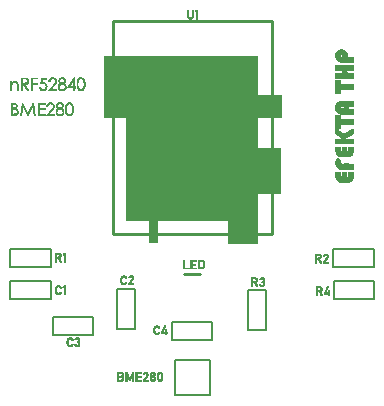
<source format=gbr>
G04 DipTrace 3.2.0.1*
G04 TopSilk.gbr*
%MOIN*%
G04 #@! TF.FileFunction,Legend,Top*
G04 #@! TF.Part,Single*
%ADD10C,0.009843*%
%ADD12C,0.003*%
%ADD13C,0.001969*%
%ADD14C,0.002625*%
%ADD19C,0.007874*%
%ADD26C,0.005906*%
%FSLAX26Y26*%
G04*
G70*
G90*
G75*
G01*
G04 TopSilk*
%LPD*%
X-26303Y-210226D2*
D10*
X24839D1*
X-265754Y629921D2*
X265689D1*
Y-78805D1*
X-265754D1*
Y629921D1*
G36*
X-294856Y513391D2*
X-213785D1*
Y309886D1*
X-294856D1*
Y513391D1*
G37*
G36*
X216124Y208211D2*
X296870D1*
Y55120D1*
X216124D1*
Y208211D1*
G37*
G36*
X213006Y385392D2*
X298039D1*
Y309117D1*
X213006D1*
Y385392D1*
G37*
G36*
X118293Y-35394D2*
X219307D1*
Y-110285D1*
X118293D1*
Y-35394D1*
G37*
G36*
X-144667Y-30545D2*
X-114591D1*
Y-108669D1*
X-144667D1*
Y-30545D1*
G37*
G36*
X-219697Y513391D2*
X218917D1*
Y-35394D1*
X-219697D1*
Y513391D1*
G37*
X-59055Y-498413D2*
D26*
X59055D1*
Y-616524D1*
X-59055D1*
Y-498413D1*
X470535Y-127773D2*
D19*
X604636D1*
Y-187862D1*
X470535D1*
Y-127773D1*
X-68331Y-370274D2*
X65770D1*
Y-430364D1*
X-68331D1*
Y-370274D1*
X472307Y-235361D2*
X606408D1*
Y-295450D1*
X472307D1*
Y-235361D1*
X184619Y-264722D2*
X244709D1*
Y-398823D1*
X184619D1*
Y-264722D1*
X-250757Y-260311D2*
X-190668D1*
Y-394412D1*
X-250757D1*
Y-260311D1*
X-463487Y-353741D2*
X-329386D1*
Y-413831D1*
X-463487D1*
Y-353741D1*
X-606472Y-234215D2*
X-472371D1*
Y-294304D1*
X-606472D1*
Y-234215D1*
X-606445Y-127298D2*
X-472344D1*
Y-187387D1*
X-606445D1*
Y-127298D1*
X-450479Y-249211D2*
D13*
X-444573D1*
X-428825D2*
X-424888D1*
X-452368Y-250196D2*
X-442836D1*
X-430223D2*
X-424888D1*
X-453883Y-251180D2*
X-441402D1*
X-431325D2*
X-424888D1*
X-455024Y-252164D2*
X-440328D1*
X-432177D2*
X-424888D1*
X-455861Y-253148D2*
X-449297D1*
X-445755D2*
X-439475D1*
X-432480D2*
X-424888D1*
X-456481Y-254133D2*
X-450823D1*
X-444233D2*
X-438757D1*
X-432652D2*
X-429810D1*
X-427841D2*
X-424888D1*
X-456917Y-255117D2*
X-452007D1*
X-443070D2*
X-438233D1*
X-432762D2*
X-431778D1*
X-427841D2*
X-424888D1*
X-457199Y-256101D2*
X-452877D1*
X-442255D2*
X-437911D1*
X-427841D2*
X-424888D1*
X-457446Y-257085D2*
X-453514D1*
X-441621D2*
X-437684D1*
X-427841D2*
X-424888D1*
X-457735Y-258070D2*
X-453955D1*
X-427841D2*
X-424888D1*
X-458008Y-259054D2*
X-454206D1*
X-427841D2*
X-424888D1*
X-458188Y-260038D2*
X-454329D1*
X-427841D2*
X-424888D1*
X-458282Y-261022D2*
X-454382D1*
X-427841D2*
X-424888D1*
X-458325Y-262007D2*
X-454404D1*
X-427841D2*
X-424888D1*
X-458343Y-262991D2*
X-454412D1*
X-427841D2*
X-424888D1*
X-458349Y-263975D2*
X-454415D1*
X-427841D2*
X-424888D1*
X-458352Y-264959D2*
X-454416D1*
X-427841D2*
X-424888D1*
X-458349Y-265944D2*
X-454416D1*
X-427841D2*
X-424888D1*
X-458314Y-266928D2*
X-454412D1*
X-427841D2*
X-424888D1*
X-458189Y-267912D2*
X-454378D1*
X-427841D2*
X-424888D1*
X-457953Y-268896D2*
X-454248D1*
X-427841D2*
X-424888D1*
X-457697Y-269881D2*
X-453974D1*
X-427841D2*
X-424888D1*
X-457491Y-270865D2*
X-453554D1*
X-441621D2*
X-437684D1*
X-427841D2*
X-424888D1*
X-457270Y-271849D2*
X-452933D1*
X-442204D2*
X-437873D1*
X-427841D2*
X-424888D1*
X-456954Y-272833D2*
X-452110D1*
X-442979D2*
X-438247D1*
X-427841D2*
X-424888D1*
X-456521Y-273818D2*
X-450245D1*
X-444825D2*
X-438780D1*
X-427841D2*
X-424888D1*
X-455935Y-274802D2*
X-447639D1*
X-447420D2*
X-439407D1*
X-427841D2*
X-424888D1*
X-455115Y-275786D2*
X-440234D1*
X-427841D2*
X-424888D1*
X-453945Y-276770D2*
X-441414D1*
X-427841D2*
X-424888D1*
X-452341Y-277755D2*
X-442921D1*
X-427841D2*
X-424888D1*
X-450479Y-278739D2*
X-444573D1*
X-427841D2*
X-424888D1*
X-232510Y-216386D2*
X-226605D1*
X-208888D2*
X-201999D1*
X-234400Y-217370D2*
X-224867D1*
X-210290D2*
X-200716D1*
X-235915Y-218354D2*
X-223434D1*
X-211426D2*
X-199728D1*
X-237056Y-219339D2*
X-222360D1*
X-212279D2*
X-198985D1*
X-237893Y-220323D2*
X-231329D1*
X-227787D2*
X-221506D1*
X-212911D2*
X-207558D1*
X-204202D2*
X-198383D1*
X-238512Y-221307D2*
X-232854D1*
X-226264D2*
X-220788D1*
X-213352D2*
X-208869D1*
X-202807D2*
X-197885D1*
X-238948Y-222291D2*
X-234039D1*
X-225101D2*
X-220264D1*
X-213621D2*
X-209910D1*
X-201734D2*
X-197539D1*
X-239231Y-223276D2*
X-234909D1*
X-224286D2*
X-219942D1*
X-213810D2*
X-210857D1*
X-201312D2*
X-197348D1*
X-239478Y-224260D2*
X-235546D1*
X-223652D2*
X-219715D1*
X-201307D2*
X-197541D1*
X-239766Y-225244D2*
X-235986D1*
X-201504D2*
X-197794D1*
X-240040Y-226228D2*
X-236238D1*
X-201854D2*
X-198079D1*
X-240220Y-227213D2*
X-236360D1*
X-202287D2*
X-198438D1*
X-240314Y-228197D2*
X-236414D1*
X-202790D2*
X-198890D1*
X-240356Y-229181D2*
X-236435D1*
X-203397D2*
X-199443D1*
X-240374Y-230165D2*
X-236443D1*
X-204123D2*
X-200067D1*
X-240381Y-231150D2*
X-236446D1*
X-204869D2*
X-200699D1*
X-240383Y-232134D2*
X-236447D1*
X-205568D2*
X-201376D1*
X-240380Y-233118D2*
X-236447D1*
X-206280D2*
X-202133D1*
X-240346Y-234102D2*
X-236444D1*
X-207081D2*
X-202893D1*
X-240221Y-235087D2*
X-236409D1*
X-207937D2*
X-203597D1*
X-239985Y-236071D2*
X-236280D1*
X-208753D2*
X-204306D1*
X-239729Y-237055D2*
X-236006D1*
X-209484D2*
X-205077D1*
X-239522Y-238039D2*
X-235586D1*
X-223652D2*
X-219715D1*
X-210205D2*
X-205842D1*
X-239302Y-239024D2*
X-234964D1*
X-224235D2*
X-219905D1*
X-210980D2*
X-206548D1*
X-238986Y-240008D2*
X-234142D1*
X-225011D2*
X-220279D1*
X-211743D2*
X-207263D1*
X-238552Y-240992D2*
X-232277D1*
X-226856D2*
X-220812D1*
X-212411D2*
X-208068D1*
X-237967Y-241976D2*
X-229671D1*
X-229452D2*
X-221439D1*
X-212962D2*
X-208953D1*
X-237146Y-242961D2*
X-222265D1*
X-213368D2*
X-197077D1*
X-235976Y-243945D2*
X-223446D1*
X-213608D2*
X-197077D1*
X-234373Y-244929D2*
X-224952D1*
X-213732D2*
X-197077D1*
X-232510Y-245913D2*
X-226605D1*
X-213810D2*
X-197077D1*
X-411530Y-423050D2*
X-405625D1*
X-387908D2*
X-382003D1*
X-413419Y-424034D2*
X-403887D1*
X-389309D2*
X-380568D1*
X-414934Y-425018D2*
X-402453D1*
X-390446D2*
X-379339D1*
X-416075Y-426003D2*
X-401379D1*
X-391299D2*
X-378376D1*
X-416912Y-426987D2*
X-410349D1*
X-406806D2*
X-400526D1*
X-391931D2*
X-386924D1*
X-383336D2*
X-377620D1*
X-417532Y-427971D2*
X-411874D1*
X-405284D2*
X-399808D1*
X-392372D2*
X-387908D1*
X-382059D2*
X-377343D1*
X-417968Y-428955D2*
X-413059D1*
X-404121D2*
X-399284D1*
X-392641D2*
X-388892D1*
X-381168D2*
X-377193D1*
X-418251Y-429940D2*
X-413928D1*
X-403306D2*
X-398962D1*
X-392829D2*
X-389877D1*
X-380508D2*
X-377129D1*
X-418497Y-430924D2*
X-414566D1*
X-402672D2*
X-398735D1*
X-380336D2*
X-377136D1*
X-418786Y-431908D2*
X-415006D1*
X-380594D2*
X-377255D1*
X-419060Y-432892D2*
X-415257D1*
X-381019D2*
X-377529D1*
X-419239Y-433877D2*
X-415380D1*
X-382125D2*
X-377981D1*
X-419333Y-434861D2*
X-415433D1*
X-383447D2*
X-378701D1*
X-419376Y-435845D2*
X-415455D1*
X-384741D2*
X-379764D1*
X-419394Y-436829D2*
X-415463D1*
X-385382D2*
X-381018D1*
X-419400Y-437814D2*
X-415466D1*
X-385586D2*
X-379854D1*
X-419403Y-438798D2*
X-415467D1*
X-384233D2*
X-378855D1*
X-419400Y-439782D2*
X-415467D1*
X-382790D2*
X-378068D1*
X-419366Y-440766D2*
X-415463D1*
X-381598D2*
X-377434D1*
X-419240Y-441751D2*
X-415429D1*
X-380669D2*
X-376914D1*
X-419005Y-442735D2*
X-415299D1*
X-380340D2*
X-376525D1*
X-418748Y-443719D2*
X-415025D1*
X-380168D2*
X-376299D1*
X-418542Y-444703D2*
X-414605D1*
X-402672D2*
X-398735D1*
X-380131D2*
X-376218D1*
X-418322Y-445688D2*
X-413984D1*
X-403255D2*
X-398925D1*
X-393814D2*
X-389877D1*
X-380194D2*
X-376297D1*
X-418006Y-446672D2*
X-413161D1*
X-404030D2*
X-399299D1*
X-393436D2*
X-389229D1*
X-380731D2*
X-376547D1*
X-417572Y-447656D2*
X-411296D1*
X-405876D2*
X-399832D1*
X-392978D2*
X-387517D1*
X-382414D2*
X-376925D1*
X-416987Y-448640D2*
X-408690D1*
X-408471D2*
X-400459D1*
X-392388D2*
X-385005D1*
X-384913D2*
X-377406D1*
X-416166Y-449625D2*
X-401285D1*
X-391602D2*
X-378076D1*
X-414996Y-450609D2*
X-402465D1*
X-390583D2*
X-379082D1*
X-413392Y-451593D2*
X-403972D1*
X-389316D2*
X-380455D1*
X-411530Y-452577D2*
X-405625D1*
X-387908D2*
X-382003D1*
X-122176Y-383314D2*
X-116270D1*
X-93633D2*
X-89696D1*
X-124065Y-384298D2*
X-114533D1*
X-94007D2*
X-90069D1*
X-125580Y-385282D2*
X-113099D1*
X-94429D2*
X-90492D1*
X-126721Y-386266D2*
X-112025D1*
X-94887D2*
X-90950D1*
X-127558Y-387251D2*
X-120994D1*
X-117452D2*
X-111172D1*
X-95361D2*
X-91428D1*
X-128177Y-388235D2*
X-122520D1*
X-115929D2*
X-110454D1*
X-95815D2*
X-91913D1*
X-128614Y-389219D2*
X-123704D1*
X-114767D2*
X-109929D1*
X-96212D2*
X-92404D1*
X-128896Y-390203D2*
X-124574D1*
X-113951D2*
X-109607D1*
X-96561D2*
X-92894D1*
X-129143Y-391188D2*
X-125211D1*
X-113318D2*
X-109381D1*
X-96942D2*
X-93387D1*
X-129432Y-392172D2*
X-125652D1*
X-97373D2*
X-93878D1*
X-129705Y-393156D2*
X-125903D1*
X-97835D2*
X-94371D1*
X-129885Y-394140D2*
X-126026D1*
X-98316D2*
X-94862D1*
X-129979Y-395125D2*
X-126079D1*
X-98802D2*
X-95352D1*
X-89696D2*
X-86743D1*
X-130022Y-396109D2*
X-126100D1*
X-99293D2*
X-95812D1*
X-89696D2*
X-86743D1*
X-130039Y-397093D2*
X-126108D1*
X-99784D2*
X-96210D1*
X-89696D2*
X-86743D1*
X-130046Y-398077D2*
X-126111D1*
X-100277D2*
X-96561D1*
X-89696D2*
X-86743D1*
X-130049Y-399062D2*
X-126112D1*
X-100768D2*
X-96942D1*
X-89696D2*
X-86743D1*
X-130046Y-400046D2*
X-126113D1*
X-101261D2*
X-97373D1*
X-89696D2*
X-86743D1*
X-130011Y-401030D2*
X-126109D1*
X-101752D2*
X-97838D1*
X-89696D2*
X-86743D1*
X-129886Y-402014D2*
X-126074D1*
X-102241D2*
X-98344D1*
X-89696D2*
X-86743D1*
X-129650Y-402999D2*
X-125945D1*
X-102698D2*
X-98914D1*
X-89696D2*
X-86743D1*
X-129394Y-403983D2*
X-125671D1*
X-103062D2*
X-99538D1*
X-89696D2*
X-86743D1*
X-129188Y-404967D2*
X-125251D1*
X-113318D2*
X-109381D1*
X-103283D2*
X-84774D1*
X-128967Y-405951D2*
X-124630D1*
X-113900D2*
X-109570D1*
X-103394D2*
X-84774D1*
X-128651Y-406936D2*
X-123807D1*
X-114676D2*
X-109944D1*
X-103445D2*
X-84774D1*
X-128218Y-407920D2*
X-121942D1*
X-116522D2*
X-110477D1*
X-103475D2*
X-84774D1*
X-127632Y-408904D2*
X-119336D1*
X-119117D2*
X-111104D1*
X-89696D2*
X-86743D1*
X-126812Y-409888D2*
X-111931D1*
X-89696D2*
X-86743D1*
X-125641Y-410873D2*
X-113111D1*
X-89696D2*
X-86743D1*
X-124038Y-411857D2*
X-114618D1*
X-89696D2*
X-86743D1*
X-122176Y-412841D2*
X-116270D1*
X-89696D2*
X-86743D1*
X-30941Y-163809D2*
X-27004D1*
X-6335D2*
X12366D1*
X19256D2*
X33035D1*
X-30941Y-164794D2*
X-27004D1*
X-6335D2*
X12366D1*
X19256D2*
X34773D1*
X-30941Y-165778D2*
X-27004D1*
X-6335D2*
X12366D1*
X19256D2*
X36203D1*
X-30941Y-166762D2*
X-27004D1*
X-6335D2*
X12366D1*
X19256D2*
X37246D1*
X-30941Y-167746D2*
X-27004D1*
X-6335D2*
X-2398D1*
X19256D2*
X23193D1*
X31854D2*
X38009D1*
X-30941Y-168731D2*
X-27004D1*
X-6335D2*
X-2398D1*
X19256D2*
X23193D1*
X33375D2*
X38616D1*
X-30941Y-169715D2*
X-27004D1*
X-6335D2*
X-2398D1*
X19256D2*
X23193D1*
X34525D2*
X39121D1*
X-30941Y-170699D2*
X-27004D1*
X-6335D2*
X-2398D1*
X19256D2*
X23193D1*
X35399D2*
X39502D1*
X-30941Y-171683D2*
X-27004D1*
X-6335D2*
X-2398D1*
X19256D2*
X23193D1*
X35704D2*
X39729D1*
X-30941Y-172668D2*
X-27004D1*
X-6335D2*
X-2398D1*
X19256D2*
X23193D1*
X35867D2*
X39843D1*
X-30941Y-173652D2*
X-27004D1*
X-6335D2*
X-2398D1*
X19256D2*
X23193D1*
X35941D2*
X39893D1*
X-30941Y-174636D2*
X-27004D1*
X-6335D2*
X-2398D1*
X19256D2*
X23193D1*
X35971D2*
X39913D1*
X-30941Y-175620D2*
X-27004D1*
X-6335D2*
X-2398D1*
X19256D2*
X23193D1*
X35982D2*
X39921D1*
X-30941Y-176605D2*
X-27004D1*
X-6335D2*
X-2398D1*
X19256D2*
X23193D1*
X35986D2*
X39924D1*
X-30941Y-177589D2*
X-27004D1*
X-6335D2*
X10398D1*
X19256D2*
X23193D1*
X35988D2*
X39925D1*
X-30941Y-178573D2*
X-27004D1*
X-6335D2*
X10398D1*
X19256D2*
X23193D1*
X35988D2*
X39925D1*
X-30941Y-179557D2*
X-27004D1*
X-6335D2*
X10398D1*
X19256D2*
X23193D1*
X35988D2*
X39925D1*
X-30941Y-180542D2*
X-27004D1*
X-6335D2*
X10398D1*
X19256D2*
X23193D1*
X35988D2*
X39925D1*
X-30941Y-181526D2*
X-27004D1*
X-6335D2*
X-2398D1*
X19256D2*
X23193D1*
X35988D2*
X39925D1*
X-30941Y-182510D2*
X-27004D1*
X-6335D2*
X-2398D1*
X19256D2*
X23193D1*
X35988D2*
X39925D1*
X-30941Y-183494D2*
X-27004D1*
X-6335D2*
X-2398D1*
X19256D2*
X23193D1*
X35984D2*
X39921D1*
X-30941Y-184479D2*
X-27004D1*
X-6335D2*
X-2398D1*
X19256D2*
X23193D1*
X35946D2*
X39887D1*
X-30941Y-185463D2*
X-27004D1*
X-6335D2*
X-2398D1*
X19256D2*
X23193D1*
X35778D2*
X39757D1*
X-30941Y-186447D2*
X-27004D1*
X-6335D2*
X-2398D1*
X19256D2*
X23193D1*
X35460D2*
X39487D1*
X-30941Y-187431D2*
X-27004D1*
X-6335D2*
X-2398D1*
X19256D2*
X23193D1*
X34540D2*
X39106D1*
X-30941Y-188416D2*
X-27004D1*
X-6335D2*
X-2398D1*
X19256D2*
X23193D1*
X31844D2*
X38656D1*
X-30941Y-189400D2*
X-27004D1*
X-6335D2*
X-2398D1*
X19256D2*
X23193D1*
X27546D2*
X38110D1*
X-30941Y-190384D2*
X-12240D1*
X-6335D2*
X12366D1*
X19256D2*
X37333D1*
X-30941Y-191368D2*
X-12240D1*
X-6335D2*
X12366D1*
X19256D2*
X36177D1*
X-30941Y-192353D2*
X-12240D1*
X-6335D2*
X12366D1*
X19256D2*
X34682D1*
X-30941Y-193337D2*
X-12240D1*
X-6335D2*
X12366D1*
X19256D2*
X33035D1*
X-458627Y-141324D2*
X-443864D1*
X-428115D2*
X-424178D1*
X-458627Y-142308D2*
X-442429D1*
X-429513D2*
X-424178D1*
X-458627Y-143293D2*
X-441200D1*
X-430615D2*
X-424178D1*
X-458627Y-144277D2*
X-440233D1*
X-431467D2*
X-424178D1*
X-458627Y-145261D2*
X-454690D1*
X-445197D2*
X-439550D1*
X-431771D2*
X-424178D1*
X-458627Y-146245D2*
X-454690D1*
X-443920D2*
X-439067D1*
X-431942D2*
X-429100D1*
X-427131D2*
X-424178D1*
X-458627Y-147230D2*
X-454690D1*
X-443025D2*
X-438661D1*
X-432052D2*
X-431068D1*
X-427131D2*
X-424178D1*
X-458627Y-148214D2*
X-454690D1*
X-442354D2*
X-438339D1*
X-427131D2*
X-424178D1*
X-458627Y-149198D2*
X-454690D1*
X-442155D2*
X-438174D1*
X-427131D2*
X-424178D1*
X-458627Y-150182D2*
X-454690D1*
X-442081D2*
X-438197D1*
X-427131D2*
X-424178D1*
X-458627Y-151167D2*
X-454690D1*
X-442328D2*
X-438391D1*
X-427131D2*
X-424178D1*
X-458627Y-152151D2*
X-454690D1*
X-442987D2*
X-438663D1*
X-427131D2*
X-424178D1*
X-458627Y-153135D2*
X-454690D1*
X-445580D2*
X-438992D1*
X-427131D2*
X-424178D1*
X-458627Y-154119D2*
X-454690D1*
X-450027D2*
X-439484D1*
X-427131D2*
X-424178D1*
X-458627Y-155104D2*
X-440207D1*
X-427131D2*
X-424178D1*
X-458627Y-156088D2*
X-441131D1*
X-427131D2*
X-424178D1*
X-458627Y-157072D2*
X-442090D1*
X-427131D2*
X-424178D1*
X-458627Y-158056D2*
X-442932D1*
X-427131D2*
X-424178D1*
X-458627Y-159041D2*
X-454690D1*
X-447956D2*
X-443136D1*
X-427131D2*
X-424178D1*
X-458627Y-160025D2*
X-454690D1*
X-447251D2*
X-442864D1*
X-427131D2*
X-424178D1*
X-458627Y-161009D2*
X-454690D1*
X-446651D2*
X-442411D1*
X-427131D2*
X-424178D1*
X-458627Y-161993D2*
X-454690D1*
X-446109D2*
X-441835D1*
X-427131D2*
X-424178D1*
X-458627Y-162978D2*
X-454690D1*
X-445598D2*
X-441255D1*
X-427131D2*
X-424178D1*
X-458627Y-163962D2*
X-454690D1*
X-445098D2*
X-440710D1*
X-427131D2*
X-424178D1*
X-458627Y-164946D2*
X-454690D1*
X-444604D2*
X-440191D1*
X-427131D2*
X-424178D1*
X-458627Y-165930D2*
X-454690D1*
X-444110D2*
X-439688D1*
X-427131D2*
X-424178D1*
X-458627Y-166915D2*
X-454690D1*
X-443618D2*
X-439191D1*
X-427131D2*
X-424178D1*
X-458627Y-167899D2*
X-454690D1*
X-443128D2*
X-438694D1*
X-427131D2*
X-424178D1*
X-458627Y-168883D2*
X-454690D1*
X-442662D2*
X-438175D1*
X-427131D2*
X-424178D1*
X-458627Y-169867D2*
X-454690D1*
X-442252D2*
X-437601D1*
X-427131D2*
X-424178D1*
X-458627Y-170852D2*
X-454690D1*
X-441895D2*
X-436974D1*
X-427131D2*
X-424178D1*
X408165Y-144070D2*
X422929D1*
X440646D2*
X447535D1*
X408165Y-145054D2*
X424364D1*
X439245D2*
X448818D1*
X408165Y-146038D2*
X425592D1*
X438108D2*
X449806D1*
X408165Y-147022D2*
X426560D1*
X437255D2*
X450550D1*
X408165Y-148007D2*
X412102D1*
X421595D2*
X427242D1*
X436623D2*
X441976D1*
X445332D2*
X451151D1*
X408165Y-148991D2*
X412102D1*
X422873D2*
X427726D1*
X436182D2*
X440665D1*
X446727D2*
X451649D1*
X408165Y-149975D2*
X412102D1*
X423768D2*
X428132D1*
X435913D2*
X439624D1*
X447800D2*
X451995D1*
X408165Y-150959D2*
X412102D1*
X424439D2*
X428453D1*
X435724D2*
X438677D1*
X448222D2*
X452186D1*
X408165Y-151944D2*
X412102D1*
X424637D2*
X428619D1*
X448227D2*
X451993D1*
X408165Y-152928D2*
X412102D1*
X424711D2*
X428596D1*
X448030D2*
X451740D1*
X408165Y-153912D2*
X412102D1*
X424465D2*
X428402D1*
X447680D2*
X451455D1*
X408165Y-154896D2*
X412102D1*
X423805D2*
X428129D1*
X447247D2*
X451096D1*
X408165Y-155881D2*
X412102D1*
X421213D2*
X427801D1*
X446744D2*
X450644D1*
X408165Y-156865D2*
X412102D1*
X416765D2*
X427309D1*
X446137D2*
X450091D1*
X408165Y-157849D2*
X426585D1*
X445411D2*
X449467D1*
X408165Y-158833D2*
X425661D1*
X444665D2*
X448835D1*
X408165Y-159818D2*
X424703D1*
X443966D2*
X448158D1*
X408165Y-160802D2*
X423861D1*
X443254D2*
X447401D1*
X408165Y-161786D2*
X412102D1*
X418836D2*
X423657D1*
X442453D2*
X446641D1*
X408165Y-162770D2*
X412102D1*
X419542D2*
X423928D1*
X441598D2*
X445937D1*
X408165Y-163755D2*
X412102D1*
X420142D2*
X424382D1*
X440781D2*
X445228D1*
X408165Y-164739D2*
X412102D1*
X420683D2*
X424958D1*
X440051D2*
X444457D1*
X408165Y-165723D2*
X412102D1*
X421195D2*
X425538D1*
X439329D2*
X443692D1*
X408165Y-166707D2*
X412102D1*
X421695D2*
X426083D1*
X438554D2*
X442986D1*
X408165Y-167692D2*
X412102D1*
X422189D2*
X426602D1*
X437791D2*
X442271D1*
X408165Y-168676D2*
X412102D1*
X422683D2*
X427105D1*
X437123D2*
X441466D1*
X408165Y-169660D2*
X412102D1*
X423175D2*
X427602D1*
X436572D2*
X440581D1*
X408165Y-170644D2*
X412102D1*
X423665D2*
X428098D1*
X436166D2*
X452457D1*
X408165Y-171629D2*
X412102D1*
X424130D2*
X428617D1*
X435926D2*
X452457D1*
X408165Y-172613D2*
X412102D1*
X424540D2*
X429192D1*
X435802D2*
X452457D1*
X408165Y-173597D2*
X412102D1*
X424898D2*
X429819D1*
X435724D2*
X452457D1*
X195718Y-222953D2*
X210482D1*
X228199D2*
X234104D1*
X195718Y-223937D2*
X211917D1*
X226798D2*
X235539D1*
X195718Y-224921D2*
X213145D1*
X225661D2*
X236767D1*
X195718Y-225906D2*
X214113D1*
X224808D2*
X237731D1*
X195718Y-226890D2*
X199655D1*
X209148D2*
X214795D1*
X224176D2*
X229183D1*
X232770D2*
X238487D1*
X195718Y-227874D2*
X199655D1*
X210426D2*
X215279D1*
X223735D2*
X228199D1*
X234048D2*
X238764D1*
X195718Y-228858D2*
X199655D1*
X211321D2*
X215685D1*
X223466D2*
X227214D1*
X234939D2*
X238914D1*
X195718Y-229843D2*
X199655D1*
X211992D2*
X216006D1*
X223277D2*
X226230D1*
X235599D2*
X238978D1*
X195718Y-230827D2*
X199655D1*
X212190D2*
X216172D1*
X235771D2*
X238971D1*
X195718Y-231811D2*
X199655D1*
X212264D2*
X216149D1*
X235513D2*
X238852D1*
X195718Y-232795D2*
X199655D1*
X212018D2*
X215955D1*
X235088D2*
X238578D1*
X195718Y-233780D2*
X199655D1*
X211358D2*
X215682D1*
X233981D2*
X238125D1*
X195718Y-234764D2*
X199655D1*
X208766D2*
X215354D1*
X232659D2*
X237405D1*
X195718Y-235748D2*
X199655D1*
X204318D2*
X214862D1*
X231366D2*
X236343D1*
X195718Y-236732D2*
X214138D1*
X230724D2*
X235088D1*
X195718Y-237717D2*
X213214D1*
X230521D2*
X236253D1*
X195718Y-238701D2*
X212256D1*
X231874D2*
X237252D1*
X195718Y-239685D2*
X211414D1*
X233316D2*
X238038D1*
X195718Y-240669D2*
X199655D1*
X206389D2*
X211210D1*
X234509D2*
X238673D1*
X195718Y-241654D2*
X199655D1*
X207095D2*
X211481D1*
X235438D2*
X239193D1*
X195718Y-242638D2*
X199655D1*
X207695D2*
X211935D1*
X235766D2*
X239582D1*
X195718Y-243622D2*
X199655D1*
X208236D2*
X212511D1*
X235939D2*
X239808D1*
X195718Y-244606D2*
X199655D1*
X208748D2*
X213091D1*
X235976D2*
X239888D1*
X195718Y-245591D2*
X199655D1*
X209248D2*
X213636D1*
X222293D2*
X226230D1*
X235912D2*
X239810D1*
X195718Y-246575D2*
X199655D1*
X209742D2*
X214155D1*
X222671D2*
X226878D1*
X235375D2*
X239560D1*
X195718Y-247559D2*
X199655D1*
X210236D2*
X214658D1*
X223128D2*
X228589D1*
X233693D2*
X239182D1*
X195718Y-248543D2*
X199655D1*
X210728D2*
X215155D1*
X223719D2*
X231102D1*
X231193D2*
X238700D1*
X195718Y-249528D2*
X199655D1*
X211218D2*
X215651D1*
X224505D2*
X238030D1*
X195718Y-250512D2*
X199655D1*
X211683D2*
X216170D1*
X225524D2*
X237024D1*
X195718Y-251496D2*
X199655D1*
X212093D2*
X216745D1*
X226791D2*
X235651D1*
X195718Y-252480D2*
X199655D1*
X212451D2*
X217372D1*
X228199D2*
X234104D1*
X411354Y-252521D2*
X426118D1*
X448756D2*
X452693D1*
X411354Y-253505D2*
X427553D1*
X448382D2*
X452319D1*
X411354Y-254490D2*
X428781D1*
X447959D2*
X451896D1*
X411354Y-255474D2*
X429749D1*
X447502D2*
X451439D1*
X411354Y-256458D2*
X415291D1*
X424784D2*
X430431D1*
X447028D2*
X450961D1*
X411354Y-257442D2*
X415291D1*
X426062D2*
X430915D1*
X446573D2*
X450475D1*
X411354Y-258427D2*
X415291D1*
X426957D2*
X431321D1*
X446177D2*
X449985D1*
X411354Y-259411D2*
X415291D1*
X427628D2*
X431642D1*
X445827D2*
X449494D1*
X411354Y-260395D2*
X415291D1*
X427826D2*
X431808D1*
X445446D2*
X449001D1*
X411354Y-261379D2*
X415291D1*
X427900D2*
X431785D1*
X445015D2*
X448510D1*
X411354Y-262364D2*
X415291D1*
X427654D2*
X431591D1*
X444553D2*
X448017D1*
X411354Y-263348D2*
X415291D1*
X426994D2*
X431318D1*
X444073D2*
X447526D1*
X411354Y-264332D2*
X415291D1*
X424402D2*
X430990D1*
X443586D2*
X447037D1*
X452693D2*
X455646D1*
X411354Y-265316D2*
X415291D1*
X419954D2*
X430498D1*
X443095D2*
X446576D1*
X452693D2*
X455646D1*
X411354Y-266301D2*
X429774D1*
X442604D2*
X446178D1*
X452693D2*
X455646D1*
X411354Y-267285D2*
X428850D1*
X442112D2*
X445828D1*
X452693D2*
X455646D1*
X411354Y-268269D2*
X427892D1*
X441620D2*
X445446D1*
X452693D2*
X455646D1*
X411354Y-269253D2*
X427050D1*
X441128D2*
X445015D1*
X452693D2*
X455646D1*
X411354Y-270238D2*
X415291D1*
X422025D2*
X426846D1*
X440636D2*
X444550D1*
X452693D2*
X455653D1*
X411354Y-271222D2*
X415291D1*
X422731D2*
X427117D1*
X440147D2*
X444044D1*
X452693D2*
X455723D1*
X411354Y-272206D2*
X415291D1*
X423331D2*
X427571D1*
X439690D2*
X443475D1*
X452693D2*
X455884D1*
X411354Y-273190D2*
X415291D1*
X423872D2*
X428147D1*
X439327D2*
X442850D1*
X452693D2*
X456423D1*
X411354Y-274175D2*
X415291D1*
X424384D2*
X428727D1*
X439106D2*
X456936D1*
X411354Y-275159D2*
X415291D1*
X424884D2*
X429272D1*
X438994D2*
X457323D1*
X411354Y-276143D2*
X415291D1*
X425378D2*
X429791D1*
X438943D2*
X457277D1*
X411354Y-277127D2*
X415291D1*
X425872D2*
X430294D1*
X438913D2*
X456792D1*
X411354Y-278112D2*
X415291D1*
X426364D2*
X430791D1*
X452693D2*
X456298D1*
X411354Y-279096D2*
X415291D1*
X426854D2*
X431287D1*
X452693D2*
X455962D1*
X411354Y-280080D2*
X415291D1*
X427319D2*
X431806D1*
X452693D2*
X455782D1*
X411354Y-281064D2*
X415291D1*
X427729D2*
X432381D1*
X452693D2*
X455696D1*
X411354Y-282049D2*
X415291D1*
X428087D2*
X433008D1*
X452693D2*
X455646D1*
X-17717Y669291D2*
X-14764D1*
X-984D2*
X2953D1*
X12795D2*
X16732D1*
X-17717Y668307D2*
X-14764D1*
X-984D2*
X2953D1*
X11398D2*
X16732D1*
X-17717Y667323D2*
X-14764D1*
X-984D2*
X2953D1*
X10296D2*
X16732D1*
X-17717Y666339D2*
X-14764D1*
X-984D2*
X2953D1*
X9444D2*
X16732D1*
X-17717Y665354D2*
X-14764D1*
X-984D2*
X2953D1*
X9140D2*
X16732D1*
X-17717Y664370D2*
X-14764D1*
X-984D2*
X2953D1*
X8969D2*
X11811D1*
X13780D2*
X16732D1*
X-17717Y663386D2*
X-14764D1*
X-984D2*
X2953D1*
X8858D2*
X9843D1*
X13780D2*
X16732D1*
X-17717Y662402D2*
X-14764D1*
X-984D2*
X2953D1*
X13780D2*
X16732D1*
X-17717Y661417D2*
X-14764D1*
X-984D2*
X2953D1*
X13780D2*
X16732D1*
X-17717Y660433D2*
X-14764D1*
X-984D2*
X2953D1*
X13780D2*
X16732D1*
X-17717Y659449D2*
X-14764D1*
X-984D2*
X2953D1*
X13780D2*
X16732D1*
X-17717Y658465D2*
X-14764D1*
X-984D2*
X2953D1*
X13780D2*
X16732D1*
X-17717Y657480D2*
X-14764D1*
X-984D2*
X2953D1*
X13780D2*
X16732D1*
X-17717Y656496D2*
X-14764D1*
X-984D2*
X2953D1*
X13780D2*
X16732D1*
X-17717Y655512D2*
X-14764D1*
X-984D2*
X2953D1*
X13780D2*
X16732D1*
X-17717Y654528D2*
X-14764D1*
X-984D2*
X2953D1*
X13780D2*
X16732D1*
X-17717Y653543D2*
X-14764D1*
X-984D2*
X2953D1*
X13780D2*
X16732D1*
X-17717Y652559D2*
X-14764D1*
X-984D2*
X2953D1*
X13780D2*
X16732D1*
X-17717Y651575D2*
X-14760D1*
X-984D2*
X2953D1*
X13780D2*
X16732D1*
X-17717Y650591D2*
X-14725D1*
X-988D2*
X2949D1*
X13780D2*
X16732D1*
X-17717Y649606D2*
X-14596D1*
X-1023D2*
X2914D1*
X13780D2*
X16732D1*
X-17713Y648622D2*
X-14322D1*
X-1152D2*
X2789D1*
X13780D2*
X16732D1*
X-17678Y647638D2*
X-13898D1*
X-1434D2*
X2549D1*
X13780D2*
X16732D1*
X-17549Y646654D2*
X-13242D1*
X-1827D2*
X2258D1*
X13780D2*
X16732D1*
X-17275Y645669D2*
X-12339D1*
X-2651D2*
X1923D1*
X13780D2*
X16732D1*
X-16858Y644685D2*
X-10196D1*
X-4683D2*
X1432D1*
X13780D2*
X16732D1*
X-16279Y643701D2*
X-7288D1*
X-7522D2*
X735D1*
X13780D2*
X16732D1*
X-15461Y642717D2*
X-144D1*
X13780D2*
X16732D1*
X-14292Y641732D2*
X-1217D1*
X13780D2*
X16732D1*
X-12689Y640748D2*
X-2512D1*
X13780D2*
X16732D1*
X-10827Y639764D2*
X-3937D1*
X13780D2*
X16732D1*
X-250373Y-538707D2*
X-235609D1*
X-222814D2*
X-218877D1*
X-201160D2*
X-197223D1*
X-189349D2*
X-170648D1*
X-159822D2*
X-152932D1*
X-136199D2*
X-130294D1*
X-111593D2*
X-105688D1*
X-250373Y-539692D2*
X-233872D1*
X-222814D2*
X-218536D1*
X-201500D2*
X-197223D1*
X-189349D2*
X-170648D1*
X-161223D2*
X-151649D1*
X-137634D2*
X-128675D1*
X-113028D2*
X-104253D1*
X-250373Y-540676D2*
X-232601D1*
X-222814D2*
X-218209D1*
X-201828D2*
X-197223D1*
X-189349D2*
X-170648D1*
X-162360D2*
X-150661D1*
X-138863D2*
X-127394D1*
X-114256D2*
X-103024D1*
X-250373Y-541660D2*
X-231715D1*
X-222814D2*
X-217893D1*
X-202144D2*
X-197223D1*
X-189349D2*
X-170648D1*
X-163213D2*
X-149918D1*
X-139826D2*
X-126464D1*
X-115220D2*
X-102061D1*
X-250373Y-542644D2*
X-246436D1*
X-235650D2*
X-231050D1*
X-222814D2*
X-217526D1*
X-202511D2*
X-197223D1*
X-189349D2*
X-185412D1*
X-163844D2*
X-158491D1*
X-155135D2*
X-149316D1*
X-140582D2*
X-134866D1*
X-131513D2*
X-125766D1*
X-115976D2*
X-110374D1*
X-106907D2*
X-101305D1*
X-250373Y-543629D2*
X-246436D1*
X-234831D2*
X-230522D1*
X-222814D2*
X-217101D1*
X-202936D2*
X-197223D1*
X-189349D2*
X-185412D1*
X-164286D2*
X-159802D1*
X-153740D2*
X-148818D1*
X-140859D2*
X-136143D1*
X-130118D2*
X-125221D1*
X-116290D2*
X-111769D1*
X-105511D2*
X-101028D1*
X-250373Y-544613D2*
X-246436D1*
X-234246D2*
X-230135D1*
X-222814D2*
X-216641D1*
X-203395D2*
X-197223D1*
X-189349D2*
X-185412D1*
X-164554D2*
X-160843D1*
X-152667D2*
X-148472D1*
X-141009D2*
X-137035D1*
X-129045D2*
X-124826D1*
X-116567D2*
X-112842D1*
X-104438D2*
X-100878D1*
X-250373Y-545597D2*
X-246436D1*
X-233918D2*
X-229939D1*
X-222814D2*
X-216162D1*
X-203875D2*
X-197223D1*
X-189349D2*
X-185412D1*
X-164743D2*
X-161790D1*
X-152245D2*
X-148281D1*
X-141073D2*
X-137694D1*
X-128676D2*
X-124626D1*
X-116870D2*
X-113215D1*
X-104065D2*
X-100810D1*
X-250373Y-546581D2*
X-246436D1*
X-233796D2*
X-229954D1*
X-222814D2*
X-215675D1*
X-204361D2*
X-197223D1*
X-189349D2*
X-185412D1*
X-152240D2*
X-148474D1*
X-141066D2*
X-137866D1*
X-128518D2*
X-124640D1*
X-117150D2*
X-113415D1*
X-103866D2*
X-100783D1*
X-250373Y-547566D2*
X-246436D1*
X-233801D2*
X-230178D1*
X-222814D2*
X-215188D1*
X-204849D2*
X-197223D1*
X-189349D2*
X-185412D1*
X-152437D2*
X-148727D1*
X-140947D2*
X-137692D1*
X-128510D2*
X-124863D1*
X-117332D2*
X-113505D1*
X-103776D2*
X-100772D1*
X-250373Y-548550D2*
X-246436D1*
X-234316D2*
X-230573D1*
X-222814D2*
X-214728D1*
X-205309D2*
X-197223D1*
X-189349D2*
X-185412D1*
X-152787D2*
X-149012D1*
X-140677D2*
X-137152D1*
X-129031D2*
X-125259D1*
X-117427D2*
X-113541D1*
X-103740D2*
X-100768D1*
X-250373Y-549534D2*
X-246436D1*
X-236747D2*
X-231133D1*
X-222814D2*
X-214330D1*
X-205707D2*
X-197223D1*
X-189349D2*
X-185412D1*
X-153220D2*
X-149371D1*
X-140262D2*
X-135598D1*
X-130709D2*
X-125822D1*
X-117470D2*
X-113554D1*
X-103726D2*
X-100767D1*
X-250373Y-550518D2*
X-246436D1*
X-240992D2*
X-231831D1*
X-222814D2*
X-213980D1*
X-206057D2*
X-203281D1*
X-201160D2*
X-197223D1*
X-189349D2*
X-185412D1*
X-153723D2*
X-149823D1*
X-139694D2*
X-133203D1*
X-133206D2*
X-126562D1*
X-117488D2*
X-113559D1*
X-103722D2*
X-100767D1*
X-250373Y-551503D2*
X-232493D1*
X-222814D2*
X-218877D1*
X-216752D2*
X-213598D1*
X-206438D2*
X-203529D1*
X-201160D2*
X-197223D1*
X-189349D2*
X-185412D1*
X-154331D2*
X-150376D1*
X-138968D2*
X-127420D1*
X-117495D2*
X-113561D1*
X-103720D2*
X-100766D1*
X-250373Y-552487D2*
X-233013D1*
X-222814D2*
X-218877D1*
X-216474D2*
X-213167D1*
X-206869D2*
X-203818D1*
X-201160D2*
X-197223D1*
X-189349D2*
X-172617D1*
X-155056D2*
X-151000D1*
X-138168D2*
X-128325D1*
X-117497D2*
X-113561D1*
X-103719D2*
X-100766D1*
X-250373Y-553471D2*
X-232928D1*
X-222814D2*
X-218877D1*
X-216089D2*
X-212705D1*
X-207331D2*
X-204120D1*
X-201160D2*
X-197223D1*
X-189349D2*
X-172617D1*
X-155802D2*
X-151632D1*
X-139115D2*
X-127345D1*
X-117498D2*
X-113562D1*
X-103719D2*
X-100766D1*
X-250373Y-554455D2*
X-232317D1*
X-222814D2*
X-218877D1*
X-215647D2*
X-212225D1*
X-207812D2*
X-204481D1*
X-201160D2*
X-197223D1*
X-189349D2*
X-172617D1*
X-156501D2*
X-152309D1*
X-139969D2*
X-126399D1*
X-117499D2*
X-113562D1*
X-103719D2*
X-100766D1*
X-250373Y-555440D2*
X-246436D1*
X-235646D2*
X-231569D1*
X-222814D2*
X-218877D1*
X-215174D2*
X-211735D1*
X-208301D2*
X-204905D1*
X-201160D2*
X-197223D1*
X-189349D2*
X-172617D1*
X-157213D2*
X-153066D1*
X-140679D2*
X-136158D1*
X-130643D2*
X-125579D1*
X-117499D2*
X-113562D1*
X-103719D2*
X-100766D1*
X-250373Y-556424D2*
X-246436D1*
X-234792D2*
X-230837D1*
X-222814D2*
X-218877D1*
X-214690D2*
X-211219D1*
X-208818D2*
X-205364D1*
X-201160D2*
X-197223D1*
X-189349D2*
X-185412D1*
X-158014D2*
X-153826D1*
X-141247D2*
X-136978D1*
X-129366D2*
X-124994D1*
X-117499D2*
X-113562D1*
X-103719D2*
X-100766D1*
X-250373Y-557408D2*
X-246436D1*
X-234086D2*
X-230288D1*
X-222814D2*
X-218877D1*
X-214203D2*
X-210645D1*
X-209392D2*
X-205844D1*
X-201160D2*
X-197223D1*
X-189349D2*
X-185412D1*
X-158870D2*
X-154530D1*
X-141660D2*
X-137562D1*
X-128471D2*
X-124662D1*
X-117495D2*
X-113562D1*
X-103719D2*
X-100766D1*
X-250373Y-558392D2*
X-246436D1*
X-233553D2*
X-229970D1*
X-222814D2*
X-218877D1*
X-213744D2*
X-206330D1*
X-201160D2*
X-197223D1*
X-189349D2*
X-185412D1*
X-159686D2*
X-155240D1*
X-141901D2*
X-137894D1*
X-127800D2*
X-124501D1*
X-117460D2*
X-113562D1*
X-103719D2*
X-100766D1*
X-250373Y-559377D2*
X-246436D1*
X-233158D2*
X-229814D1*
X-222814D2*
X-218877D1*
X-213346D2*
X-206817D1*
X-201160D2*
X-197223D1*
X-189349D2*
X-185412D1*
X-160417D2*
X-156011D1*
X-142016D2*
X-138051D1*
X-127605D2*
X-124432D1*
X-117335D2*
X-113558D1*
X-103723D2*
X-100766D1*
X-250373Y-560361D2*
X-246436D1*
X-233278D2*
X-229750D1*
X-222814D2*
X-218877D1*
X-212996D2*
X-207277D1*
X-201160D2*
X-197223D1*
X-189349D2*
X-185412D1*
X-161138D2*
X-156776D1*
X-142033D2*
X-138078D1*
X-127543D2*
X-124408D1*
X-117099D2*
X-113516D1*
X-103765D2*
X-100766D1*
X-250373Y-561345D2*
X-246436D1*
X-233542D2*
X-229758D1*
X-222814D2*
X-218877D1*
X-212611D2*
X-207678D1*
X-201160D2*
X-197223D1*
X-189349D2*
X-185412D1*
X-161913D2*
X-157481D1*
X-141925D2*
X-138009D1*
X-127893D2*
X-124432D1*
X-116843D2*
X-113412D1*
X-103869D2*
X-100770D1*
X-250373Y-562329D2*
X-246436D1*
X-234317D2*
X-229877D1*
X-222814D2*
X-218877D1*
X-212155D2*
X-208052D1*
X-201160D2*
X-197223D1*
X-189349D2*
X-185412D1*
X-162676D2*
X-158196D1*
X-141659D2*
X-137471D1*
X-128906D2*
X-124558D1*
X-116633D2*
X-112868D1*
X-104413D2*
X-100809D1*
X-250373Y-563314D2*
X-246436D1*
X-237088D2*
X-230147D1*
X-222814D2*
X-218877D1*
X-211611D2*
X-208505D1*
X-201160D2*
X-197223D1*
X-189349D2*
X-185412D1*
X-163344D2*
X-159001D1*
X-141245D2*
X-135788D1*
X-130600D2*
X-124831D1*
X-116378D2*
X-111183D1*
X-106098D2*
X-100973D1*
X-250373Y-564298D2*
X-246436D1*
X-241668D2*
X-230566D1*
X-222814D2*
X-218877D1*
X-211003D2*
X-209034D1*
X-201160D2*
X-197223D1*
X-189349D2*
X-185412D1*
X-163895D2*
X-159886D1*
X-140671D2*
X-133289D1*
X-133155D2*
X-125254D1*
X-115932D2*
X-108683D1*
X-108598D2*
X-101376D1*
X-250373Y-565282D2*
X-231174D1*
X-222814D2*
X-218877D1*
X-201160D2*
X-197223D1*
X-189349D2*
X-170648D1*
X-164301D2*
X-148010D1*
X-139891D2*
X-125901D1*
X-115226D2*
X-102065D1*
X-250373Y-566266D2*
X-232069D1*
X-222814D2*
X-218877D1*
X-201160D2*
X-197223D1*
X-189349D2*
X-170648D1*
X-164541D2*
X-148010D1*
X-138874D2*
X-126947D1*
X-114244D2*
X-103041D1*
X-250373Y-567251D2*
X-233265D1*
X-222814D2*
X-218877D1*
X-201160D2*
X-197223D1*
X-189349D2*
X-170648D1*
X-164665D2*
X-148010D1*
X-137607D2*
X-128480D1*
X-112992D2*
X-104290D1*
X-250373Y-568235D2*
X-234625D1*
X-222814D2*
X-218877D1*
X-201160D2*
X-197223D1*
X-189349D2*
X-170648D1*
X-164743D2*
X-148010D1*
X-136199D2*
X-130294D1*
X-111593D2*
X-105688D1*
X493697Y537402D2*
D12*
X499697D1*
X489888Y535902D2*
X503500D1*
X486724Y534402D2*
X506612D1*
X484187Y532902D2*
X508957D1*
X482187Y531402D2*
X510598D1*
X480627Y529902D2*
X511773D1*
X479437Y528402D2*
X512702D1*
X478523Y526902D2*
X513471D1*
X477825Y525402D2*
X514052D1*
X477261Y523902D2*
X514399D1*
X476719Y522402D2*
X514572D1*
X476254Y520902D2*
X514648D1*
X475960Y519402D2*
X493697D1*
X499402D2*
X514679D1*
X475815Y517902D2*
X492197D1*
X500285D2*
X514690D1*
X475800Y516402D2*
X490697D1*
X500822D2*
X514695D1*
X475963Y514902D2*
X491395D1*
X501197D2*
X514697D1*
X476318Y513402D2*
X491858D1*
X476751Y511902D2*
X534197D1*
X477208Y510402D2*
X534197D1*
X477759Y508902D2*
X534197D1*
X478404Y507402D2*
X534197D1*
X479110Y505902D2*
X534197D1*
X479899Y504402D2*
X534197D1*
X480890Y502902D2*
X534197D1*
X482253Y501402D2*
X534197D1*
X484056Y499902D2*
X534197D1*
X486333Y498402D2*
X534197D1*
X489111Y496902D2*
X534197D1*
X492197Y495402D2*
X534197D1*
X477197Y483402D2*
X534197D1*
X477197Y481902D2*
X534197D1*
X477197Y480402D2*
X534197D1*
X477197Y478902D2*
X534197D1*
X477197Y477402D2*
X534197D1*
X477197Y475902D2*
X534197D1*
X477197Y474402D2*
X534197D1*
X477197Y472902D2*
X534197D1*
X477197Y471402D2*
X534197D1*
X477197Y469902D2*
X534197D1*
X477197Y468402D2*
X534197D1*
X498197Y463902D2*
X513197D1*
X498197Y462402D2*
X513491D1*
X498197Y460902D2*
X514109D1*
X498197Y459402D2*
X515072D1*
X477197Y457902D2*
X534197D1*
X477197Y456402D2*
X534197D1*
X477197Y454902D2*
X534197D1*
X477197Y453402D2*
X534197D1*
X477197Y451902D2*
X534197D1*
X477197Y450402D2*
X534197D1*
X477197Y448902D2*
X534197D1*
X477197Y447402D2*
X534197D1*
X477197Y445902D2*
X534197D1*
X477197Y444402D2*
X534197D1*
X477197Y442902D2*
X534197D1*
X477197Y435402D2*
X492197D1*
X477197Y433902D2*
X492197D1*
X477197Y432402D2*
X492197D1*
X477197Y430902D2*
X492197D1*
X477197Y429402D2*
X492197D1*
X477197Y427902D2*
X492197D1*
X477197Y426402D2*
X492197D1*
X477197Y424902D2*
X492197D1*
X477197Y423402D2*
X492197D1*
X477197Y421902D2*
X534197D1*
X477197Y420402D2*
X534197D1*
X477197Y418902D2*
X534197D1*
X477197Y417402D2*
X534197D1*
X477197Y415902D2*
X534197D1*
X477197Y414402D2*
X534197D1*
X477197Y412902D2*
X534197D1*
X477197Y411402D2*
X534197D1*
X477197Y409902D2*
X534197D1*
X477197Y408402D2*
X534197D1*
X477197Y406902D2*
X534197D1*
X477197Y405402D2*
X534197D1*
X477197Y403902D2*
X492197D1*
X477197Y402402D2*
X492197D1*
X477197Y400902D2*
X492197D1*
X477197Y399402D2*
X492197D1*
X477197Y397902D2*
X492197D1*
X477197Y396402D2*
X492197D1*
X477197Y394902D2*
X492197D1*
X477197Y393402D2*
X492197D1*
X477197Y391902D2*
X492197D1*
X489197Y363402D2*
X534197D1*
X486137Y361902D2*
X534197D1*
X483596Y360402D2*
X534197D1*
X481637Y358902D2*
X534197D1*
X480124Y357402D2*
X534197D1*
X478918Y355902D2*
X534197D1*
X478067Y354402D2*
X534197D1*
X477534Y352902D2*
X534197D1*
X477111Y351402D2*
X534197D1*
X476651Y349902D2*
X534197D1*
X476226Y348402D2*
X534197D1*
X475950Y346902D2*
X493697D1*
X475811Y345402D2*
X492197D1*
X475798Y343902D2*
X490697D1*
X505697D2*
X520697D1*
X475963Y342402D2*
X493601D1*
X505697D2*
X520697D1*
X476312Y340902D2*
X498275D1*
X505697D2*
X520697D1*
X476698Y339402D2*
X534197D1*
X477011Y337902D2*
X534197D1*
X477347Y336402D2*
X534197D1*
X477828Y334902D2*
X534197D1*
X478489Y333402D2*
X534197D1*
X479370Y331902D2*
X534197D1*
X480512Y330402D2*
X534197D1*
X481896Y328902D2*
X534197D1*
X483624Y327402D2*
X534197D1*
X485928Y325902D2*
X534197D1*
X488887Y324402D2*
X534197D1*
X492197Y322902D2*
X534197D1*
X477197Y316902D2*
X492197D1*
X477197Y315402D2*
X492197D1*
X477197Y313902D2*
X492197D1*
X477197Y312402D2*
X492197D1*
X477197Y310902D2*
X492197D1*
X477197Y309402D2*
X492197D1*
X477197Y307902D2*
X492197D1*
X477197Y306402D2*
X492197D1*
X477197Y304902D2*
X492197D1*
X477197Y303402D2*
X534197D1*
X477197Y301902D2*
X534197D1*
X477197Y300402D2*
X534197D1*
X477197Y298902D2*
X534197D1*
X477197Y297402D2*
X534197D1*
X477197Y295902D2*
X534197D1*
X477197Y294402D2*
X534197D1*
X477197Y292902D2*
X534197D1*
X477197Y291402D2*
X534197D1*
X477197Y289902D2*
X534197D1*
X477197Y288402D2*
X534197D1*
X477197Y286902D2*
X534197D1*
X477197Y285402D2*
X492197D1*
X477197Y283902D2*
X492197D1*
X477197Y282402D2*
X492197D1*
X477197Y280902D2*
X492197D1*
X477197Y279402D2*
X492197D1*
X477197Y277902D2*
X492197D1*
X477197Y276402D2*
X492197D1*
X477197Y274902D2*
X492197D1*
X477197Y273402D2*
X492197D1*
X477197Y271902D2*
X478697D1*
X532697D2*
X534197D1*
X477197Y270402D2*
X481465D1*
X529697D2*
X534197D1*
X477197Y268902D2*
X484093D1*
X526697D2*
X534197D1*
X477197Y267402D2*
X486699D1*
X523697D2*
X534197D1*
X477197Y265902D2*
X489383D1*
X520697D2*
X534197D1*
X477197Y264402D2*
X492053D1*
X517697D2*
X534197D1*
X477197Y262902D2*
X494636D1*
X514691D2*
X534197D1*
X477203Y261402D2*
X497282D1*
X511634D2*
X534197D1*
X477261Y259902D2*
X500241D1*
X508402D2*
X534197D1*
X477517Y258402D2*
X503603D1*
X504889D2*
X534185D1*
X478003Y256902D2*
X534068D1*
X479382Y255402D2*
X533787D1*
X481275Y253902D2*
X532348D1*
X483619Y252402D2*
X530122D1*
X486143Y250902D2*
X527189D1*
X488663Y249402D2*
X523822D1*
X491230Y247902D2*
X520278D1*
X493969Y246402D2*
X516710D1*
X496995Y244902D2*
X512975D1*
X500624Y243402D2*
X508514D1*
X505135Y241902D2*
X502941D1*
X477197Y238902D2*
X534197D1*
X477197Y237402D2*
X534197D1*
X477197Y235902D2*
X534197D1*
X477197Y234402D2*
X534197D1*
X477197Y232902D2*
X534197D1*
X477197Y231402D2*
X534197D1*
X477197Y229902D2*
X534197D1*
X477197Y228402D2*
X534197D1*
X477197Y226902D2*
X534197D1*
X477197Y225402D2*
X534197D1*
X477197Y223902D2*
X534197D1*
X477197Y211902D2*
X492197D1*
X499697D2*
X511697D1*
X519197D2*
X534197D1*
X477197Y210402D2*
X492197D1*
X499697D2*
X511697D1*
X519197D2*
X534197D1*
X477197Y208902D2*
X492197D1*
X499697D2*
X511697D1*
X519197D2*
X534197D1*
X477197Y207402D2*
X492197D1*
X499697D2*
X511697D1*
X519197D2*
X534197D1*
X477197Y205902D2*
X492203D1*
X499697D2*
X511697D1*
X519197D2*
X534197D1*
X477197Y204402D2*
X492255D1*
X499697D2*
X511703D1*
X519197D2*
X534197D1*
X477197Y202902D2*
X492464D1*
X499679D2*
X511755D1*
X519191D2*
X534197D1*
X477197Y201402D2*
X492844D1*
X499508D2*
X511958D1*
X519121D2*
X534197D1*
X477197Y199902D2*
X494041D1*
X499099D2*
X512432D1*
X518945D2*
X534197D1*
X477203Y198402D2*
X495892D1*
X497346D2*
X513284D1*
X518018D2*
X534197D1*
X477255Y196902D2*
X514594D1*
X515787D2*
X534197D1*
X477447Y195402D2*
X534191D1*
X477812Y193902D2*
X534138D1*
X478249Y192402D2*
X533941D1*
X478708Y190902D2*
X533523D1*
X479265Y189402D2*
X532889D1*
X479968Y187902D2*
X532018D1*
X480924Y186402D2*
X530874D1*
X482316Y184902D2*
X529441D1*
X484242Y183402D2*
X527557D1*
X486620Y181902D2*
X525064D1*
X489197Y180402D2*
X522197D1*
X483197Y175902D2*
X484697D1*
X481929Y174402D2*
X486140D1*
X480806Y172902D2*
X487447D1*
X479753Y171402D2*
X488588D1*
X478766Y169902D2*
X489697D1*
X478008Y168402D2*
X490877D1*
X477513Y166902D2*
X491982D1*
X477103Y165402D2*
X492918D1*
X476649Y163902D2*
X493187D1*
X476226Y162402D2*
X492665D1*
X475955Y160902D2*
X491773D1*
X475864Y159402D2*
X490697D1*
X504197D2*
X519197D1*
X475990Y157902D2*
X493325D1*
X504197D2*
X519197D1*
X476328Y156402D2*
X497473D1*
X504197D2*
X519197D1*
X476755Y154902D2*
X534197D1*
X477210Y153402D2*
X534197D1*
X477765Y151902D2*
X534197D1*
X478463Y150402D2*
X534197D1*
X479360Y148902D2*
X534197D1*
X480502Y147402D2*
X534197D1*
X481831Y145902D2*
X534197D1*
X483317Y144402D2*
X534197D1*
X485092Y142902D2*
X534197D1*
X487416Y141402D2*
X534197D1*
X490383Y139902D2*
X534197D1*
X493697Y138402D2*
X534197D1*
X477197Y127902D2*
X492197D1*
X499697D2*
X511697D1*
X519197D2*
X534197D1*
X477197Y126402D2*
X492197D1*
X499697D2*
X511697D1*
X519197D2*
X534197D1*
X477197Y124902D2*
X492197D1*
X499697D2*
X511697D1*
X519197D2*
X534197D1*
X477197Y123402D2*
X492197D1*
X499697D2*
X511697D1*
X519197D2*
X534197D1*
X477197Y121902D2*
X492203D1*
X499697D2*
X511697D1*
X519197D2*
X534197D1*
X477197Y120402D2*
X492255D1*
X499697D2*
X511703D1*
X519197D2*
X534197D1*
X477197Y118902D2*
X492464D1*
X499679D2*
X511755D1*
X519191D2*
X534197D1*
X477197Y117402D2*
X492844D1*
X499508D2*
X511958D1*
X519121D2*
X534197D1*
X477197Y115902D2*
X494041D1*
X499099D2*
X512432D1*
X518945D2*
X534197D1*
X477203Y114402D2*
X495892D1*
X497346D2*
X513284D1*
X518018D2*
X534197D1*
X477255Y112902D2*
X514594D1*
X515787D2*
X534197D1*
X477447Y111402D2*
X534191D1*
X477812Y109902D2*
X534138D1*
X478249Y108402D2*
X533941D1*
X478708Y106902D2*
X533523D1*
X479265Y105402D2*
X532889D1*
X479968Y103902D2*
X532018D1*
X480924Y102402D2*
X530874D1*
X482316Y100902D2*
X529441D1*
X484242Y99402D2*
X527557D1*
X486620Y97902D2*
X525064D1*
X489197Y96402D2*
X522197D1*
X-470568Y443906D2*
D14*
X-462694D1*
X-439072D2*
X-431198D1*
X-395765D2*
X-394453D1*
X-376080D2*
X-369518D1*
X-571618Y442593D2*
X-554558D1*
X-536185D2*
X-516500D1*
X-503377D2*
X-487629D1*
X-472486D2*
X-460530D1*
X-440985D2*
X-429330D1*
X-396422D2*
X-394453D1*
X-377993D2*
X-367600D1*
X-571618Y441281D2*
X-552039D1*
X-536185D2*
X-516500D1*
X-503579D2*
X-487629D1*
X-474170D2*
X-458781D1*
X-442628D2*
X-427814D1*
X-397189D2*
X-394453D1*
X-379636D2*
X-365916D1*
X-571618Y439969D2*
X-550024D1*
X-536185D2*
X-516500D1*
X-503905D2*
X-487629D1*
X-475622D2*
X-470260D1*
X-462957D2*
X-457420D1*
X-443959D2*
X-438764D1*
X-431664D2*
X-426677D1*
X-397991D2*
X-394453D1*
X-380967D2*
X-375772D1*
X-369781D2*
X-364459D1*
X-571618Y438656D2*
X-567681D1*
X-554821D2*
X-548549D1*
X-536185D2*
X-533560D1*
X-504245D2*
X-500752D1*
X-476806D2*
X-472167D1*
X-460929D2*
X-456343D1*
X-444990D2*
X-440671D1*
X-429961D2*
X-425835D1*
X-398836D2*
X-394453D1*
X-382003D2*
X-377679D1*
X-367748D2*
X-363235D1*
X-571618Y437344D2*
X-567681D1*
X-552792D2*
X-547435D1*
X-536185D2*
X-533560D1*
X-504474D2*
X-501201D1*
X-477666D2*
X-473553D1*
X-459395D2*
X-455588D1*
X-445782D2*
X-442057D1*
X-428767D2*
X-425250D1*
X-399718D2*
X-394453D1*
X-382841D2*
X-379065D1*
X-366168D2*
X-362254D1*
X-571618Y436031D2*
X-567681D1*
X-551259D2*
X-547047D1*
X-536185D2*
X-533560D1*
X-504602D2*
X-501591D1*
X-478290D2*
X-474524D1*
X-458230D2*
X-455114D1*
X-446346D2*
X-443022D1*
X-427873D2*
X-424916D1*
X-400576D2*
X-394453D1*
X-383572D2*
X-380040D1*
X-365008D2*
X-361483D1*
X-571618Y434719D2*
X-567681D1*
X-550094D2*
X-546838D1*
X-536185D2*
X-533560D1*
X-504703D2*
X-501845D1*
X-478835D2*
X-475170D1*
X-457824D2*
X-454706D1*
X-446666D2*
X-443755D1*
X-427563D2*
X-424753D1*
X-401445D2*
X-394453D1*
X-384212D2*
X-380729D1*
X-364159D2*
X-360923D1*
X-571618Y433407D2*
X-567681D1*
X-549693D2*
X-546744D1*
X-536185D2*
X-533560D1*
X-504894D2*
X-502024D1*
X-479323D2*
X-475552D1*
X-457606D2*
X-454166D1*
X-446780D2*
X-443839D1*
X-427444D2*
X-424687D1*
X-402337D2*
X-394453D1*
X-384709D2*
X-381255D1*
X-363571D2*
X-360554D1*
X-571618Y432094D2*
X-567681D1*
X-549526D2*
X-546706D1*
X-536185D2*
X-533560D1*
X-505217D2*
X-502284D1*
X-479755D2*
X-475818D1*
X-457513D2*
X-453508D1*
X-446678D2*
X-443615D1*
X-427471D2*
X-424709D1*
X-403199D2*
X-394453D1*
X-385008D2*
X-381741D1*
X-363231D2*
X-360227D1*
X-607051Y430782D2*
X-604427D1*
X-596552D2*
X-588678D1*
X-571618D2*
X-567681D1*
X-549527D2*
X-546697D1*
X-536185D2*
X-533560D1*
X-505557D2*
X-502758D1*
X-457519D2*
X-454119D1*
X-446341D2*
X-443190D1*
X-428084D2*
X-424917D1*
X-404069D2*
X-401267D1*
X-398390D2*
X-394453D1*
X-385158D2*
X-382152D1*
X-363022D2*
X-359844D1*
X-607051Y429470D2*
X-604185D1*
X-599418D2*
X-586810D1*
X-571618D2*
X-567681D1*
X-550026D2*
X-546743D1*
X-536185D2*
X-533560D1*
X-505792D2*
X-503377D1*
X-457677D2*
X-454542D1*
X-445796D2*
X-442207D1*
X-428954D2*
X-425446D1*
X-404961D2*
X-401766D1*
X-398390D2*
X-394453D1*
X-385224D2*
X-382410D1*
X-362783D2*
X-359479D1*
X-607051Y428157D2*
X-603725D1*
X-602504D2*
X-585294D1*
X-571618D2*
X-567681D1*
X-551264D2*
X-546960D1*
X-536185D2*
X-533560D1*
X-505964D2*
X-497981D1*
X-458037D2*
X-454905D1*
X-445038D2*
X-439417D1*
X-431261D2*
X-426314D1*
X-405823D2*
X-402472D1*
X-398390D2*
X-394453D1*
X-385251D2*
X-382543D1*
X-362440D2*
X-359240D1*
X-607051Y426845D2*
X-597602D1*
X-588728D2*
X-584157D1*
X-571618D2*
X-567681D1*
X-555085D2*
X-547368D1*
X-536185D2*
X-533560D1*
X-506222D2*
X-494022D1*
X-458590D2*
X-455355D1*
X-444050D2*
X-435126D1*
X-434769D2*
X-427411D1*
X-406694D2*
X-403251D1*
X-398390D2*
X-394453D1*
X-385261D2*
X-382603D1*
X-362093D2*
X-359114D1*
X-607051Y425533D2*
X-599635D1*
X-587589D2*
X-583315D1*
X-571618D2*
X-567681D1*
X-561270D2*
X-548445D1*
X-536185D2*
X-516500D1*
X-506695D2*
X-491362D1*
X-459346D2*
X-455939D1*
X-442904D2*
X-428628D1*
X-407586D2*
X-404089D1*
X-398390D2*
X-394453D1*
X-385264D2*
X-382627D1*
X-361861D2*
X-359057D1*
X-607051Y424220D2*
X-601215D1*
X-586643D2*
X-582730D1*
X-571618D2*
X-550036D1*
X-536185D2*
X-516500D1*
X-507314D2*
X-503377D1*
X-494498D2*
X-489586D1*
X-460291D2*
X-456668D1*
X-441697D2*
X-429886D1*
X-408448D2*
X-404968D1*
X-398390D2*
X-394453D1*
X-385266D2*
X-382637D1*
X-361737D2*
X-359034D1*
X-607051Y422908D2*
X-602375D1*
X-585886D2*
X-582396D1*
X-571618D2*
X-552346D1*
X-536185D2*
X-516500D1*
X-492592D2*
X-488376D1*
X-461277D2*
X-457496D1*
X-443408D2*
X-427973D1*
X-409319D2*
X-405826D1*
X-398390D2*
X-394453D1*
X-385266D2*
X-382640D1*
X-361681D2*
X-359025D1*
X-607051Y421596D2*
X-603224D1*
X-585335D2*
X-582233D1*
X-571618D2*
X-555076D1*
X-536185D2*
X-533560D1*
X-491206D2*
X-487517D1*
X-462206D2*
X-458337D1*
X-444937D2*
X-438814D1*
X-431461D2*
X-426330D1*
X-410211D2*
X-406695D1*
X-398390D2*
X-394453D1*
X-385266D2*
X-382641D1*
X-361663D2*
X-359021D1*
X-607051Y420283D2*
X-603812D1*
X-585014D2*
X-582162D1*
X-571618D2*
X-567681D1*
X-563486D2*
X-557595D1*
X-536185D2*
X-533560D1*
X-490235D2*
X-486924D1*
X-463154D2*
X-459244D1*
X-446133D2*
X-440889D1*
X-429428D2*
X-424999D1*
X-411073D2*
X-407586D1*
X-398390D2*
X-394453D1*
X-385266D2*
X-382642D1*
X-361701D2*
X-359020D1*
X-607051Y418971D2*
X-604147D1*
X-584855D2*
X-582133D1*
X-571618D2*
X-567681D1*
X-562946D2*
X-559807D1*
X-536185D2*
X-533560D1*
X-489592D2*
X-486540D1*
X-464226D2*
X-460300D1*
X-447019D2*
X-442590D1*
X-427848D2*
X-423968D1*
X-411943D2*
X-408453D1*
X-398390D2*
X-394453D1*
X-385266D2*
X-382642D1*
X-361865D2*
X-359025D1*
X-607051Y417659D2*
X-604310D1*
X-584786D2*
X-582123D1*
X-571618D2*
X-567681D1*
X-562120D2*
X-558500D1*
X-536185D2*
X-533560D1*
X-489234D2*
X-486174D1*
X-465413D2*
X-461480D1*
X-447627D2*
X-443897D1*
X-426688D2*
X-423176D1*
X-412835D2*
X-409366D1*
X-398390D2*
X-394453D1*
X-385266D2*
X-382637D1*
X-362178D2*
X-359071D1*
X-607051Y416346D2*
X-604381D1*
X-584758D2*
X-582119D1*
X-571618D2*
X-567681D1*
X-561188D2*
X-557234D1*
X-536185D2*
X-533560D1*
X-489062D2*
X-485652D1*
X-466669D2*
X-462733D1*
X-447972D2*
X-444914D1*
X-425839D2*
X-422612D1*
X-413697D2*
X-410405D1*
X-398390D2*
X-394453D1*
X-385266D2*
X-382590D1*
X-362514D2*
X-359238D1*
X-607051Y415034D2*
X-604410D1*
X-584747D2*
X-582117D1*
X-571618D2*
X-567681D1*
X-560282D2*
X-556089D1*
X-536185D2*
X-533560D1*
X-488993D2*
X-485004D1*
X-467958D2*
X-464021D1*
X-448140D2*
X-445285D1*
X-425256D2*
X-422286D1*
X-414564D2*
X-411513D1*
X-398390D2*
X-394453D1*
X-385261D2*
X-382423D1*
X-362748D2*
X-359553D1*
X-607051Y413722D2*
X-604421D1*
X-584743D2*
X-582117D1*
X-571618D2*
X-567681D1*
X-559343D2*
X-555091D1*
X-536185D2*
X-533560D1*
X-489009D2*
X-485610D1*
X-469256D2*
X-465324D1*
X-448213D2*
X-445480D1*
X-424967D2*
X-422131D1*
X-415420D2*
X-390516D1*
X-385215D2*
X-382104D1*
X-362916D2*
X-359894D1*
X-607051Y412409D2*
X-604425D1*
X-584742D2*
X-582117D1*
X-571618D2*
X-567681D1*
X-558278D2*
X-554120D1*
X-536185D2*
X-533560D1*
X-489171D2*
X-485992D1*
X-470519D2*
X-466628D1*
X-448237D2*
X-445524D1*
X-424976D2*
X-422108D1*
X-416145D2*
X-390516D1*
X-385043D2*
X-381721D1*
X-363144D2*
X-360169D1*
X-607051Y411097D2*
X-604426D1*
X-584742D2*
X-582117D1*
X-571618D2*
X-567681D1*
X-557139D2*
X-553083D1*
X-536185D2*
X-533560D1*
X-511251D2*
X-508626D1*
X-489532D2*
X-486229D1*
X-471663D2*
X-467893D1*
X-448201D2*
X-445389D1*
X-425271D2*
X-422252D1*
X-416762D2*
X-390516D1*
X-384682D2*
X-381320D1*
X-363532D2*
X-360463D1*
X-607051Y409785D2*
X-604426D1*
X-584742D2*
X-582117D1*
X-571618D2*
X-567681D1*
X-556051D2*
X-552059D1*
X-536185D2*
X-533560D1*
X-510752D2*
X-507762D1*
X-490091D2*
X-486486D1*
X-472660D2*
X-469038D1*
X-448033D2*
X-445032D1*
X-425802D2*
X-422602D1*
X-398390D2*
X-394453D1*
X-384173D2*
X-380828D1*
X-364101D2*
X-360884D1*
X-607051Y408472D2*
X-604426D1*
X-584741D2*
X-582117D1*
X-571618D2*
X-567681D1*
X-555077D2*
X-551117D1*
X-536185D2*
X-533560D1*
X-510188D2*
X-506815D1*
X-490929D2*
X-486885D1*
X-473636D2*
X-470035D1*
X-447669D2*
X-444400D1*
X-426635D2*
X-423107D1*
X-398390D2*
X-394453D1*
X-383579D2*
X-380145D1*
X-364938D2*
X-361462D1*
X-607051Y407160D2*
X-604426D1*
X-584741D2*
X-582117D1*
X-571618D2*
X-567681D1*
X-554115D2*
X-550169D1*
X-536185D2*
X-533560D1*
X-509574D2*
X-505501D1*
X-492056D2*
X-487458D1*
X-474719D2*
X-471008D1*
X-447114D2*
X-443508D1*
X-427773D2*
X-423705D1*
X-398390D2*
X-394453D1*
X-382902D2*
X-379253D1*
X-366051D2*
X-362233D1*
X-607051Y405848D2*
X-604427D1*
X-584741D2*
X-582117D1*
X-571618D2*
X-567681D1*
X-553085D2*
X-549144D1*
X-536185D2*
X-533560D1*
X-508885D2*
X-503304D1*
X-495001D2*
X-488276D1*
X-475910D2*
X-472071D1*
X-446347D2*
X-440484D1*
X-430946D2*
X-424432D1*
X-398390D2*
X-394453D1*
X-382080D2*
X-376682D1*
X-368767D2*
X-363232D1*
X-607051Y404535D2*
X-604427D1*
X-584741D2*
X-582117D1*
X-571618D2*
X-567681D1*
X-552098D2*
X-548160D1*
X-536185D2*
X-533560D1*
X-508015D2*
X-499809D1*
X-499386D2*
X-489487D1*
X-477167D2*
X-453508D1*
X-445307D2*
X-435735D1*
X-435786D2*
X-425468D1*
X-398390D2*
X-394453D1*
X-381016D2*
X-372841D1*
X-372697D2*
X-364437D1*
X-607051Y403223D2*
X-604427D1*
X-584741D2*
X-582117D1*
X-571618D2*
X-567681D1*
X-551293D2*
X-547355D1*
X-536185D2*
X-533560D1*
X-506799D2*
X-491169D1*
X-478455D2*
X-453508D1*
X-443950D2*
X-427009D1*
X-398390D2*
X-394453D1*
X-379651D2*
X-365883D1*
X-607051Y401911D2*
X-604427D1*
X-584741D2*
X-582117D1*
X-571618D2*
X-567681D1*
X-550621D2*
X-546684D1*
X-536185D2*
X-533560D1*
X-505195D2*
X-493249D1*
X-479755D2*
X-453508D1*
X-442261D2*
X-429003D1*
X-398390D2*
X-394453D1*
X-377958D2*
X-367616D1*
X-503377Y400598D2*
X-495503D1*
X-440385D2*
X-431198D1*
X-376080D2*
X-369518D1*
X-477853Y360367D2*
X-469979D1*
X-446357D2*
X-438483D1*
X-414861D2*
X-408299D1*
X-605150Y359055D2*
X-592026D1*
X-568404D2*
X-567092D1*
X-515911D2*
X-492289D1*
X-479771D2*
X-467815D1*
X-448270D2*
X-436615D1*
X-416774D2*
X-406381D1*
X-605150Y357743D2*
X-590113D1*
X-568404D2*
X-566593D1*
X-532971D2*
X-530346D1*
X-515911D2*
X-492289D1*
X-481455D2*
X-466066D1*
X-449913D2*
X-435099D1*
X-418417D2*
X-404697D1*
X-605150Y356430D2*
X-588475D1*
X-568409D2*
X-566029D1*
X-533470D2*
X-530346D1*
X-515911D2*
X-492289D1*
X-482907D2*
X-477545D1*
X-470242D2*
X-464705D1*
X-451244D2*
X-446049D1*
X-438949D2*
X-433962D1*
X-419748D2*
X-414553D1*
X-408562D2*
X-403240D1*
X-605150Y355118D2*
X-602525D1*
X-592339D2*
X-587191D1*
X-568455D2*
X-565420D1*
X-534034D2*
X-530346D1*
X-515911D2*
X-511974D1*
X-484091D2*
X-479452D1*
X-468213D2*
X-463628D1*
X-452275D2*
X-447956D1*
X-437246D2*
X-433120D1*
X-420784D2*
X-416460D1*
X-406529D2*
X-402015D1*
X-605150Y353806D2*
X-602525D1*
X-590479D2*
X-586183D1*
X-568623D2*
X-564782D1*
X-534643D2*
X-530341D1*
X-515911D2*
X-511974D1*
X-484951D2*
X-480838D1*
X-466680D2*
X-462873D1*
X-453067D2*
X-449342D1*
X-436052D2*
X-432535D1*
X-421622D2*
X-417846D1*
X-404949D2*
X-401034D1*
X-605150Y352493D2*
X-602525D1*
X-589048D2*
X-585813D1*
X-568937D2*
X-564135D1*
X-535281D2*
X-530295D1*
X-515911D2*
X-511974D1*
X-485575D2*
X-481808D1*
X-465515D2*
X-462399D1*
X-453630D2*
X-450307D1*
X-435158D2*
X-432201D1*
X-422353D2*
X-418821D1*
X-403789D2*
X-400264D1*
X-605150Y351181D2*
X-602525D1*
X-588556D2*
X-585613D1*
X-569273D2*
X-563481D1*
X-535928D2*
X-530128D1*
X-515911D2*
X-511974D1*
X-486119D2*
X-482455D1*
X-465109D2*
X-461991D1*
X-453951D2*
X-451040D1*
X-434848D2*
X-432037D1*
X-422993D2*
X-419510D1*
X-402940D2*
X-399704D1*
X-605150Y349869D2*
X-602525D1*
X-588341D2*
X-585528D1*
X-569502D2*
X-562827D1*
X-536582D2*
X-529814D1*
X-515911D2*
X-511974D1*
X-486607D2*
X-482837D1*
X-464891D2*
X-461451D1*
X-454065D2*
X-451123D1*
X-434729D2*
X-431971D1*
X-423490D2*
X-420035D1*
X-402352D2*
X-399335D1*
X-605150Y348556D2*
X-602525D1*
X-588315D2*
X-585537D1*
X-569624D2*
X-562170D1*
X-537236D2*
X-529477D1*
X-515911D2*
X-511974D1*
X-487039D2*
X-483102D1*
X-464798D2*
X-460793D1*
X-453963D2*
X-450899D1*
X-434756D2*
X-431994D1*
X-423789D2*
X-420522D1*
X-402012D2*
X-399008D1*
X-605150Y347244D2*
X-602525D1*
X-588809D2*
X-585701D1*
X-569680D2*
X-561515D1*
X-537893D2*
X-529248D1*
X-515911D2*
X-511974D1*
X-464804D2*
X-461404D1*
X-453625D2*
X-450475D1*
X-435369D2*
X-432202D1*
X-423938D2*
X-420933D1*
X-401802D2*
X-398624D1*
X-605150Y345932D2*
X-602525D1*
X-589984D2*
X-586102D1*
X-569708D2*
X-565522D1*
X-562947D2*
X-560858D1*
X-538548D2*
X-535804D1*
X-533229D2*
X-529127D1*
X-515911D2*
X-511974D1*
X-464961D2*
X-461827D1*
X-453081D2*
X-449492D1*
X-436239D2*
X-432731D1*
X-424005D2*
X-421191D1*
X-401564D2*
X-398260D1*
X-605150Y344619D2*
X-602525D1*
X-593118D2*
X-586774D1*
X-569763D2*
X-566289D1*
X-562575D2*
X-560203D1*
X-539205D2*
X-536175D1*
X-532462D2*
X-529071D1*
X-515911D2*
X-511974D1*
X-465322D2*
X-462190D1*
X-452323D2*
X-446702D1*
X-438546D2*
X-433599D1*
X-424031D2*
X-421324D1*
X-401221D2*
X-398020D1*
X-605150Y343307D2*
X-602525D1*
X-597938D2*
X-587654D1*
X-569933D2*
X-566729D1*
X-562063D2*
X-559545D1*
X-539865D2*
X-536687D1*
X-532022D2*
X-529043D1*
X-515911D2*
X-511974D1*
X-465875D2*
X-462640D1*
X-451335D2*
X-442410D1*
X-442054D2*
X-434696D1*
X-424042D2*
X-421384D1*
X-400874D2*
X-397895D1*
X-605150Y341995D2*
X-588563D1*
X-570249D2*
X-566947D1*
X-561473D2*
X-558890D1*
X-540564D2*
X-537278D1*
X-531809D2*
X-528988D1*
X-515911D2*
X-492289D1*
X-466631D2*
X-463224D1*
X-450189D2*
X-435913D1*
X-424045D2*
X-421408D1*
X-400641D2*
X-397838D1*
X-605150Y340682D2*
X-589402D1*
X-570586D2*
X-567085D1*
X-560842D2*
X-558233D1*
X-541345D2*
X-537908D1*
X-531717D2*
X-528817D1*
X-515911D2*
X-492289D1*
X-467575D2*
X-463953D1*
X-448982D2*
X-437171D1*
X-424047D2*
X-421417D1*
X-400518D2*
X-397815D1*
X-605150Y339370D2*
X-587243D1*
X-570815D2*
X-567289D1*
X-560197D2*
X-557578D1*
X-542190D2*
X-538554D1*
X-531675D2*
X-528502D1*
X-515911D2*
X-492289D1*
X-468562D2*
X-464781D1*
X-450693D2*
X-435258D1*
X-424047D2*
X-421421D1*
X-400462D2*
X-397806D1*
X-605150Y338058D2*
X-602525D1*
X-590977D2*
X-585534D1*
X-570936D2*
X-567617D1*
X-559544D2*
X-556921D1*
X-542994D2*
X-539207D1*
X-531615D2*
X-528165D1*
X-515911D2*
X-511974D1*
X-469490D2*
X-465622D1*
X-452222D2*
X-446099D1*
X-438746D2*
X-433615D1*
X-424047D2*
X-421422D1*
X-400444D2*
X-397802D1*
X-605150Y336745D2*
X-602525D1*
X-588948D2*
X-584295D1*
X-570997D2*
X-567959D1*
X-558890D2*
X-556266D1*
X-543732D2*
X-539861D1*
X-531443D2*
X-527936D1*
X-515911D2*
X-511974D1*
X-470438D2*
X-466529D1*
X-453418D2*
X-448174D1*
X-436712D2*
X-432284D1*
X-424047D2*
X-421422D1*
X-400481D2*
X-397801D1*
X-605150Y335433D2*
X-602525D1*
X-587410D2*
X-583365D1*
X-571066D2*
X-568189D1*
X-558233D2*
X-555608D1*
X-544428D2*
X-540518D1*
X-531127D2*
X-527814D1*
X-515911D2*
X-511974D1*
X-471511D2*
X-467585D1*
X-454303D2*
X-449874D1*
X-435133D2*
X-431252D1*
X-424047D2*
X-421423D1*
X-400645D2*
X-397806D1*
X-605150Y334121D2*
X-602525D1*
X-586367D2*
X-582637D1*
X-571242D2*
X-568311D1*
X-557578D2*
X-554953D1*
X-545100D2*
X-541173D1*
X-530790D2*
X-527753D1*
X-515911D2*
X-511974D1*
X-472698D2*
X-468765D1*
X-454912D2*
X-451181D1*
X-433973D2*
X-430461D1*
X-424047D2*
X-421417D1*
X-400959D2*
X-397852D1*
X-605150Y332808D2*
X-602525D1*
X-585628D2*
X-582105D1*
X-571560D2*
X-568372D1*
X-556921D2*
X-554296D1*
X-545763D2*
X-541830D1*
X-530561D2*
X-527684D1*
X-515911D2*
X-511974D1*
X-473953D2*
X-470018D1*
X-455257D2*
X-452199D1*
X-433123D2*
X-429897D1*
X-424047D2*
X-421371D1*
X-401295D2*
X-398019D1*
X-605150Y331496D2*
X-602525D1*
X-584917D2*
X-581793D1*
X-571898D2*
X-568442D1*
X-556266D2*
X-553641D1*
X-546421D2*
X-542485D1*
X-530439D2*
X-527508D1*
X-515911D2*
X-511974D1*
X-475242D2*
X-471306D1*
X-455425D2*
X-452569D1*
X-432541D2*
X-429571D1*
X-424042D2*
X-421204D1*
X-401529D2*
X-398333D1*
X-605150Y330184D2*
X-602525D1*
X-584152D2*
X-581644D1*
X-572127D2*
X-568618D1*
X-555608D2*
X-552984D1*
X-547079D2*
X-543142D1*
X-530378D2*
X-527191D1*
X-515911D2*
X-511974D1*
X-476541D2*
X-472609D1*
X-455497D2*
X-452765D1*
X-432252D2*
X-429416D1*
X-423996D2*
X-420885D1*
X-401696D2*
X-398675D1*
X-605150Y328871D2*
X-602525D1*
X-584813D2*
X-581622D1*
X-572249D2*
X-568935D1*
X-554953D2*
X-552325D1*
X-547738D2*
X-543797D1*
X-530309D2*
X-526853D1*
X-515911D2*
X-511974D1*
X-477803D2*
X-473913D1*
X-455521D2*
X-452809D1*
X-432261D2*
X-429392D1*
X-423824D2*
X-420502D1*
X-401924D2*
X-398950D1*
X-605150Y327559D2*
X-602525D1*
X-585415D2*
X-581767D1*
X-572310D2*
X-569273D1*
X-554296D2*
X-551633D1*
X-548430D2*
X-544455D1*
X-530133D2*
X-526624D1*
X-515911D2*
X-511974D1*
X-478947D2*
X-475178D1*
X-455486D2*
X-452674D1*
X-432556D2*
X-429537D1*
X-423463D2*
X-420101D1*
X-402313D2*
X-399244D1*
X-605150Y326247D2*
X-602525D1*
X-586231D2*
X-582122D1*
X-572379D2*
X-569502D1*
X-553641D2*
X-550868D1*
X-549195D2*
X-545110D1*
X-529815D2*
X-526502D1*
X-515911D2*
X-511974D1*
X-479945D2*
X-476322D1*
X-455318D2*
X-452317D1*
X-433087D2*
X-429886D1*
X-422954D2*
X-419608D1*
X-402882D2*
X-399665D1*
X-605150Y324934D2*
X-602525D1*
X-587362D2*
X-582674D1*
X-572555D2*
X-569629D1*
X-552989D2*
X-545767D1*
X-529478D2*
X-526441D1*
X-515911D2*
X-511974D1*
X-480921D2*
X-477320D1*
X-454953D2*
X-451685D1*
X-433920D2*
X-430391D1*
X-422360D2*
X-418926D1*
X-403719D2*
X-400243D1*
X-605150Y323622D2*
X-602525D1*
X-590975D2*
X-583439D1*
X-572872D2*
X-569731D1*
X-552375D2*
X-546422D1*
X-529248D2*
X-526372D1*
X-515911D2*
X-511974D1*
X-482004D2*
X-478293D1*
X-454399D2*
X-450793D1*
X-435058D2*
X-430990D1*
X-421683D2*
X-418034D1*
X-404832D2*
X-401014D1*
X-605150Y322310D2*
X-602525D1*
X-596716D2*
X-584480D1*
X-573210D2*
X-569922D1*
X-551840D2*
X-547075D1*
X-529127D2*
X-526195D1*
X-515911D2*
X-511974D1*
X-483195D2*
X-479356D1*
X-453632D2*
X-447769D1*
X-438231D2*
X-431717D1*
X-420861D2*
X-415463D1*
X-407548D2*
X-402013D1*
X-605150Y320997D2*
X-585836D1*
X-573440D2*
X-570256D1*
X-551341D2*
X-547696D1*
X-529071D2*
X-525866D1*
X-515911D2*
X-492289D1*
X-484451D2*
X-460793D1*
X-452591D2*
X-443020D1*
X-443070D2*
X-432753D1*
X-419797D2*
X-411621D1*
X-411478D2*
X-403218D1*
X-605150Y319685D2*
X-587525D1*
X-573569D2*
X-570650D1*
X-550737D2*
X-548243D1*
X-529047D2*
X-525475D1*
X-515911D2*
X-492289D1*
X-485740D2*
X-460793D1*
X-451235D2*
X-434294D1*
X-418432D2*
X-404664D1*
X-605150Y318373D2*
X-589402D1*
X-573654D2*
X-571029D1*
X-550031D2*
X-548719D1*
X-529034D2*
X-525097D1*
X-515911D2*
X-492289D1*
X-487039D2*
X-460793D1*
X-449546D2*
X-436288D1*
X-416739D2*
X-406396D1*
X-447669Y317060D2*
X-438483D1*
X-414861D2*
X-408299D1*
X-450479Y-249211D2*
D13*
X-452368Y-250196D1*
X-453883Y-251180D1*
X-455024Y-252164D1*
X-455861Y-253148D1*
X-456481Y-254133D1*
X-456917Y-255117D1*
X-457199Y-256101D1*
X-457446Y-257085D1*
X-457735Y-258070D1*
X-458008Y-259054D1*
X-458188Y-260038D1*
X-458282Y-261022D1*
X-458325Y-262007D1*
X-458343Y-262991D1*
X-458349Y-263975D1*
X-458352Y-264959D1*
X-458349Y-265944D1*
X-458314Y-266928D1*
X-458189Y-267912D1*
X-457953Y-268896D1*
X-457697Y-269881D1*
X-457491Y-270865D1*
X-457270Y-271849D1*
X-456954Y-272833D1*
X-456521Y-273818D1*
X-455935Y-274802D1*
X-455115Y-275786D1*
X-453945Y-276770D1*
X-452341Y-277755D1*
X-450479Y-278739D1*
X-444573Y-249211D2*
X-442836Y-250196D1*
X-441402Y-251180D1*
X-440328Y-252164D1*
X-439475Y-253148D1*
X-438757Y-254133D1*
X-438233Y-255117D1*
X-437911Y-256101D1*
X-437684Y-257085D1*
X-428825Y-249211D2*
X-430223Y-250196D1*
X-431325Y-251180D1*
X-432177Y-252164D1*
X-432480Y-253148D1*
X-432652Y-254133D1*
X-432762Y-255117D1*
X-424888Y-249211D2*
Y-250196D1*
Y-251180D1*
Y-252164D1*
Y-253148D1*
Y-254133D1*
Y-255117D1*
Y-256101D1*
Y-257085D1*
Y-258070D1*
Y-259054D1*
Y-260038D1*
Y-261022D1*
Y-262007D1*
Y-262991D1*
Y-263975D1*
Y-264959D1*
Y-265944D1*
Y-266928D1*
Y-267912D1*
Y-268896D1*
Y-269881D1*
Y-270865D1*
Y-271849D1*
Y-272833D1*
Y-273818D1*
Y-274802D1*
Y-275786D1*
Y-276770D1*
Y-277755D1*
Y-278739D1*
X-447526Y-252164D2*
X-449297Y-253148D1*
X-450823Y-254133D1*
X-452007Y-255117D1*
X-452877Y-256101D1*
X-453514Y-257085D1*
X-453955Y-258070D1*
X-454206Y-259054D1*
X-454329Y-260038D1*
X-454382Y-261022D1*
X-454404Y-262007D1*
X-454412Y-262991D1*
X-454415Y-263975D1*
X-454416Y-264959D1*
Y-265944D1*
X-454412Y-266928D1*
X-454378Y-267912D1*
X-454248Y-268896D1*
X-453974Y-269881D1*
X-453554Y-270865D1*
X-452933Y-271849D1*
X-452110Y-272833D1*
X-450245Y-273818D1*
X-447639Y-274802D1*
X-444573Y-275786D1*
X-447526Y-252164D2*
X-445755Y-253148D1*
X-444233Y-254133D1*
X-443070Y-255117D1*
X-442255Y-256101D1*
X-441621Y-257085D1*
X-427841Y-253148D2*
X-429810Y-254133D1*
X-431778Y-255117D1*
X-427841Y-253148D2*
Y-254133D1*
Y-255117D1*
Y-256101D1*
Y-257085D1*
Y-258070D1*
Y-259054D1*
Y-260038D1*
Y-261022D1*
Y-262007D1*
Y-262991D1*
Y-263975D1*
Y-264959D1*
Y-265944D1*
Y-266928D1*
Y-267912D1*
Y-268896D1*
Y-269881D1*
Y-270865D1*
Y-271849D1*
Y-272833D1*
Y-273818D1*
Y-274802D1*
Y-275786D1*
Y-276770D1*
Y-277755D1*
Y-278739D1*
X-441621Y-270865D2*
X-442204Y-271849D1*
X-442979Y-272833D1*
X-444825Y-273818D1*
X-447420Y-274802D1*
X-450479Y-275786D1*
X-437684Y-270865D2*
X-437873Y-271849D1*
X-438247Y-272833D1*
X-438780Y-273818D1*
X-439407Y-274802D1*
X-440234Y-275786D1*
X-441414Y-276770D1*
X-442921Y-277755D1*
X-444573Y-278739D1*
X-232510Y-216386D2*
X-234400Y-217370D1*
X-235915Y-218354D1*
X-237056Y-219339D1*
X-237893Y-220323D1*
X-238512Y-221307D1*
X-238948Y-222291D1*
X-239231Y-223276D1*
X-239478Y-224260D1*
X-239766Y-225244D1*
X-240040Y-226228D1*
X-240220Y-227213D1*
X-240314Y-228197D1*
X-240356Y-229181D1*
X-240374Y-230165D1*
X-240381Y-231150D1*
X-240383Y-232134D1*
X-240380Y-233118D1*
X-240346Y-234102D1*
X-240221Y-235087D1*
X-239985Y-236071D1*
X-239729Y-237055D1*
X-239522Y-238039D1*
X-239302Y-239024D1*
X-238986Y-240008D1*
X-238552Y-240992D1*
X-237967Y-241976D1*
X-237146Y-242961D1*
X-235976Y-243945D1*
X-234373Y-244929D1*
X-232510Y-245913D1*
X-226605Y-216386D2*
X-224867Y-217370D1*
X-223434Y-218354D1*
X-222360Y-219339D1*
X-221506Y-220323D1*
X-220788Y-221307D1*
X-220264Y-222291D1*
X-219942Y-223276D1*
X-219715Y-224260D1*
X-208888Y-216386D2*
X-210290Y-217370D1*
X-211426Y-218354D1*
X-212279Y-219339D1*
X-212911Y-220323D1*
X-213352Y-221307D1*
X-213621Y-222291D1*
X-213810Y-223276D1*
X-201999Y-216386D2*
X-200716Y-217370D1*
X-199728Y-218354D1*
X-198985Y-219339D1*
X-198383Y-220323D1*
X-197885Y-221307D1*
X-197539Y-222291D1*
X-197348Y-223276D1*
X-197541Y-224260D1*
X-197794Y-225244D1*
X-198079Y-226228D1*
X-198438Y-227213D1*
X-198890Y-228197D1*
X-199443Y-229181D1*
X-200067Y-230165D1*
X-200699Y-231150D1*
X-201376Y-232134D1*
X-202133Y-233118D1*
X-202893Y-234102D1*
X-203597Y-235087D1*
X-204306Y-236071D1*
X-205077Y-237055D1*
X-205842Y-238039D1*
X-206548Y-239024D1*
X-207263Y-240008D1*
X-208068Y-240992D1*
X-208953Y-241976D1*
X-209873Y-242961D1*
X-229558Y-219339D2*
X-231329Y-220323D1*
X-232854Y-221307D1*
X-234039Y-222291D1*
X-234909Y-223276D1*
X-235546Y-224260D1*
X-235986Y-225244D1*
X-236238Y-226228D1*
X-236360Y-227213D1*
X-236414Y-228197D1*
X-236435Y-229181D1*
X-236443Y-230165D1*
X-236446Y-231150D1*
X-236447Y-232134D1*
Y-233118D1*
X-236444Y-234102D1*
X-236409Y-235087D1*
X-236280Y-236071D1*
X-236006Y-237055D1*
X-235586Y-238039D1*
X-234964Y-239024D1*
X-234142Y-240008D1*
X-232277Y-240992D1*
X-229671Y-241976D1*
X-226605Y-242961D1*
X-229558Y-219339D2*
X-227787Y-220323D1*
X-226264Y-221307D1*
X-225101Y-222291D1*
X-224286Y-223276D1*
X-223652Y-224260D1*
X-205936Y-219339D2*
X-207558Y-220323D1*
X-208869Y-221307D1*
X-209910Y-222291D1*
X-210857Y-223276D1*
X-205936Y-219339D2*
X-204202Y-220323D1*
X-202807Y-221307D1*
X-201734Y-222291D1*
X-201312Y-223276D1*
X-201307Y-224260D1*
X-201504Y-225244D1*
X-201854Y-226228D1*
X-202287Y-227213D1*
X-202790Y-228197D1*
X-203397Y-229181D1*
X-204123Y-230165D1*
X-204869Y-231150D1*
X-205568Y-232134D1*
X-206280Y-233118D1*
X-207081Y-234102D1*
X-207937Y-235087D1*
X-208753Y-236071D1*
X-209484Y-237055D1*
X-210205Y-238039D1*
X-210980Y-239024D1*
X-211743Y-240008D1*
X-212411Y-240992D1*
X-212962Y-241976D1*
X-213368Y-242961D1*
X-213608Y-243945D1*
X-213732Y-244929D1*
X-213810Y-245913D1*
X-223652Y-238039D2*
X-224235Y-239024D1*
X-225011Y-240008D1*
X-226856Y-240992D1*
X-229452Y-241976D1*
X-232510Y-242961D1*
X-219715Y-238039D2*
X-219905Y-239024D1*
X-220279Y-240008D1*
X-220812Y-240992D1*
X-221439Y-241976D1*
X-222265Y-242961D1*
X-223446Y-243945D1*
X-224952Y-244929D1*
X-226605Y-245913D1*
X-197077Y-242961D2*
Y-243945D1*
Y-244929D1*
Y-245913D1*
X-411530Y-423050D2*
X-413419Y-424034D1*
X-414934Y-425018D1*
X-416075Y-426003D1*
X-416912Y-426987D1*
X-417532Y-427971D1*
X-417968Y-428955D1*
X-418251Y-429940D1*
X-418497Y-430924D1*
X-418786Y-431908D1*
X-419060Y-432892D1*
X-419239Y-433877D1*
X-419333Y-434861D1*
X-419376Y-435845D1*
X-419394Y-436829D1*
X-419400Y-437814D1*
X-419403Y-438798D1*
X-419400Y-439782D1*
X-419366Y-440766D1*
X-419240Y-441751D1*
X-419005Y-442735D1*
X-418748Y-443719D1*
X-418542Y-444703D1*
X-418322Y-445688D1*
X-418006Y-446672D1*
X-417572Y-447656D1*
X-416987Y-448640D1*
X-416166Y-449625D1*
X-414996Y-450609D1*
X-413392Y-451593D1*
X-411530Y-452577D1*
X-405625Y-423050D2*
X-403887Y-424034D1*
X-402453Y-425018D1*
X-401379Y-426003D1*
X-400526Y-426987D1*
X-399808Y-427971D1*
X-399284Y-428955D1*
X-398962Y-429940D1*
X-398735Y-430924D1*
X-387908Y-423050D2*
X-389309Y-424034D1*
X-390446Y-425018D1*
X-391299Y-426003D1*
X-391931Y-426987D1*
X-392372Y-427971D1*
X-392641Y-428955D1*
X-392829Y-429940D1*
X-382003Y-423050D2*
X-380568Y-424034D1*
X-379339Y-425018D1*
X-378376Y-426003D1*
X-377620Y-426987D1*
X-377343Y-427971D1*
X-377193Y-428955D1*
X-377129Y-429940D1*
X-377136Y-430924D1*
X-377255Y-431908D1*
X-377529Y-432892D1*
X-377981Y-433877D1*
X-378701Y-434861D1*
X-379764Y-435845D1*
X-381018Y-436829D1*
X-379854Y-437814D1*
X-378855Y-438798D1*
X-378068Y-439782D1*
X-377434Y-440766D1*
X-376914Y-441751D1*
X-376525Y-442735D1*
X-376299Y-443719D1*
X-376218Y-444703D1*
X-376297Y-445688D1*
X-376547Y-446672D1*
X-376925Y-447656D1*
X-377406Y-448640D1*
X-378076Y-449625D1*
X-379082Y-450609D1*
X-380455Y-451593D1*
X-382003Y-452577D1*
X-408577Y-426003D2*
X-410349Y-426987D1*
X-411874Y-427971D1*
X-413059Y-428955D1*
X-413928Y-429940D1*
X-414566Y-430924D1*
X-415006Y-431908D1*
X-415257Y-432892D1*
X-415380Y-433877D1*
X-415433Y-434861D1*
X-415455Y-435845D1*
X-415463Y-436829D1*
X-415466Y-437814D1*
X-415467Y-438798D1*
Y-439782D1*
X-415463Y-440766D1*
X-415429Y-441751D1*
X-415299Y-442735D1*
X-415025Y-443719D1*
X-414605Y-444703D1*
X-413984Y-445688D1*
X-413161Y-446672D1*
X-411296Y-447656D1*
X-408690Y-448640D1*
X-405625Y-449625D1*
X-408577Y-426003D2*
X-406806Y-426987D1*
X-405284Y-427971D1*
X-404121Y-428955D1*
X-403306Y-429940D1*
X-402672Y-430924D1*
X-385940Y-426003D2*
X-386924Y-426987D1*
X-387908Y-427971D1*
X-388892Y-428955D1*
X-389877Y-429940D1*
X-384955Y-426003D2*
X-383336Y-426987D1*
X-382059Y-427971D1*
X-381168Y-428955D1*
X-380508Y-429940D1*
X-380336Y-430924D1*
X-380594Y-431908D1*
X-381019Y-432892D1*
X-382125Y-433877D1*
X-383447Y-434861D1*
X-384741Y-435845D1*
X-385382Y-436829D1*
X-385586Y-437814D1*
X-384233Y-438798D1*
X-382790Y-439782D1*
X-381598Y-440766D1*
X-380669Y-441751D1*
X-380340Y-442735D1*
X-380168Y-443719D1*
X-380131Y-444703D1*
X-380194Y-445688D1*
X-380731Y-446672D1*
X-382414Y-447656D1*
X-384913Y-448640D1*
X-387908Y-449625D1*
X-402672Y-444703D2*
X-403255Y-445688D1*
X-404030Y-446672D1*
X-405876Y-447656D1*
X-408471Y-448640D1*
X-411530Y-449625D1*
X-398735Y-444703D2*
X-398925Y-445688D1*
X-399299Y-446672D1*
X-399832Y-447656D1*
X-400459Y-448640D1*
X-401285Y-449625D1*
X-402465Y-450609D1*
X-403972Y-451593D1*
X-405625Y-452577D1*
X-393814Y-445688D2*
X-393436Y-446672D1*
X-392978Y-447656D1*
X-392388Y-448640D1*
X-391602Y-449625D1*
X-390583Y-450609D1*
X-389316Y-451593D1*
X-387908Y-452577D1*
X-389877Y-445688D2*
X-389229Y-446672D1*
X-387517Y-447656D1*
X-385005Y-448640D1*
X-382003Y-449625D1*
X-122176Y-383314D2*
X-124065Y-384298D1*
X-125580Y-385282D1*
X-126721Y-386266D1*
X-127558Y-387251D1*
X-128177Y-388235D1*
X-128614Y-389219D1*
X-128896Y-390203D1*
X-129143Y-391188D1*
X-129432Y-392172D1*
X-129705Y-393156D1*
X-129885Y-394140D1*
X-129979Y-395125D1*
X-130022Y-396109D1*
X-130039Y-397093D1*
X-130046Y-398077D1*
X-130049Y-399062D1*
X-130046Y-400046D1*
X-130011Y-401030D1*
X-129886Y-402014D1*
X-129650Y-402999D1*
X-129394Y-403983D1*
X-129188Y-404967D1*
X-128967Y-405951D1*
X-128651Y-406936D1*
X-128218Y-407920D1*
X-127632Y-408904D1*
X-126812Y-409888D1*
X-125641Y-410873D1*
X-124038Y-411857D1*
X-122176Y-412841D1*
X-116270Y-383314D2*
X-114533Y-384298D1*
X-113099Y-385282D1*
X-112025Y-386266D1*
X-111172Y-387251D1*
X-110454Y-388235D1*
X-109929Y-389219D1*
X-109607Y-390203D1*
X-109381Y-391188D1*
X-93633Y-383314D2*
X-94007Y-384298D1*
X-94429Y-385282D1*
X-94887Y-386266D1*
X-95361Y-387251D1*
X-95815Y-388235D1*
X-96212Y-389219D1*
X-96561Y-390203D1*
X-96942Y-391188D1*
X-97373Y-392172D1*
X-97835Y-393156D1*
X-98316Y-394140D1*
X-98802Y-395125D1*
X-99293Y-396109D1*
X-99784Y-397093D1*
X-100277Y-398077D1*
X-100768Y-399062D1*
X-101261Y-400046D1*
X-101752Y-401030D1*
X-102241Y-402014D1*
X-102698Y-402999D1*
X-103062Y-403983D1*
X-103283Y-404967D1*
X-103394Y-405951D1*
X-103445Y-406936D1*
X-103475Y-407920D1*
X-89696Y-383314D2*
X-90069Y-384298D1*
X-90492Y-385282D1*
X-90950Y-386266D1*
X-91428Y-387251D1*
X-91913Y-388235D1*
X-92404Y-389219D1*
X-92894Y-390203D1*
X-93387Y-391188D1*
X-93878Y-392172D1*
X-94371Y-393156D1*
X-94862Y-394140D1*
X-95352Y-395125D1*
X-95812Y-396109D1*
X-96210Y-397093D1*
X-96561Y-398077D1*
X-96942Y-399062D1*
X-97373Y-400046D1*
X-97838Y-401030D1*
X-98344Y-402014D1*
X-98914Y-402999D1*
X-99538Y-403983D1*
X-91664Y-404967D1*
X-119223Y-386266D2*
X-120994Y-387251D1*
X-122520Y-388235D1*
X-123704Y-389219D1*
X-124574Y-390203D1*
X-125211Y-391188D1*
X-125652Y-392172D1*
X-125903Y-393156D1*
X-126026Y-394140D1*
X-126079Y-395125D1*
X-126100Y-396109D1*
X-126108Y-397093D1*
X-126111Y-398077D1*
X-126112Y-399062D1*
X-126113Y-400046D1*
X-126109Y-401030D1*
X-126074Y-402014D1*
X-125945Y-402999D1*
X-125671Y-403983D1*
X-125251Y-404967D1*
X-124630Y-405951D1*
X-123807Y-406936D1*
X-121942Y-407920D1*
X-119336Y-408904D1*
X-116270Y-409888D1*
X-119223Y-386266D2*
X-117452Y-387251D1*
X-115929Y-388235D1*
X-114767Y-389219D1*
X-113951Y-390203D1*
X-113318Y-391188D1*
X-89696Y-395125D2*
Y-396109D1*
Y-397093D1*
Y-398077D1*
Y-399062D1*
Y-400046D1*
Y-401030D1*
Y-402014D1*
Y-402999D1*
Y-403983D1*
X-98554Y-404967D1*
X-86743Y-395125D2*
Y-396109D1*
Y-397093D1*
Y-398077D1*
Y-399062D1*
Y-400046D1*
Y-401030D1*
Y-402014D1*
Y-402999D1*
Y-403983D1*
Y-404967D1*
X-84774D1*
Y-405951D1*
Y-406936D1*
Y-407920D1*
Y-408904D1*
X-86743D1*
Y-409888D1*
Y-410873D1*
Y-411857D1*
Y-412841D1*
X-113318Y-404967D2*
X-113900Y-405951D1*
X-114676Y-406936D1*
X-116522Y-407920D1*
X-119117Y-408904D1*
X-122176Y-409888D1*
X-109381Y-404967D2*
X-109570Y-405951D1*
X-109944Y-406936D1*
X-110477Y-407920D1*
X-111104Y-408904D1*
X-111931Y-409888D1*
X-113111Y-410873D1*
X-114618Y-411857D1*
X-116270Y-412841D1*
X-89696Y-407920D2*
Y-408904D1*
Y-409888D1*
Y-410873D1*
Y-411857D1*
Y-412841D1*
X-30941Y-163809D2*
Y-164794D1*
Y-165778D1*
Y-166762D1*
Y-167746D1*
Y-168731D1*
Y-169715D1*
Y-170699D1*
Y-171683D1*
Y-172668D1*
Y-173652D1*
Y-174636D1*
Y-175620D1*
Y-176605D1*
Y-177589D1*
Y-178573D1*
Y-179557D1*
Y-180542D1*
Y-181526D1*
Y-182510D1*
Y-183494D1*
Y-184479D1*
Y-185463D1*
Y-186447D1*
Y-187431D1*
Y-188416D1*
Y-189400D1*
Y-190384D1*
Y-191368D1*
Y-192353D1*
Y-193337D1*
X-27004Y-163809D2*
Y-164794D1*
Y-165778D1*
Y-166762D1*
Y-167746D1*
Y-168731D1*
Y-169715D1*
Y-170699D1*
Y-171683D1*
Y-172668D1*
Y-173652D1*
Y-174636D1*
Y-175620D1*
Y-176605D1*
Y-177589D1*
Y-178573D1*
Y-179557D1*
Y-180542D1*
Y-181526D1*
Y-182510D1*
Y-183494D1*
Y-184479D1*
Y-185463D1*
Y-186447D1*
Y-187431D1*
Y-188416D1*
Y-189400D1*
Y-190384D1*
X-6335Y-163809D2*
Y-164794D1*
Y-165778D1*
Y-166762D1*
Y-167746D1*
Y-168731D1*
Y-169715D1*
Y-170699D1*
Y-171683D1*
Y-172668D1*
Y-173652D1*
Y-174636D1*
Y-175620D1*
Y-176605D1*
Y-177589D1*
Y-178573D1*
Y-179557D1*
Y-180542D1*
Y-181526D1*
Y-182510D1*
Y-183494D1*
Y-184479D1*
Y-185463D1*
Y-186447D1*
Y-187431D1*
Y-188416D1*
Y-189400D1*
Y-190384D1*
Y-191368D1*
Y-192353D1*
Y-193337D1*
X12366Y-163809D2*
Y-164794D1*
Y-165778D1*
Y-166762D1*
X19256Y-163809D2*
Y-164794D1*
Y-165778D1*
Y-166762D1*
Y-167746D1*
Y-168731D1*
Y-169715D1*
Y-170699D1*
Y-171683D1*
Y-172668D1*
Y-173652D1*
Y-174636D1*
Y-175620D1*
Y-176605D1*
Y-177589D1*
Y-178573D1*
Y-179557D1*
Y-180542D1*
Y-181526D1*
Y-182510D1*
Y-183494D1*
Y-184479D1*
Y-185463D1*
Y-186447D1*
Y-187431D1*
Y-188416D1*
Y-189400D1*
Y-190384D1*
Y-191368D1*
Y-192353D1*
Y-193337D1*
X33035Y-163809D2*
X34773Y-164794D1*
X36203Y-165778D1*
X37246Y-166762D1*
X38009Y-167746D1*
X38616Y-168731D1*
X39121Y-169715D1*
X39502Y-170699D1*
X39729Y-171683D1*
X39843Y-172668D1*
X39893Y-173652D1*
X39913Y-174636D1*
X39921Y-175620D1*
X39924Y-176605D1*
X39925Y-177589D1*
Y-178573D1*
Y-179557D1*
Y-180542D1*
Y-181526D1*
Y-182510D1*
X39921Y-183494D1*
X39887Y-184479D1*
X39757Y-185463D1*
X39487Y-186447D1*
X39106Y-187431D1*
X38656Y-188416D1*
X38110Y-189400D1*
X37333Y-190384D1*
X36177Y-191368D1*
X34682Y-192353D1*
X33035Y-193337D1*
X-2398Y-166762D2*
Y-167746D1*
Y-168731D1*
Y-169715D1*
Y-170699D1*
Y-171683D1*
Y-172668D1*
Y-173652D1*
Y-174636D1*
Y-175620D1*
Y-176605D1*
Y-177589D1*
X23193Y-166762D2*
Y-167746D1*
Y-168731D1*
Y-169715D1*
Y-170699D1*
Y-171683D1*
Y-172668D1*
Y-173652D1*
Y-174636D1*
Y-175620D1*
Y-176605D1*
Y-177589D1*
Y-178573D1*
Y-179557D1*
Y-180542D1*
Y-181526D1*
Y-182510D1*
Y-183494D1*
Y-184479D1*
Y-185463D1*
Y-186447D1*
Y-187431D1*
Y-188416D1*
Y-189400D1*
X31067Y-190384D1*
X30083Y-166762D2*
X31854Y-167746D1*
X33375Y-168731D1*
X34525Y-169715D1*
X35399Y-170699D1*
X35704Y-171683D1*
X35867Y-172668D1*
X35941Y-173652D1*
X35971Y-174636D1*
X35982Y-175620D1*
X35986Y-176605D1*
X35988Y-177589D1*
Y-178573D1*
Y-179557D1*
Y-180542D1*
Y-181526D1*
Y-182510D1*
X35984Y-183494D1*
X35946Y-184479D1*
X35778Y-185463D1*
X35460Y-186447D1*
X34540Y-187431D1*
X31844Y-188416D1*
X27546Y-189400D1*
X22209Y-190384D1*
X10398Y-177589D2*
Y-178573D1*
Y-179557D1*
Y-180542D1*
X-2398D2*
Y-181526D1*
Y-182510D1*
Y-183494D1*
Y-184479D1*
Y-185463D1*
Y-186447D1*
Y-187431D1*
Y-188416D1*
Y-189400D1*
Y-190384D1*
X-12240D2*
Y-191368D1*
Y-192353D1*
Y-193337D1*
X12366Y-190384D2*
Y-191368D1*
Y-192353D1*
Y-193337D1*
X-458627Y-141324D2*
Y-142308D1*
Y-143293D1*
Y-144277D1*
Y-145261D1*
Y-146245D1*
Y-147230D1*
Y-148214D1*
Y-149198D1*
Y-150182D1*
Y-151167D1*
Y-152151D1*
Y-153135D1*
Y-154119D1*
Y-155104D1*
Y-156088D1*
Y-157072D1*
Y-158056D1*
Y-159041D1*
Y-160025D1*
Y-161009D1*
Y-161993D1*
Y-162978D1*
Y-163962D1*
Y-164946D1*
Y-165930D1*
Y-166915D1*
Y-167899D1*
Y-168883D1*
Y-169867D1*
Y-170852D1*
X-443864Y-141324D2*
X-442429Y-142308D1*
X-441200Y-143293D1*
X-440233Y-144277D1*
X-439550Y-145261D1*
X-439067Y-146245D1*
X-438661Y-147230D1*
X-438339Y-148214D1*
X-438174Y-149198D1*
X-438197Y-150182D1*
X-438391Y-151167D1*
X-438663Y-152151D1*
X-438992Y-153135D1*
X-439484Y-154119D1*
X-440207Y-155104D1*
X-441131Y-156088D1*
X-442090Y-157072D1*
X-442932Y-158056D1*
X-443136Y-159041D1*
X-442864Y-160025D1*
X-442411Y-161009D1*
X-441835Y-161993D1*
X-441255Y-162978D1*
X-440710Y-163962D1*
X-440191Y-164946D1*
X-439688Y-165930D1*
X-439191Y-166915D1*
X-438694Y-167899D1*
X-438175Y-168883D1*
X-437601Y-169867D1*
X-436974Y-170852D1*
X-428115Y-141324D2*
X-429513Y-142308D1*
X-430615Y-143293D1*
X-431467Y-144277D1*
X-431771Y-145261D1*
X-431942Y-146245D1*
X-432052Y-147230D1*
X-424178Y-141324D2*
Y-142308D1*
Y-143293D1*
Y-144277D1*
Y-145261D1*
Y-146245D1*
Y-147230D1*
Y-148214D1*
Y-149198D1*
Y-150182D1*
Y-151167D1*
Y-152151D1*
Y-153135D1*
Y-154119D1*
Y-155104D1*
Y-156088D1*
Y-157072D1*
Y-158056D1*
Y-159041D1*
Y-160025D1*
Y-161009D1*
Y-161993D1*
Y-162978D1*
Y-163962D1*
Y-164946D1*
Y-165930D1*
Y-166915D1*
Y-167899D1*
Y-168883D1*
Y-169867D1*
Y-170852D1*
X-454690Y-144277D2*
Y-145261D1*
Y-146245D1*
Y-147230D1*
Y-148214D1*
Y-149198D1*
Y-150182D1*
Y-151167D1*
Y-152151D1*
Y-153135D1*
Y-154119D1*
X-445832Y-155104D1*
X-446816Y-144277D2*
X-445197Y-145261D1*
X-443920Y-146245D1*
X-443025Y-147230D1*
X-442354Y-148214D1*
X-442155Y-149198D1*
X-442081Y-150182D1*
X-442328Y-151167D1*
X-442987Y-152151D1*
X-445580Y-153135D1*
X-450027Y-154119D1*
X-455675Y-155104D1*
X-427131Y-145261D2*
X-429100Y-146245D1*
X-431068Y-147230D1*
X-427131Y-145261D2*
Y-146245D1*
Y-147230D1*
Y-148214D1*
Y-149198D1*
Y-150182D1*
Y-151167D1*
Y-152151D1*
Y-153135D1*
Y-154119D1*
Y-155104D1*
Y-156088D1*
Y-157072D1*
Y-158056D1*
Y-159041D1*
Y-160025D1*
Y-161009D1*
Y-161993D1*
Y-162978D1*
Y-163962D1*
Y-164946D1*
Y-165930D1*
Y-166915D1*
Y-167899D1*
Y-168883D1*
Y-169867D1*
Y-170852D1*
X-454690Y-158056D2*
Y-159041D1*
Y-160025D1*
Y-161009D1*
Y-161993D1*
Y-162978D1*
Y-163962D1*
Y-164946D1*
Y-165930D1*
Y-166915D1*
Y-167899D1*
Y-168883D1*
Y-169867D1*
Y-170852D1*
X-448785Y-158056D2*
X-447956Y-159041D1*
X-447251Y-160025D1*
X-446651Y-161009D1*
X-446109Y-161993D1*
X-445598Y-162978D1*
X-445098Y-163962D1*
X-444604Y-164946D1*
X-444110Y-165930D1*
X-443618Y-166915D1*
X-443128Y-167899D1*
X-442662Y-168883D1*
X-442252Y-169867D1*
X-441895Y-170852D1*
X408165Y-144070D2*
Y-145054D1*
Y-146038D1*
Y-147022D1*
Y-148007D1*
Y-148991D1*
Y-149975D1*
Y-150959D1*
Y-151944D1*
Y-152928D1*
Y-153912D1*
Y-154896D1*
Y-155881D1*
Y-156865D1*
Y-157849D1*
Y-158833D1*
Y-159818D1*
Y-160802D1*
Y-161786D1*
Y-162770D1*
Y-163755D1*
Y-164739D1*
Y-165723D1*
Y-166707D1*
Y-167692D1*
Y-168676D1*
Y-169660D1*
Y-170644D1*
Y-171629D1*
Y-172613D1*
Y-173597D1*
X422929Y-144070D2*
X424364Y-145054D1*
X425592Y-146038D1*
X426560Y-147022D1*
X427242Y-148007D1*
X427726Y-148991D1*
X428132Y-149975D1*
X428453Y-150959D1*
X428619Y-151944D1*
X428596Y-152928D1*
X428402Y-153912D1*
X428129Y-154896D1*
X427801Y-155881D1*
X427309Y-156865D1*
X426585Y-157849D1*
X425661Y-158833D1*
X424703Y-159818D1*
X423861Y-160802D1*
X423657Y-161786D1*
X423928Y-162770D1*
X424382Y-163755D1*
X424958Y-164739D1*
X425538Y-165723D1*
X426083Y-166707D1*
X426602Y-167692D1*
X427105Y-168676D1*
X427602Y-169660D1*
X428098Y-170644D1*
X428617Y-171629D1*
X429192Y-172613D1*
X429819Y-173597D1*
X440646Y-144070D2*
X439245Y-145054D1*
X438108Y-146038D1*
X437255Y-147022D1*
X436623Y-148007D1*
X436182Y-148991D1*
X435913Y-149975D1*
X435724Y-150959D1*
X447535Y-144070D2*
X448818Y-145054D1*
X449806Y-146038D1*
X450550Y-147022D1*
X451151Y-148007D1*
X451649Y-148991D1*
X451995Y-149975D1*
X452186Y-150959D1*
X451993Y-151944D1*
X451740Y-152928D1*
X451455Y-153912D1*
X451096Y-154896D1*
X450644Y-155881D1*
X450091Y-156865D1*
X449467Y-157849D1*
X448835Y-158833D1*
X448158Y-159818D1*
X447401Y-160802D1*
X446641Y-161786D1*
X445937Y-162770D1*
X445228Y-163755D1*
X444457Y-164739D1*
X443692Y-165723D1*
X442986Y-166707D1*
X442271Y-167692D1*
X441466Y-168676D1*
X440581Y-169660D1*
X439661Y-170644D1*
X412102Y-147022D2*
Y-148007D1*
Y-148991D1*
Y-149975D1*
Y-150959D1*
Y-151944D1*
Y-152928D1*
Y-153912D1*
Y-154896D1*
Y-155881D1*
Y-156865D1*
X420961Y-157849D1*
X419976Y-147022D2*
X421595Y-148007D1*
X422873Y-148991D1*
X423768Y-149975D1*
X424439Y-150959D1*
X424637Y-151944D1*
X424711Y-152928D1*
X424465Y-153912D1*
X423805Y-154896D1*
X421213Y-155881D1*
X416765Y-156865D1*
X411118Y-157849D1*
X443598Y-147022D2*
X441976Y-148007D1*
X440665Y-148991D1*
X439624Y-149975D1*
X438677Y-150959D1*
X443598Y-147022D2*
X445332Y-148007D1*
X446727Y-148991D1*
X447800Y-149975D1*
X448222Y-150959D1*
X448227Y-151944D1*
X448030Y-152928D1*
X447680Y-153912D1*
X447247Y-154896D1*
X446744Y-155881D1*
X446137Y-156865D1*
X445411Y-157849D1*
X444665Y-158833D1*
X443966Y-159818D1*
X443254Y-160802D1*
X442453Y-161786D1*
X441598Y-162770D1*
X440781Y-163755D1*
X440051Y-164739D1*
X439329Y-165723D1*
X438554Y-166707D1*
X437791Y-167692D1*
X437123Y-168676D1*
X436572Y-169660D1*
X436166Y-170644D1*
X435926Y-171629D1*
X435802Y-172613D1*
X435724Y-173597D1*
X412102Y-160802D2*
Y-161786D1*
Y-162770D1*
Y-163755D1*
Y-164739D1*
Y-165723D1*
Y-166707D1*
Y-167692D1*
Y-168676D1*
Y-169660D1*
Y-170644D1*
Y-171629D1*
Y-172613D1*
Y-173597D1*
X418008Y-160802D2*
X418836Y-161786D1*
X419542Y-162770D1*
X420142Y-163755D1*
X420683Y-164739D1*
X421195Y-165723D1*
X421695Y-166707D1*
X422189Y-167692D1*
X422683Y-168676D1*
X423175Y-169660D1*
X423665Y-170644D1*
X424130Y-171629D1*
X424540Y-172613D1*
X424898Y-173597D1*
X452457Y-170644D2*
Y-171629D1*
Y-172613D1*
Y-173597D1*
X195718Y-222953D2*
Y-223937D1*
Y-224921D1*
Y-225906D1*
Y-226890D1*
Y-227874D1*
Y-228858D1*
Y-229843D1*
Y-230827D1*
Y-231811D1*
Y-232795D1*
Y-233780D1*
Y-234764D1*
Y-235748D1*
Y-236732D1*
Y-237717D1*
Y-238701D1*
Y-239685D1*
Y-240669D1*
Y-241654D1*
Y-242638D1*
Y-243622D1*
Y-244606D1*
Y-245591D1*
Y-246575D1*
Y-247559D1*
Y-248543D1*
Y-249528D1*
Y-250512D1*
Y-251496D1*
Y-252480D1*
X210482Y-222953D2*
X211917Y-223937D1*
X213145Y-224921D1*
X214113Y-225906D1*
X214795Y-226890D1*
X215279Y-227874D1*
X215685Y-228858D1*
X216006Y-229843D1*
X216172Y-230827D1*
X216149Y-231811D1*
X215955Y-232795D1*
X215682Y-233780D1*
X215354Y-234764D1*
X214862Y-235748D1*
X214138Y-236732D1*
X213214Y-237717D1*
X212256Y-238701D1*
X211414Y-239685D1*
X211210Y-240669D1*
X211481Y-241654D1*
X211935Y-242638D1*
X212511Y-243622D1*
X213091Y-244606D1*
X213636Y-245591D1*
X214155Y-246575D1*
X214658Y-247559D1*
X215155Y-248543D1*
X215651Y-249528D1*
X216170Y-250512D1*
X216745Y-251496D1*
X217372Y-252480D1*
X228199Y-222953D2*
X226798Y-223937D1*
X225661Y-224921D1*
X224808Y-225906D1*
X224176Y-226890D1*
X223735Y-227874D1*
X223466Y-228858D1*
X223277Y-229843D1*
X234104Y-222953D2*
X235539Y-223937D1*
X236767Y-224921D1*
X237731Y-225906D1*
X238487Y-226890D1*
X238764Y-227874D1*
X238914Y-228858D1*
X238978Y-229843D1*
X238971Y-230827D1*
X238852Y-231811D1*
X238578Y-232795D1*
X238125Y-233780D1*
X237405Y-234764D1*
X236343Y-235748D1*
X235088Y-236732D1*
X236253Y-237717D1*
X237252Y-238701D1*
X238038Y-239685D1*
X238673Y-240669D1*
X239193Y-241654D1*
X239582Y-242638D1*
X239808Y-243622D1*
X239888Y-244606D1*
X239810Y-245591D1*
X239560Y-246575D1*
X239182Y-247559D1*
X238700Y-248543D1*
X238030Y-249528D1*
X237024Y-250512D1*
X235651Y-251496D1*
X234104Y-252480D1*
X199655Y-225906D2*
Y-226890D1*
Y-227874D1*
Y-228858D1*
Y-229843D1*
Y-230827D1*
Y-231811D1*
Y-232795D1*
Y-233780D1*
Y-234764D1*
Y-235748D1*
X208514Y-236732D1*
X207529Y-225906D2*
X209148Y-226890D1*
X210426Y-227874D1*
X211321Y-228858D1*
X211992Y-229843D1*
X212190Y-230827D1*
X212264Y-231811D1*
X212018Y-232795D1*
X211358Y-233780D1*
X208766Y-234764D1*
X204318Y-235748D1*
X198671Y-236732D1*
X230167Y-225906D2*
X229183Y-226890D1*
X228199Y-227874D1*
X227214Y-228858D1*
X226230Y-229843D1*
X231151Y-225906D2*
X232770Y-226890D1*
X234048Y-227874D1*
X234939Y-228858D1*
X235599Y-229843D1*
X235771Y-230827D1*
X235513Y-231811D1*
X235088Y-232795D1*
X233981Y-233780D1*
X232659Y-234764D1*
X231366Y-235748D1*
X230724Y-236732D1*
X230521Y-237717D1*
X231874Y-238701D1*
X233316Y-239685D1*
X234509Y-240669D1*
X235438Y-241654D1*
X235766Y-242638D1*
X235939Y-243622D1*
X235976Y-244606D1*
X235912Y-245591D1*
X235375Y-246575D1*
X233693Y-247559D1*
X231193Y-248543D1*
X228199Y-249528D1*
X199655Y-239685D2*
Y-240669D1*
Y-241654D1*
Y-242638D1*
Y-243622D1*
Y-244606D1*
Y-245591D1*
Y-246575D1*
Y-247559D1*
Y-248543D1*
Y-249528D1*
Y-250512D1*
Y-251496D1*
Y-252480D1*
X205561Y-239685D2*
X206389Y-240669D1*
X207095Y-241654D1*
X207695Y-242638D1*
X208236Y-243622D1*
X208748Y-244606D1*
X209248Y-245591D1*
X209742Y-246575D1*
X210236Y-247559D1*
X210728Y-248543D1*
X211218Y-249528D1*
X211683Y-250512D1*
X212093Y-251496D1*
X212451Y-252480D1*
X222293Y-245591D2*
X222671Y-246575D1*
X223128Y-247559D1*
X223719Y-248543D1*
X224505Y-249528D1*
X225524Y-250512D1*
X226791Y-251496D1*
X228199Y-252480D1*
X226230Y-245591D2*
X226878Y-246575D1*
X228589Y-247559D1*
X231102Y-248543D1*
X234104Y-249528D1*
X411354Y-252521D2*
Y-253505D1*
Y-254490D1*
Y-255474D1*
Y-256458D1*
Y-257442D1*
Y-258427D1*
Y-259411D1*
Y-260395D1*
Y-261379D1*
Y-262364D1*
Y-263348D1*
Y-264332D1*
Y-265316D1*
Y-266301D1*
Y-267285D1*
Y-268269D1*
Y-269253D1*
Y-270238D1*
Y-271222D1*
Y-272206D1*
Y-273190D1*
Y-274175D1*
Y-275159D1*
Y-276143D1*
Y-277127D1*
Y-278112D1*
Y-279096D1*
Y-280080D1*
Y-281064D1*
Y-282049D1*
X426118Y-252521D2*
X427553Y-253505D1*
X428781Y-254490D1*
X429749Y-255474D1*
X430431Y-256458D1*
X430915Y-257442D1*
X431321Y-258427D1*
X431642Y-259411D1*
X431808Y-260395D1*
X431785Y-261379D1*
X431591Y-262364D1*
X431318Y-263348D1*
X430990Y-264332D1*
X430498Y-265316D1*
X429774Y-266301D1*
X428850Y-267285D1*
X427892Y-268269D1*
X427050Y-269253D1*
X426846Y-270238D1*
X427117Y-271222D1*
X427571Y-272206D1*
X428147Y-273190D1*
X428727Y-274175D1*
X429272Y-275159D1*
X429791Y-276143D1*
X430294Y-277127D1*
X430791Y-278112D1*
X431287Y-279096D1*
X431806Y-280080D1*
X432381Y-281064D1*
X433008Y-282049D1*
X448756Y-252521D2*
X448382Y-253505D1*
X447959Y-254490D1*
X447502Y-255474D1*
X447028Y-256458D1*
X446573Y-257442D1*
X446177Y-258427D1*
X445827Y-259411D1*
X445446Y-260395D1*
X445015Y-261379D1*
X444553Y-262364D1*
X444073Y-263348D1*
X443586Y-264332D1*
X443095Y-265316D1*
X442604Y-266301D1*
X442112Y-267285D1*
X441620Y-268269D1*
X441128Y-269253D1*
X440636Y-270238D1*
X440147Y-271222D1*
X439690Y-272206D1*
X439327Y-273190D1*
X439106Y-274175D1*
X438994Y-275159D1*
X438943Y-276143D1*
X438913Y-277127D1*
X452693Y-252521D2*
X452319Y-253505D1*
X451896Y-254490D1*
X451439Y-255474D1*
X450961Y-256458D1*
X450475Y-257442D1*
X449985Y-258427D1*
X449494Y-259411D1*
X449001Y-260395D1*
X448510Y-261379D1*
X448017Y-262364D1*
X447526Y-263348D1*
X447037Y-264332D1*
X446576Y-265316D1*
X446178Y-266301D1*
X445828Y-267285D1*
X445446Y-268269D1*
X445015Y-269253D1*
X444550Y-270238D1*
X444044Y-271222D1*
X443475Y-272206D1*
X442850Y-273190D1*
X450724Y-274175D1*
X415291Y-255474D2*
Y-256458D1*
Y-257442D1*
Y-258427D1*
Y-259411D1*
Y-260395D1*
Y-261379D1*
Y-262364D1*
Y-263348D1*
Y-264332D1*
Y-265316D1*
X424150Y-266301D1*
X423165Y-255474D2*
X424784Y-256458D1*
X426062Y-257442D1*
X426957Y-258427D1*
X427628Y-259411D1*
X427826Y-260395D1*
X427900Y-261379D1*
X427654Y-262364D1*
X426994Y-263348D1*
X424402Y-264332D1*
X419954Y-265316D1*
X414307Y-266301D1*
X452693Y-264332D2*
Y-265316D1*
Y-266301D1*
Y-267285D1*
Y-268269D1*
Y-269253D1*
Y-270238D1*
Y-271222D1*
Y-272206D1*
Y-273190D1*
X443835Y-274175D1*
X455646Y-264332D2*
Y-265316D1*
Y-266301D1*
Y-267285D1*
Y-268269D1*
Y-269253D1*
X455653Y-270238D1*
X455723Y-271222D1*
X455884Y-272206D1*
X456423Y-273190D1*
X456936Y-274175D1*
X457323Y-275159D1*
X457277Y-276143D1*
X456792Y-277127D1*
X456298Y-278112D1*
X455962Y-279096D1*
X455782Y-280080D1*
X455696Y-281064D1*
X455646Y-282049D1*
X415291Y-269253D2*
Y-270238D1*
Y-271222D1*
Y-272206D1*
Y-273190D1*
Y-274175D1*
Y-275159D1*
Y-276143D1*
Y-277127D1*
Y-278112D1*
Y-279096D1*
Y-280080D1*
Y-281064D1*
Y-282049D1*
X421197Y-269253D2*
X422025Y-270238D1*
X422731Y-271222D1*
X423331Y-272206D1*
X423872Y-273190D1*
X424384Y-274175D1*
X424884Y-275159D1*
X425378Y-276143D1*
X425872Y-277127D1*
X426364Y-278112D1*
X426854Y-279096D1*
X427319Y-280080D1*
X427729Y-281064D1*
X428087Y-282049D1*
X452693Y-277127D2*
Y-278112D1*
Y-279096D1*
Y-280080D1*
Y-281064D1*
Y-282049D1*
X-17717Y669291D2*
Y668307D1*
Y667323D1*
Y666339D1*
Y665354D1*
Y664370D1*
Y663386D1*
Y662402D1*
Y661417D1*
Y660433D1*
Y659449D1*
Y658465D1*
Y657480D1*
Y656496D1*
Y655512D1*
Y654528D1*
Y653543D1*
Y652559D1*
Y651575D1*
Y650591D1*
Y649606D1*
X-17713Y648622D1*
X-17678Y647638D1*
X-17549Y646654D1*
X-17275Y645669D1*
X-16858Y644685D1*
X-16279Y643701D1*
X-15461Y642717D1*
X-14292Y641732D1*
X-12689Y640748D1*
X-10827Y639764D1*
X-14764Y669291D2*
Y668307D1*
Y667323D1*
Y666339D1*
Y665354D1*
Y664370D1*
Y663386D1*
Y662402D1*
Y661417D1*
Y660433D1*
Y659449D1*
Y658465D1*
Y657480D1*
Y656496D1*
Y655512D1*
Y654528D1*
Y653543D1*
Y652559D1*
X-14760Y651575D1*
X-14725Y650591D1*
X-14596Y649606D1*
X-14322Y648622D1*
X-13898Y647638D1*
X-13242Y646654D1*
X-12339Y645669D1*
X-10196Y644685D1*
X-7288Y643701D1*
X-3937Y642717D1*
X-984Y669291D2*
Y668307D1*
Y667323D1*
Y666339D1*
Y665354D1*
Y664370D1*
Y663386D1*
Y662402D1*
Y661417D1*
Y660433D1*
Y659449D1*
Y658465D1*
Y657480D1*
Y656496D1*
Y655512D1*
Y654528D1*
Y653543D1*
Y652559D1*
Y651575D1*
X-988Y650591D1*
X-1023Y649606D1*
X-1152Y648622D1*
X-1434Y647638D1*
X-1827Y646654D1*
X-2651Y645669D1*
X-4683Y644685D1*
X-7522Y643701D1*
X-10827Y642717D1*
X2953Y669291D2*
Y668307D1*
Y667323D1*
Y666339D1*
Y665354D1*
Y664370D1*
Y663386D1*
Y662402D1*
Y661417D1*
Y660433D1*
Y659449D1*
Y658465D1*
Y657480D1*
Y656496D1*
Y655512D1*
Y654528D1*
Y653543D1*
Y652559D1*
Y651575D1*
X2949Y650591D1*
X2914Y649606D1*
X2789Y648622D1*
X2549Y647638D1*
X2258Y646654D1*
X1923Y645669D1*
X1432Y644685D1*
X735Y643701D1*
X-144Y642717D1*
X-1217Y641732D1*
X-2512Y640748D1*
X-3937Y639764D1*
X12795Y669291D2*
X11398Y668307D1*
X10296Y667323D1*
X9444Y666339D1*
X9140Y665354D1*
X8969Y664370D1*
X8858Y663386D1*
X16732Y669291D2*
Y668307D1*
Y667323D1*
Y666339D1*
Y665354D1*
Y664370D1*
Y663386D1*
Y662402D1*
Y661417D1*
Y660433D1*
Y659449D1*
Y658465D1*
Y657480D1*
Y656496D1*
Y655512D1*
Y654528D1*
Y653543D1*
Y652559D1*
Y651575D1*
Y650591D1*
Y649606D1*
Y648622D1*
Y647638D1*
Y646654D1*
Y645669D1*
Y644685D1*
Y643701D1*
Y642717D1*
Y641732D1*
Y640748D1*
Y639764D1*
X13780Y665354D2*
X11811Y664370D1*
X9843Y663386D1*
X13780Y665354D2*
Y664370D1*
Y663386D1*
Y662402D1*
Y661417D1*
Y660433D1*
Y659449D1*
Y658465D1*
Y657480D1*
Y656496D1*
Y655512D1*
Y654528D1*
Y653543D1*
Y652559D1*
Y651575D1*
Y650591D1*
Y649606D1*
Y648622D1*
Y647638D1*
Y646654D1*
Y645669D1*
Y644685D1*
Y643701D1*
Y642717D1*
Y641732D1*
Y640748D1*
Y639764D1*
X-250373Y-538707D2*
Y-539692D1*
Y-540676D1*
Y-541660D1*
Y-542644D1*
Y-543629D1*
Y-544613D1*
Y-545597D1*
Y-546581D1*
Y-547566D1*
Y-548550D1*
Y-549534D1*
Y-550518D1*
Y-551503D1*
Y-552487D1*
Y-553471D1*
Y-554455D1*
Y-555440D1*
Y-556424D1*
Y-557408D1*
Y-558392D1*
Y-559377D1*
Y-560361D1*
Y-561345D1*
Y-562329D1*
Y-563314D1*
Y-564298D1*
Y-565282D1*
Y-566266D1*
Y-567251D1*
Y-568235D1*
X-235609Y-538707D2*
X-233872Y-539692D1*
X-232601Y-540676D1*
X-231715Y-541660D1*
X-231050Y-542644D1*
X-230522Y-543629D1*
X-230135Y-544613D1*
X-229939Y-545597D1*
X-229954Y-546581D1*
X-230178Y-547566D1*
X-230573Y-548550D1*
X-231133Y-549534D1*
X-231831Y-550518D1*
X-232493Y-551503D1*
X-233013Y-552487D1*
X-232928Y-553471D1*
X-232317Y-554455D1*
X-231569Y-555440D1*
X-230837Y-556424D1*
X-230288Y-557408D1*
X-229970Y-558392D1*
X-229814Y-559377D1*
X-229750Y-560361D1*
X-229758Y-561345D1*
X-229877Y-562329D1*
X-230147Y-563314D1*
X-230566Y-564298D1*
X-231174Y-565282D1*
X-232069Y-566266D1*
X-233265Y-567251D1*
X-234625Y-568235D1*
X-222814Y-538707D2*
Y-539692D1*
Y-540676D1*
Y-541660D1*
Y-542644D1*
Y-543629D1*
Y-544613D1*
Y-545597D1*
Y-546581D1*
Y-547566D1*
Y-548550D1*
Y-549534D1*
Y-550518D1*
Y-551503D1*
Y-552487D1*
Y-553471D1*
Y-554455D1*
Y-555440D1*
Y-556424D1*
Y-557408D1*
Y-558392D1*
Y-559377D1*
Y-560361D1*
Y-561345D1*
Y-562329D1*
Y-563314D1*
Y-564298D1*
Y-565282D1*
Y-566266D1*
Y-567251D1*
Y-568235D1*
X-218877Y-538707D2*
X-218536Y-539692D1*
X-218209Y-540676D1*
X-217893Y-541660D1*
X-217526Y-542644D1*
X-217101Y-543629D1*
X-216641Y-544613D1*
X-216162Y-545597D1*
X-215675Y-546581D1*
X-215188Y-547566D1*
X-214728Y-548550D1*
X-214330Y-549534D1*
X-213980Y-550518D1*
X-213598Y-551503D1*
X-213167Y-552487D1*
X-212705Y-553471D1*
X-212225Y-554455D1*
X-211735Y-555440D1*
X-211219Y-556424D1*
X-210645Y-557408D1*
X-210018Y-558392D1*
X-201160Y-538707D2*
X-201500Y-539692D1*
X-201828Y-540676D1*
X-202144Y-541660D1*
X-202511Y-542644D1*
X-202936Y-543629D1*
X-203395Y-544613D1*
X-203875Y-545597D1*
X-204361Y-546581D1*
X-204849Y-547566D1*
X-205309Y-548550D1*
X-205707Y-549534D1*
X-206057Y-550518D1*
X-206438Y-551503D1*
X-206869Y-552487D1*
X-207331Y-553471D1*
X-207812Y-554455D1*
X-208301Y-555440D1*
X-208818Y-556424D1*
X-209392Y-557408D1*
X-210018Y-558392D1*
X-197223Y-538707D2*
Y-539692D1*
Y-540676D1*
Y-541660D1*
Y-542644D1*
Y-543629D1*
Y-544613D1*
Y-545597D1*
Y-546581D1*
Y-547566D1*
Y-548550D1*
Y-549534D1*
Y-550518D1*
Y-551503D1*
Y-552487D1*
Y-553471D1*
Y-554455D1*
Y-555440D1*
Y-556424D1*
Y-557408D1*
Y-558392D1*
Y-559377D1*
Y-560361D1*
Y-561345D1*
Y-562329D1*
Y-563314D1*
Y-564298D1*
Y-565282D1*
Y-566266D1*
Y-567251D1*
Y-568235D1*
X-189349Y-538707D2*
Y-539692D1*
Y-540676D1*
Y-541660D1*
Y-542644D1*
Y-543629D1*
Y-544613D1*
Y-545597D1*
Y-546581D1*
Y-547566D1*
Y-548550D1*
Y-549534D1*
Y-550518D1*
Y-551503D1*
Y-552487D1*
Y-553471D1*
Y-554455D1*
Y-555440D1*
Y-556424D1*
Y-557408D1*
Y-558392D1*
Y-559377D1*
Y-560361D1*
Y-561345D1*
Y-562329D1*
Y-563314D1*
Y-564298D1*
Y-565282D1*
Y-566266D1*
Y-567251D1*
Y-568235D1*
X-170648Y-538707D2*
Y-539692D1*
Y-540676D1*
Y-541660D1*
X-159822Y-538707D2*
X-161223Y-539692D1*
X-162360Y-540676D1*
X-163213Y-541660D1*
X-163844Y-542644D1*
X-164286Y-543629D1*
X-164554Y-544613D1*
X-164743Y-545597D1*
X-152932Y-538707D2*
X-151649Y-539692D1*
X-150661Y-540676D1*
X-149918Y-541660D1*
X-149316Y-542644D1*
X-148818Y-543629D1*
X-148472Y-544613D1*
X-148281Y-545597D1*
X-148474Y-546581D1*
X-148727Y-547566D1*
X-149012Y-548550D1*
X-149371Y-549534D1*
X-149823Y-550518D1*
X-150376Y-551503D1*
X-151000Y-552487D1*
X-151632Y-553471D1*
X-152309Y-554455D1*
X-153066Y-555440D1*
X-153826Y-556424D1*
X-154530Y-557408D1*
X-155240Y-558392D1*
X-156011Y-559377D1*
X-156776Y-560361D1*
X-157481Y-561345D1*
X-158196Y-562329D1*
X-159001Y-563314D1*
X-159886Y-564298D1*
X-160806Y-565282D1*
X-136199Y-538707D2*
X-137634Y-539692D1*
X-138863Y-540676D1*
X-139826Y-541660D1*
X-140582Y-542644D1*
X-140859Y-543629D1*
X-141009Y-544613D1*
X-141073Y-545597D1*
X-141066Y-546581D1*
X-140947Y-547566D1*
X-140677Y-548550D1*
X-140262Y-549534D1*
X-139694Y-550518D1*
X-138968Y-551503D1*
X-138168Y-552487D1*
X-139115Y-553471D1*
X-139969Y-554455D1*
X-140679Y-555440D1*
X-141247Y-556424D1*
X-141660Y-557408D1*
X-141901Y-558392D1*
X-142016Y-559377D1*
X-142033Y-560361D1*
X-141925Y-561345D1*
X-141659Y-562329D1*
X-141245Y-563314D1*
X-140671Y-564298D1*
X-139891Y-565282D1*
X-138874Y-566266D1*
X-137607Y-567251D1*
X-136199Y-568235D1*
X-130294Y-538707D2*
X-128675Y-539692D1*
X-127394Y-540676D1*
X-126464Y-541660D1*
X-125766Y-542644D1*
X-125221Y-543629D1*
X-124826Y-544613D1*
X-124626Y-545597D1*
X-124640Y-546581D1*
X-124863Y-547566D1*
X-125259Y-548550D1*
X-125822Y-549534D1*
X-126562Y-550518D1*
X-127420Y-551503D1*
X-128325Y-552487D1*
X-127345Y-553471D1*
X-126399Y-554455D1*
X-125579Y-555440D1*
X-124994Y-556424D1*
X-124662Y-557408D1*
X-124501Y-558392D1*
X-124432Y-559377D1*
X-124408Y-560361D1*
X-124432Y-561345D1*
X-124558Y-562329D1*
X-124831Y-563314D1*
X-125254Y-564298D1*
X-125901Y-565282D1*
X-126947Y-566266D1*
X-128480Y-567251D1*
X-130294Y-568235D1*
X-111593Y-538707D2*
X-113028Y-539692D1*
X-114256Y-540676D1*
X-115220Y-541660D1*
X-115976Y-542644D1*
X-116290Y-543629D1*
X-116567Y-544613D1*
X-116870Y-545597D1*
X-117150Y-546581D1*
X-117332Y-547566D1*
X-117427Y-548550D1*
X-117470Y-549534D1*
X-117488Y-550518D1*
X-117495Y-551503D1*
X-117497Y-552487D1*
X-117498Y-553471D1*
X-117499Y-554455D1*
Y-555440D1*
Y-556424D1*
X-117495Y-557408D1*
X-117460Y-558392D1*
X-117335Y-559377D1*
X-117099Y-560361D1*
X-116843Y-561345D1*
X-116633Y-562329D1*
X-116378Y-563314D1*
X-115932Y-564298D1*
X-115226Y-565282D1*
X-114244Y-566266D1*
X-112992Y-567251D1*
X-111593Y-568235D1*
X-105688Y-538707D2*
X-104253Y-539692D1*
X-103024Y-540676D1*
X-102061Y-541660D1*
X-101305Y-542644D1*
X-101028Y-543629D1*
X-100878Y-544613D1*
X-100810Y-545597D1*
X-100783Y-546581D1*
X-100772Y-547566D1*
X-100768Y-548550D1*
X-100767Y-549534D1*
Y-550518D1*
X-100766Y-551503D1*
Y-552487D1*
Y-553471D1*
Y-554455D1*
Y-555440D1*
Y-556424D1*
Y-557408D1*
Y-558392D1*
Y-559377D1*
Y-560361D1*
X-100770Y-561345D1*
X-100809Y-562329D1*
X-100973Y-563314D1*
X-101376Y-564298D1*
X-102065Y-565282D1*
X-103041Y-566266D1*
X-104290Y-567251D1*
X-105688Y-568235D1*
X-246436Y-541660D2*
Y-542644D1*
Y-543629D1*
Y-544613D1*
Y-545597D1*
Y-546581D1*
Y-547566D1*
Y-548550D1*
Y-549534D1*
Y-550518D1*
X-236593Y-551503D1*
Y-541660D2*
X-235650Y-542644D1*
X-234831Y-543629D1*
X-234246Y-544613D1*
X-233918Y-545597D1*
X-233796Y-546581D1*
X-233801Y-547566D1*
X-234316Y-548550D1*
X-236747Y-549534D1*
X-240992Y-550518D1*
X-246436Y-551503D1*
X-185412Y-541660D2*
Y-542644D1*
Y-543629D1*
Y-544613D1*
Y-545597D1*
Y-546581D1*
Y-547566D1*
Y-548550D1*
Y-549534D1*
Y-550518D1*
Y-551503D1*
Y-552487D1*
X-156869Y-541660D2*
X-158491Y-542644D1*
X-159802Y-543629D1*
X-160843Y-544613D1*
X-161790Y-545597D1*
X-156869Y-541660D2*
X-155135Y-542644D1*
X-153740Y-543629D1*
X-152667Y-544613D1*
X-152245Y-545597D1*
X-152240Y-546581D1*
X-152437Y-547566D1*
X-152787Y-548550D1*
X-153220Y-549534D1*
X-153723Y-550518D1*
X-154331Y-551503D1*
X-155056Y-552487D1*
X-155802Y-553471D1*
X-156501Y-554455D1*
X-157213Y-555440D1*
X-158014Y-556424D1*
X-158870Y-557408D1*
X-159686Y-558392D1*
X-160417Y-559377D1*
X-161138Y-560361D1*
X-161913Y-561345D1*
X-162676Y-562329D1*
X-163344Y-563314D1*
X-163895Y-564298D1*
X-164301Y-565282D1*
X-164541Y-566266D1*
X-164665Y-567251D1*
X-164743Y-568235D1*
X-133247Y-541660D2*
X-134866Y-542644D1*
X-136143Y-543629D1*
X-137035Y-544613D1*
X-137694Y-545597D1*
X-137866Y-546581D1*
X-137692Y-547566D1*
X-137152Y-548550D1*
X-135598Y-549534D1*
X-133203Y-550518D1*
X-130294Y-551503D1*
X-133247Y-541660D2*
X-131513Y-542644D1*
X-130118Y-543629D1*
X-129045Y-544613D1*
X-128676Y-545597D1*
X-128518Y-546581D1*
X-128510Y-547566D1*
X-129031Y-548550D1*
X-130709Y-549534D1*
X-133206Y-550518D1*
X-136199Y-551503D1*
X-108640Y-541660D2*
X-110374Y-542644D1*
X-111769Y-543629D1*
X-112842Y-544613D1*
X-113215Y-545597D1*
X-113415Y-546581D1*
X-113505Y-547566D1*
X-113541Y-548550D1*
X-113554Y-549534D1*
X-113559Y-550518D1*
X-113561Y-551503D1*
Y-552487D1*
X-113562Y-553471D1*
Y-554455D1*
Y-555440D1*
Y-556424D1*
Y-557408D1*
Y-558392D1*
X-113558Y-559377D1*
X-113516Y-560361D1*
X-113412Y-561345D1*
X-112868Y-562329D1*
X-111183Y-563314D1*
X-108683Y-564298D1*
X-105688Y-565282D1*
X-108640Y-541660D2*
X-106907Y-542644D1*
X-105511Y-543629D1*
X-104438Y-544613D1*
X-104065Y-545597D1*
X-103866Y-546581D1*
X-103776Y-547566D1*
X-103740Y-548550D1*
X-103726Y-549534D1*
X-103722Y-550518D1*
X-103720Y-551503D1*
X-103719Y-552487D1*
Y-553471D1*
Y-554455D1*
Y-555440D1*
Y-556424D1*
Y-557408D1*
Y-558392D1*
X-103723Y-559377D1*
X-103765Y-560361D1*
X-103869Y-561345D1*
X-104413Y-562329D1*
X-106098Y-563314D1*
X-108598Y-564298D1*
X-111593Y-565282D1*
X-203129Y-549534D2*
X-203281Y-550518D1*
X-203529Y-551503D1*
X-203818Y-552487D1*
X-204120Y-553471D1*
X-204481Y-554455D1*
X-204905Y-555440D1*
X-205364Y-556424D1*
X-205844Y-557408D1*
X-206330Y-558392D1*
X-206817Y-559377D1*
X-207277Y-560361D1*
X-207678Y-561345D1*
X-208052Y-562329D1*
X-208505Y-563314D1*
X-209034Y-564298D1*
X-201160Y-549534D2*
Y-550518D1*
Y-551503D1*
Y-552487D1*
Y-553471D1*
Y-554455D1*
Y-555440D1*
Y-556424D1*
Y-557408D1*
Y-558392D1*
Y-559377D1*
Y-560361D1*
Y-561345D1*
Y-562329D1*
Y-563314D1*
Y-564298D1*
Y-565282D1*
Y-566266D1*
Y-567251D1*
Y-568235D1*
X-218877Y-550518D2*
Y-551503D1*
Y-552487D1*
Y-553471D1*
Y-554455D1*
Y-555440D1*
Y-556424D1*
Y-557408D1*
Y-558392D1*
Y-559377D1*
Y-560361D1*
Y-561345D1*
Y-562329D1*
Y-563314D1*
Y-564298D1*
Y-565282D1*
Y-566266D1*
Y-567251D1*
Y-568235D1*
X-216908Y-550518D2*
X-216752Y-551503D1*
X-216474Y-552487D1*
X-216089Y-553471D1*
X-215647Y-554455D1*
X-215174Y-555440D1*
X-214690Y-556424D1*
X-214203Y-557408D1*
X-213744Y-558392D1*
X-213346Y-559377D1*
X-212996Y-560361D1*
X-212611Y-561345D1*
X-212155Y-562329D1*
X-211611Y-563314D1*
X-211003Y-564298D1*
X-172617Y-552487D2*
Y-553471D1*
Y-554455D1*
Y-555440D1*
X-246436Y-554455D2*
Y-555440D1*
Y-556424D1*
Y-557408D1*
Y-558392D1*
Y-559377D1*
Y-560361D1*
Y-561345D1*
Y-562329D1*
Y-563314D1*
Y-564298D1*
X-237577Y-565282D1*
X-236593Y-554455D2*
X-235646Y-555440D1*
X-234792Y-556424D1*
X-234086Y-557408D1*
X-233553Y-558392D1*
X-233158Y-559377D1*
X-233278Y-560361D1*
X-233542Y-561345D1*
X-234317Y-562329D1*
X-237088Y-563314D1*
X-241668Y-564298D1*
X-247420Y-565282D1*
X-135215Y-554455D2*
X-136158Y-555440D1*
X-136978Y-556424D1*
X-137562Y-557408D1*
X-137894Y-558392D1*
X-138051Y-559377D1*
X-138078Y-560361D1*
X-138009Y-561345D1*
X-137471Y-562329D1*
X-135788Y-563314D1*
X-133289Y-564298D1*
X-130294Y-565282D1*
X-132262Y-554455D2*
X-130643Y-555440D1*
X-129366Y-556424D1*
X-128471Y-557408D1*
X-127800Y-558392D1*
X-127605Y-559377D1*
X-127543Y-560361D1*
X-127893Y-561345D1*
X-128906Y-562329D1*
X-130600Y-563314D1*
X-133155Y-564298D1*
X-136199Y-565282D1*
X-185412Y-555440D2*
Y-556424D1*
Y-557408D1*
Y-558392D1*
Y-559377D1*
Y-560361D1*
Y-561345D1*
Y-562329D1*
Y-563314D1*
Y-564298D1*
Y-565282D1*
X-170648D2*
Y-566266D1*
Y-567251D1*
Y-568235D1*
X-148010Y-565282D2*
Y-566266D1*
Y-567251D1*
Y-568235D1*
X493697Y537402D2*
D12*
X489888Y535902D1*
X486724Y534402D1*
X484187Y532902D1*
X482187Y531402D1*
X480627Y529902D1*
X479437Y528402D1*
X478523Y526902D1*
X477825Y525402D1*
X477261Y523902D1*
X476719Y522402D1*
X476254Y520902D1*
X475960Y519402D1*
X475815Y517902D1*
X475800Y516402D1*
X475963Y514902D1*
X476318Y513402D1*
X476751Y511902D1*
X477208Y510402D1*
X477759Y508902D1*
X478404Y507402D1*
X479110Y505902D1*
X479899Y504402D1*
X480890Y502902D1*
X482253Y501402D1*
X484056Y499902D1*
X486333Y498402D1*
X489111Y496902D1*
X492197Y495402D1*
X499697Y537402D2*
X503500Y535902D1*
X506612Y534402D1*
X508957Y532902D1*
X510598Y531402D1*
X511773Y529902D1*
X512702Y528402D1*
X513471Y526902D1*
X514052Y525402D1*
X514399Y523902D1*
X514572Y522402D1*
X514648Y520902D1*
X514679Y519402D1*
X514690Y517902D1*
X514695Y516402D1*
X514697Y514902D1*
X499697Y513402D1*
X495197Y520902D2*
X493697Y519402D1*
X492197Y517902D1*
X490697Y516402D1*
X491395Y514902D1*
X491858Y513402D1*
X492197Y511902D1*
X498197Y520902D2*
X499402Y519402D1*
X500285Y517902D1*
X500822Y516402D1*
X501197Y514902D1*
X516197Y513402D1*
X534197Y511902D2*
Y510402D1*
Y508902D1*
Y507402D1*
Y505902D1*
Y504402D1*
Y502902D1*
Y501402D1*
Y499902D1*
Y498402D1*
Y496902D1*
Y495402D1*
X477197Y483402D2*
Y481902D1*
Y480402D1*
Y478902D1*
Y477402D1*
Y475902D1*
Y474402D1*
Y472902D1*
Y471402D1*
Y469902D1*
Y468402D1*
X534197Y483402D2*
Y481902D1*
Y480402D1*
Y478902D1*
Y477402D1*
Y475902D1*
Y474402D1*
Y472902D1*
Y471402D1*
Y469902D1*
Y468402D1*
X498197Y463902D2*
Y462402D1*
Y460902D1*
Y459402D1*
Y457902D1*
X513197Y463902D2*
X513491Y462402D1*
X514109Y460902D1*
X515072Y459402D1*
X516197Y457902D1*
X477197D2*
Y456402D1*
Y454902D1*
Y453402D1*
Y451902D1*
Y450402D1*
Y448902D1*
Y447402D1*
Y445902D1*
Y444402D1*
Y442902D1*
X534197Y457902D2*
Y456402D1*
Y454902D1*
Y453402D1*
Y451902D1*
Y450402D1*
Y448902D1*
Y447402D1*
Y445902D1*
Y444402D1*
Y442902D1*
X477197Y435402D2*
Y433902D1*
Y432402D1*
Y430902D1*
Y429402D1*
Y427902D1*
Y426402D1*
Y424902D1*
Y423402D1*
Y421902D1*
Y420402D1*
Y418902D1*
Y417402D1*
Y415902D1*
Y414402D1*
Y412902D1*
Y411402D1*
Y409902D1*
Y408402D1*
Y406902D1*
Y405402D1*
Y403902D1*
Y402402D1*
Y400902D1*
Y399402D1*
Y397902D1*
Y396402D1*
Y394902D1*
Y393402D1*
Y391902D1*
X492197Y435402D2*
Y433902D1*
Y432402D1*
Y430902D1*
Y429402D1*
Y427902D1*
Y426402D1*
Y424902D1*
Y423402D1*
Y421902D1*
X534197D2*
Y420402D1*
Y418902D1*
Y417402D1*
Y415902D1*
Y414402D1*
Y412902D1*
Y411402D1*
Y409902D1*
Y408402D1*
Y406902D1*
Y405402D1*
X492197D2*
Y403902D1*
Y402402D1*
Y400902D1*
Y399402D1*
Y397902D1*
Y396402D1*
Y394902D1*
Y393402D1*
Y391902D1*
X489197Y363402D2*
X486137Y361902D1*
X483596Y360402D1*
X481637Y358902D1*
X480124Y357402D1*
X478918Y355902D1*
X478067Y354402D1*
X477534Y352902D1*
X477111Y351402D1*
X476651Y349902D1*
X476226Y348402D1*
X475950Y346902D1*
X475811Y345402D1*
X475798Y343902D1*
X475963Y342402D1*
X476312Y340902D1*
X476698Y339402D1*
X477011Y337902D1*
X477347Y336402D1*
X477828Y334902D1*
X478489Y333402D1*
X479370Y331902D1*
X480512Y330402D1*
X481896Y328902D1*
X483624Y327402D1*
X485928Y325902D1*
X488887Y324402D1*
X492197Y322902D1*
X534197Y363402D2*
Y361902D1*
Y360402D1*
Y358902D1*
Y357402D1*
Y355902D1*
Y354402D1*
Y352902D1*
Y351402D1*
Y349902D1*
Y348402D1*
X495197D2*
X493697Y346902D1*
X492197Y345402D1*
X490697Y343902D1*
X493601Y342402D1*
X498275Y340902D1*
X504197Y339402D1*
X505697Y343902D2*
Y342402D1*
Y340902D1*
X493697Y339402D1*
X520697Y343902D2*
Y342402D1*
Y340902D1*
Y339402D1*
X534197D1*
Y337902D1*
Y336402D1*
Y334902D1*
Y333402D1*
Y331902D1*
Y330402D1*
Y328902D1*
Y327402D1*
Y325902D1*
Y324402D1*
Y322902D1*
X477197Y316902D2*
Y315402D1*
Y313902D1*
Y312402D1*
Y310902D1*
Y309402D1*
Y307902D1*
Y306402D1*
Y304902D1*
Y303402D1*
Y301902D1*
Y300402D1*
Y298902D1*
Y297402D1*
Y295902D1*
Y294402D1*
Y292902D1*
Y291402D1*
Y289902D1*
Y288402D1*
Y286902D1*
Y285402D1*
Y283902D1*
Y282402D1*
Y280902D1*
Y279402D1*
Y277902D1*
Y276402D1*
Y274902D1*
Y273402D1*
Y271902D1*
Y270402D1*
Y268902D1*
Y267402D1*
Y265902D1*
Y264402D1*
Y262902D1*
X477203Y261402D1*
X477261Y259902D1*
X477517Y258402D1*
X478003Y256902D1*
X479382Y255402D1*
X481275Y253902D1*
X483619Y252402D1*
X486143Y250902D1*
X488663Y249402D1*
X491230Y247902D1*
X493969Y246402D1*
X496995Y244902D1*
X500624Y243402D1*
X505135Y241902D1*
X510197Y240402D1*
X492197Y316902D2*
Y315402D1*
Y313902D1*
Y312402D1*
Y310902D1*
Y309402D1*
Y307902D1*
Y306402D1*
Y304902D1*
Y303402D1*
X534197D2*
Y301902D1*
Y300402D1*
Y298902D1*
Y297402D1*
Y295902D1*
Y294402D1*
Y292902D1*
Y291402D1*
Y289902D1*
Y288402D1*
Y286902D1*
X492197D2*
Y285402D1*
Y283902D1*
Y282402D1*
Y280902D1*
Y279402D1*
Y277902D1*
Y276402D1*
Y274902D1*
Y273402D1*
X478697Y271902D1*
X481465Y270402D1*
X484093Y268902D1*
X486699Y267402D1*
X489383Y265902D1*
X492053Y264402D1*
X494636Y262902D1*
X497282Y261402D1*
X500241Y259902D1*
X503603Y258402D1*
X507197Y256902D1*
X532697Y271902D2*
X529697Y270402D1*
X526697Y268902D1*
X523697Y267402D1*
X520697Y265902D1*
X517697Y264402D1*
X514691Y262902D1*
X511634Y261402D1*
X508402Y259902D1*
X504889Y258402D1*
X501197Y256902D1*
X534197Y271902D2*
Y270402D1*
Y268902D1*
Y267402D1*
Y265902D1*
Y264402D1*
Y262902D1*
Y261402D1*
Y259902D1*
X534185Y258402D1*
X534068Y256902D1*
X533787Y255402D1*
X532348Y253902D1*
X530122Y252402D1*
X527189Y250902D1*
X523822Y249402D1*
X520278Y247902D1*
X516710Y246402D1*
X512975Y244902D1*
X508514Y243402D1*
X502941Y241902D1*
X496697Y240402D1*
X477197Y238902D2*
Y237402D1*
Y235902D1*
Y234402D1*
Y232902D1*
Y231402D1*
Y229902D1*
Y228402D1*
Y226902D1*
Y225402D1*
Y223902D1*
X534197Y238902D2*
Y237402D1*
Y235902D1*
Y234402D1*
Y232902D1*
Y231402D1*
Y229902D1*
Y228402D1*
Y226902D1*
Y225402D1*
Y223902D1*
X477197Y211902D2*
Y210402D1*
Y208902D1*
Y207402D1*
Y205902D1*
Y204402D1*
Y202902D1*
Y201402D1*
Y199902D1*
X477203Y198402D1*
X477255Y196902D1*
X477447Y195402D1*
X477812Y193902D1*
X478249Y192402D1*
X478708Y190902D1*
X479265Y189402D1*
X479968Y187902D1*
X480924Y186402D1*
X482316Y184902D1*
X484242Y183402D1*
X486620Y181902D1*
X489197Y180402D1*
X492197Y211902D2*
Y210402D1*
Y208902D1*
Y207402D1*
X492203Y205902D1*
X492255Y204402D1*
X492464Y202902D1*
X492844Y201402D1*
X494041Y199902D1*
X495892Y198402D1*
X498197Y196902D1*
X499697Y211902D2*
Y210402D1*
Y208902D1*
Y207402D1*
Y205902D1*
Y204402D1*
X499679Y202902D1*
X499508Y201402D1*
X499099Y199902D1*
X497346Y198402D1*
X495197Y196902D1*
X511697Y211902D2*
Y210402D1*
Y208902D1*
Y207402D1*
Y205902D1*
X511703Y204402D1*
X511755Y202902D1*
X511958Y201402D1*
X512432Y199902D1*
X513284Y198402D1*
X514594Y196902D1*
X516197Y195402D1*
X519197Y211902D2*
Y210402D1*
Y208902D1*
Y207402D1*
Y205902D1*
Y204402D1*
X519191Y202902D1*
X519121Y201402D1*
X518945Y199902D1*
X518018Y198402D1*
X515787Y196902D1*
X513197Y195402D1*
X534197Y211902D2*
Y210402D1*
Y208902D1*
Y207402D1*
Y205902D1*
Y204402D1*
Y202902D1*
Y201402D1*
Y199902D1*
Y198402D1*
Y196902D1*
X534191Y195402D1*
X534138Y193902D1*
X533941Y192402D1*
X533523Y190902D1*
X532889Y189402D1*
X532018Y187902D1*
X530874Y186402D1*
X529441Y184902D1*
X527557Y183402D1*
X525064Y181902D1*
X522197Y180402D1*
X483197Y175902D2*
X481929Y174402D1*
X480806Y172902D1*
X479753Y171402D1*
X478766Y169902D1*
X478008Y168402D1*
X477513Y166902D1*
X477103Y165402D1*
X476649Y163902D1*
X476226Y162402D1*
X475955Y160902D1*
X475864Y159402D1*
X475990Y157902D1*
X476328Y156402D1*
X476755Y154902D1*
X477210Y153402D1*
X477765Y151902D1*
X478463Y150402D1*
X479360Y148902D1*
X480502Y147402D1*
X481831Y145902D1*
X483317Y144402D1*
X485092Y142902D1*
X487416Y141402D1*
X490383Y139902D1*
X493697Y138402D1*
X484697Y175902D2*
X486140Y174402D1*
X487447Y172902D1*
X488588Y171402D1*
X489697Y169902D1*
X490877Y168402D1*
X491982Y166902D1*
X492918Y165402D1*
X493187Y163902D1*
X492665Y162402D1*
X491773Y160902D1*
X490697Y159402D1*
X493325Y157902D1*
X497473Y156402D1*
X502697Y154902D1*
X504197Y159402D2*
Y157902D1*
Y156402D1*
X493697Y154902D1*
X519197Y159402D2*
Y157902D1*
Y156402D1*
Y154902D1*
X534197D1*
Y153402D1*
Y151902D1*
Y150402D1*
Y148902D1*
Y147402D1*
Y145902D1*
Y144402D1*
Y142902D1*
Y141402D1*
Y139902D1*
Y138402D1*
X477197Y127902D2*
Y126402D1*
Y124902D1*
Y123402D1*
Y121902D1*
Y120402D1*
Y118902D1*
Y117402D1*
Y115902D1*
X477203Y114402D1*
X477255Y112902D1*
X477447Y111402D1*
X477812Y109902D1*
X478249Y108402D1*
X478708Y106902D1*
X479265Y105402D1*
X479968Y103902D1*
X480924Y102402D1*
X482316Y100902D1*
X484242Y99402D1*
X486620Y97902D1*
X489197Y96402D1*
X492197Y127902D2*
Y126402D1*
Y124902D1*
Y123402D1*
X492203Y121902D1*
X492255Y120402D1*
X492464Y118902D1*
X492844Y117402D1*
X494041Y115902D1*
X495892Y114402D1*
X498197Y112902D1*
X499697Y127902D2*
Y126402D1*
Y124902D1*
Y123402D1*
Y121902D1*
Y120402D1*
X499679Y118902D1*
X499508Y117402D1*
X499099Y115902D1*
X497346Y114402D1*
X495197Y112902D1*
X511697Y127902D2*
Y126402D1*
Y124902D1*
Y123402D1*
Y121902D1*
X511703Y120402D1*
X511755Y118902D1*
X511958Y117402D1*
X512432Y115902D1*
X513284Y114402D1*
X514594Y112902D1*
X516197Y111402D1*
X519197Y127902D2*
Y126402D1*
Y124902D1*
Y123402D1*
Y121902D1*
Y120402D1*
X519191Y118902D1*
X519121Y117402D1*
X518945Y115902D1*
X518018Y114402D1*
X515787Y112902D1*
X513197Y111402D1*
X534197Y127902D2*
Y126402D1*
Y124902D1*
Y123402D1*
Y121902D1*
Y120402D1*
Y118902D1*
Y117402D1*
Y115902D1*
Y114402D1*
Y112902D1*
X534191Y111402D1*
X534138Y109902D1*
X533941Y108402D1*
X533523Y106902D1*
X532889Y105402D1*
X532018Y103902D1*
X530874Y102402D1*
X529441Y100902D1*
X527557Y99402D1*
X525064Y97902D1*
X522197Y96402D1*
X-470568Y443906D2*
D14*
X-472486Y442593D1*
X-474170Y441281D1*
X-475622Y439969D1*
X-476806Y438656D1*
X-477666Y437344D1*
X-478290Y436031D1*
X-478835Y434719D1*
X-479323Y433407D1*
X-479755Y432094D1*
X-462694Y443906D2*
X-460530Y442593D1*
X-458781Y441281D1*
X-457420Y439969D1*
X-456343Y438656D1*
X-455588Y437344D1*
X-455114Y436031D1*
X-454706Y434719D1*
X-454166Y433407D1*
X-453508Y432094D1*
X-454119Y430782D1*
X-454542Y429470D1*
X-454905Y428157D1*
X-455355Y426845D1*
X-455939Y425533D1*
X-456668Y424220D1*
X-457496Y422908D1*
X-458337Y421596D1*
X-459244Y420283D1*
X-460300Y418971D1*
X-461480Y417659D1*
X-462733Y416346D1*
X-464021Y415034D1*
X-465324Y413722D1*
X-466628Y412409D1*
X-467893Y411097D1*
X-469038Y409785D1*
X-470035Y408472D1*
X-471008Y407160D1*
X-472071Y405848D1*
X-473193Y404535D1*
X-439072Y443906D2*
X-440985Y442593D1*
X-442628Y441281D1*
X-443959Y439969D1*
X-444990Y438656D1*
X-445782Y437344D1*
X-446346Y436031D1*
X-446666Y434719D1*
X-446780Y433407D1*
X-446678Y432094D1*
X-446341Y430782D1*
X-445796Y429470D1*
X-445038Y428157D1*
X-444050Y426845D1*
X-442904Y425533D1*
X-441697Y424220D1*
X-443408Y422908D1*
X-444937Y421596D1*
X-446133Y420283D1*
X-447019Y418971D1*
X-447627Y417659D1*
X-447972Y416346D1*
X-448140Y415034D1*
X-448213Y413722D1*
X-448237Y412409D1*
X-448201Y411097D1*
X-448033Y409785D1*
X-447669Y408472D1*
X-447114Y407160D1*
X-446347Y405848D1*
X-445307Y404535D1*
X-443950Y403223D1*
X-442261Y401911D1*
X-440385Y400598D1*
X-431198Y443906D2*
X-429330Y442593D1*
X-427814Y441281D1*
X-426677Y439969D1*
X-425835Y438656D1*
X-425250Y437344D1*
X-424916Y436031D1*
X-424753Y434719D1*
X-424687Y433407D1*
X-424709Y432094D1*
X-424917Y430782D1*
X-425446Y429470D1*
X-426314Y428157D1*
X-427411Y426845D1*
X-428628Y425533D1*
X-429886Y424220D1*
X-427973Y422908D1*
X-426330Y421596D1*
X-424999Y420283D1*
X-423968Y418971D1*
X-423176Y417659D1*
X-422612Y416346D1*
X-422286Y415034D1*
X-422131Y413722D1*
X-422108Y412409D1*
X-422252Y411097D1*
X-422602Y409785D1*
X-423107Y408472D1*
X-423705Y407160D1*
X-424432Y405848D1*
X-425468Y404535D1*
X-427009Y403223D1*
X-429003Y401911D1*
X-431198Y400598D1*
X-395765Y443906D2*
X-396422Y442593D1*
X-397189Y441281D1*
X-397991Y439969D1*
X-398836Y438656D1*
X-399718Y437344D1*
X-400576Y436031D1*
X-401445Y434719D1*
X-402337Y433407D1*
X-403199Y432094D1*
X-404069Y430782D1*
X-404961Y429470D1*
X-405823Y428157D1*
X-406694Y426845D1*
X-407586Y425533D1*
X-408448Y424220D1*
X-409319Y422908D1*
X-410211Y421596D1*
X-411073Y420283D1*
X-411943Y418971D1*
X-412835Y417659D1*
X-413697Y416346D1*
X-414564Y415034D1*
X-415420Y413722D1*
X-416145Y412409D1*
X-416762Y411097D1*
X-394453Y443906D2*
Y442593D1*
Y441281D1*
Y439969D1*
Y438656D1*
Y437344D1*
Y436031D1*
Y434719D1*
Y433407D1*
Y432094D1*
Y430782D1*
Y429470D1*
Y428157D1*
Y426845D1*
Y425533D1*
Y424220D1*
Y422908D1*
Y421596D1*
Y420283D1*
Y418971D1*
Y417659D1*
Y416346D1*
Y415034D1*
Y413722D1*
X-390516D1*
Y412409D1*
Y411097D1*
Y409785D1*
X-394453D1*
Y408472D1*
Y407160D1*
Y405848D1*
Y404535D1*
Y403223D1*
Y401911D1*
X-376080Y443906D2*
X-377993Y442593D1*
X-379636Y441281D1*
X-380967Y439969D1*
X-382003Y438656D1*
X-382841Y437344D1*
X-383572Y436031D1*
X-384212Y434719D1*
X-384709Y433407D1*
X-385008Y432094D1*
X-385158Y430782D1*
X-385224Y429470D1*
X-385251Y428157D1*
X-385261Y426845D1*
X-385264Y425533D1*
X-385266Y424220D1*
Y422908D1*
Y421596D1*
Y420283D1*
Y418971D1*
Y417659D1*
Y416346D1*
X-385261Y415034D1*
X-385215Y413722D1*
X-385043Y412409D1*
X-384682Y411097D1*
X-384173Y409785D1*
X-383579Y408472D1*
X-382902Y407160D1*
X-382080Y405848D1*
X-381016Y404535D1*
X-379651Y403223D1*
X-377958Y401911D1*
X-376080Y400598D1*
X-369518Y443906D2*
X-367600Y442593D1*
X-365916Y441281D1*
X-364459Y439969D1*
X-363235Y438656D1*
X-362254Y437344D1*
X-361483Y436031D1*
X-360923Y434719D1*
X-360554Y433407D1*
X-360227Y432094D1*
X-359844Y430782D1*
X-359479Y429470D1*
X-359240Y428157D1*
X-359114Y426845D1*
X-359057Y425533D1*
X-359034Y424220D1*
X-359025Y422908D1*
X-359021Y421596D1*
X-359020Y420283D1*
X-359025Y418971D1*
X-359071Y417659D1*
X-359238Y416346D1*
X-359553Y415034D1*
X-359894Y413722D1*
X-360169Y412409D1*
X-360463Y411097D1*
X-360884Y409785D1*
X-361462Y408472D1*
X-362233Y407160D1*
X-363232Y405848D1*
X-364437Y404535D1*
X-365883Y403223D1*
X-367616Y401911D1*
X-369518Y400598D1*
X-571618Y442593D2*
Y441281D1*
Y439969D1*
Y438656D1*
Y437344D1*
Y436031D1*
Y434719D1*
Y433407D1*
Y432094D1*
Y430782D1*
Y429470D1*
Y428157D1*
Y426845D1*
Y425533D1*
Y424220D1*
Y422908D1*
Y421596D1*
Y420283D1*
Y418971D1*
Y417659D1*
Y416346D1*
Y415034D1*
Y413722D1*
Y412409D1*
Y411097D1*
Y409785D1*
Y408472D1*
Y407160D1*
Y405848D1*
Y404535D1*
Y403223D1*
Y401911D1*
X-554558Y442593D2*
X-552039Y441281D1*
X-550024Y439969D1*
X-548549Y438656D1*
X-547435Y437344D1*
X-547047Y436031D1*
X-546838Y434719D1*
X-546744Y433407D1*
X-546706Y432094D1*
X-546697Y430782D1*
X-546743Y429470D1*
X-546960Y428157D1*
X-547368Y426845D1*
X-548445Y425533D1*
X-550036Y424220D1*
X-552346Y422908D1*
X-555076Y421596D1*
X-557595Y420283D1*
X-559807Y418971D1*
X-558500Y417659D1*
X-557234Y416346D1*
X-556089Y415034D1*
X-555091Y413722D1*
X-554120Y412409D1*
X-553083Y411097D1*
X-552059Y409785D1*
X-551117Y408472D1*
X-550169Y407160D1*
X-549144Y405848D1*
X-548160Y404535D1*
X-547355Y403223D1*
X-546684Y401911D1*
X-536185Y442593D2*
Y441281D1*
Y439969D1*
Y438656D1*
Y437344D1*
Y436031D1*
Y434719D1*
Y433407D1*
Y432094D1*
Y430782D1*
Y429470D1*
Y428157D1*
Y426845D1*
Y425533D1*
Y424220D1*
Y422908D1*
Y421596D1*
Y420283D1*
Y418971D1*
Y417659D1*
Y416346D1*
Y415034D1*
Y413722D1*
Y412409D1*
Y411097D1*
Y409785D1*
Y408472D1*
Y407160D1*
Y405848D1*
Y404535D1*
Y403223D1*
Y401911D1*
X-516500Y442593D2*
Y441281D1*
Y439969D1*
X-503377Y442593D2*
X-503579Y441281D1*
X-503905Y439969D1*
X-504245Y438656D1*
X-504474Y437344D1*
X-504602Y436031D1*
X-504703Y434719D1*
X-504894Y433407D1*
X-505217Y432094D1*
X-505557Y430782D1*
X-505792Y429470D1*
X-505964Y428157D1*
X-506222Y426845D1*
X-506695Y425533D1*
X-507314Y424220D1*
X-487629Y442593D2*
Y441281D1*
Y439969D1*
Y438656D1*
X-500752D1*
X-501201Y437344D1*
X-501591Y436031D1*
X-501845Y434719D1*
X-502024Y433407D1*
X-502284Y432094D1*
X-502758Y430782D1*
X-503377Y429470D1*
X-497981Y428157D1*
X-494022Y426845D1*
X-491362Y425533D1*
X-489586Y424220D1*
X-488376Y422908D1*
X-487517Y421596D1*
X-486924Y420283D1*
X-486540Y418971D1*
X-486174Y417659D1*
X-485652Y416346D1*
X-485004Y415034D1*
X-485610Y413722D1*
X-485992Y412409D1*
X-486229Y411097D1*
X-486486Y409785D1*
X-486885Y408472D1*
X-487458Y407160D1*
X-488276Y405848D1*
X-489487Y404535D1*
X-491169Y403223D1*
X-493249Y401911D1*
X-495503Y400598D1*
X-467944Y441281D2*
X-470260Y439969D1*
X-472167Y438656D1*
X-473553Y437344D1*
X-474524Y436031D1*
X-475170Y434719D1*
X-475552Y433407D1*
X-475818Y432094D1*
X-465319Y441281D2*
X-462957Y439969D1*
X-460929Y438656D1*
X-459395Y437344D1*
X-458230Y436031D1*
X-457824Y434719D1*
X-457606Y433407D1*
X-457513Y432094D1*
X-457519Y430782D1*
X-457677Y429470D1*
X-458037Y428157D1*
X-458590Y426845D1*
X-459346Y425533D1*
X-460291Y424220D1*
X-461277Y422908D1*
X-462206Y421596D1*
X-463154Y420283D1*
X-464226Y418971D1*
X-465413Y417659D1*
X-466669Y416346D1*
X-467958Y415034D1*
X-469256Y413722D1*
X-470519Y412409D1*
X-471663Y411097D1*
X-472660Y409785D1*
X-473636Y408472D1*
X-474719Y407160D1*
X-475910Y405848D1*
X-477167Y404535D1*
X-478455Y403223D1*
X-479755Y401911D1*
X-436448Y441281D2*
X-438764Y439969D1*
X-440671Y438656D1*
X-442057Y437344D1*
X-443022Y436031D1*
X-443755Y434719D1*
X-443839Y433407D1*
X-443615Y432094D1*
X-443190Y430782D1*
X-442207Y429470D1*
X-439417Y428157D1*
X-435126Y426845D1*
X-429886Y425533D1*
X-433823Y441281D2*
X-431664Y439969D1*
X-429961Y438656D1*
X-428767Y437344D1*
X-427873Y436031D1*
X-427563Y434719D1*
X-427444Y433407D1*
X-427471Y432094D1*
X-428084Y430782D1*
X-428954Y429470D1*
X-431261Y428157D1*
X-434769Y426845D1*
X-439072Y425533D1*
X-373455Y441281D2*
X-375772Y439969D1*
X-377679Y438656D1*
X-379065Y437344D1*
X-380040Y436031D1*
X-380729Y434719D1*
X-381255Y433407D1*
X-381741Y432094D1*
X-382152Y430782D1*
X-382410Y429470D1*
X-382543Y428157D1*
X-382603Y426845D1*
X-382627Y425533D1*
X-382637Y424220D1*
X-382640Y422908D1*
X-382641Y421596D1*
X-382642Y420283D1*
Y418971D1*
X-382637Y417659D1*
X-382590Y416346D1*
X-382423Y415034D1*
X-382104Y413722D1*
X-381721Y412409D1*
X-381320Y411097D1*
X-380828Y409785D1*
X-380145Y408472D1*
X-379253Y407160D1*
X-376682Y405848D1*
X-372841Y404535D1*
X-368206Y403223D1*
X-372143Y441281D2*
X-369781Y439969D1*
X-367748Y438656D1*
X-366168Y437344D1*
X-365008Y436031D1*
X-364159Y434719D1*
X-363571Y433407D1*
X-363231Y432094D1*
X-363022Y430782D1*
X-362783Y429470D1*
X-362440Y428157D1*
X-362093Y426845D1*
X-361861Y425533D1*
X-361737Y424220D1*
X-361681Y422908D1*
X-361663Y421596D1*
X-361701Y420283D1*
X-361865Y418971D1*
X-362178Y417659D1*
X-362514Y416346D1*
X-362748Y415034D1*
X-362916Y413722D1*
X-363144Y412409D1*
X-363532Y411097D1*
X-364101Y409785D1*
X-364938Y408472D1*
X-366051Y407160D1*
X-368767Y405848D1*
X-372697Y404535D1*
X-377392Y403223D1*
X-567681Y439969D2*
Y438656D1*
Y437344D1*
Y436031D1*
Y434719D1*
Y433407D1*
Y432094D1*
Y430782D1*
Y429470D1*
Y428157D1*
Y426845D1*
Y425533D1*
X-555870Y424220D1*
X-557182Y439969D2*
X-554821Y438656D1*
X-552792Y437344D1*
X-551259Y436031D1*
X-550094Y434719D1*
X-549693Y433407D1*
X-549526Y432094D1*
X-549527Y430782D1*
X-550026Y429470D1*
X-551264Y428157D1*
X-555085Y426845D1*
X-561270Y425533D1*
X-568993Y424220D1*
X-533560Y439969D2*
Y438656D1*
Y437344D1*
Y436031D1*
Y434719D1*
Y433407D1*
Y432094D1*
Y430782D1*
Y429470D1*
Y428157D1*
Y426845D1*
Y425533D1*
X-607051Y430782D2*
Y429470D1*
Y428157D1*
Y426845D1*
Y425533D1*
Y424220D1*
Y422908D1*
Y421596D1*
Y420283D1*
Y418971D1*
Y417659D1*
Y416346D1*
Y415034D1*
Y413722D1*
Y412409D1*
Y411097D1*
Y409785D1*
Y408472D1*
Y407160D1*
Y405848D1*
Y404535D1*
Y403223D1*
Y401911D1*
X-604427Y430782D2*
X-604185Y429470D1*
X-603725Y428157D1*
X-603114Y426845D1*
X-596552Y430782D2*
X-599418Y429470D1*
X-602504Y428157D1*
X-605739Y426845D1*
X-588678Y430782D2*
X-586810Y429470D1*
X-585294Y428157D1*
X-584157Y426845D1*
X-583315Y425533D1*
X-582730Y424220D1*
X-582396Y422908D1*
X-582233Y421596D1*
X-582162Y420283D1*
X-582133Y418971D1*
X-582123Y417659D1*
X-582119Y416346D1*
X-582117Y415034D1*
Y413722D1*
Y412409D1*
Y411097D1*
Y409785D1*
Y408472D1*
Y407160D1*
Y405848D1*
Y404535D1*
Y403223D1*
Y401911D1*
X-401014Y432094D2*
X-401267Y430782D1*
X-401766Y429470D1*
X-402472Y428157D1*
X-403251Y426845D1*
X-404089Y425533D1*
X-404968Y424220D1*
X-405826Y422908D1*
X-406695Y421596D1*
X-407586Y420283D1*
X-408453Y418971D1*
X-409366Y417659D1*
X-410405Y416346D1*
X-411513Y415034D1*
X-401014Y413722D1*
X-398390Y432094D2*
Y430782D1*
Y429470D1*
Y428157D1*
Y426845D1*
Y425533D1*
Y424220D1*
Y422908D1*
Y421596D1*
Y420283D1*
Y418971D1*
Y417659D1*
Y416346D1*
Y415034D1*
X-410201Y413722D1*
X-595240Y428157D2*
X-597602Y426845D1*
X-599635Y425533D1*
X-601215Y424220D1*
X-602375Y422908D1*
X-603224Y421596D1*
X-603812Y420283D1*
X-604147Y418971D1*
X-604310Y417659D1*
X-604381Y416346D1*
X-604410Y415034D1*
X-604421Y413722D1*
X-604425Y412409D1*
X-604426Y411097D1*
Y409785D1*
Y408472D1*
Y407160D1*
X-604427Y405848D1*
Y404535D1*
Y403223D1*
Y401911D1*
X-589991Y428157D2*
X-588728Y426845D1*
X-587589Y425533D1*
X-586643Y424220D1*
X-585886Y422908D1*
X-585335Y421596D1*
X-585014Y420283D1*
X-584855Y418971D1*
X-584786Y417659D1*
X-584758Y416346D1*
X-584747Y415034D1*
X-584743Y413722D1*
X-584742Y412409D1*
Y411097D1*
Y409785D1*
X-584741Y408472D1*
Y407160D1*
Y405848D1*
Y404535D1*
Y403223D1*
Y401911D1*
X-516500Y425533D2*
Y424220D1*
Y422908D1*
X-502064Y425533D2*
X-503377Y424220D1*
X-496815Y425533D2*
X-494498Y424220D1*
X-492592Y422908D1*
X-491206Y421596D1*
X-490235Y420283D1*
X-489592Y418971D1*
X-489234Y417659D1*
X-489062Y416346D1*
X-488993Y415034D1*
X-489009Y413722D1*
X-489171Y412409D1*
X-489532Y411097D1*
X-490091Y409785D1*
X-490929Y408472D1*
X-492056Y407160D1*
X-495001Y405848D1*
X-499386Y404535D1*
X-504689Y403223D1*
X-533560Y422908D2*
Y421596D1*
Y420283D1*
Y418971D1*
Y417659D1*
Y416346D1*
Y415034D1*
Y413722D1*
Y412409D1*
Y411097D1*
Y409785D1*
Y408472D1*
Y407160D1*
Y405848D1*
Y404535D1*
Y403223D1*
Y401911D1*
X-436448Y422908D2*
X-438814Y421596D1*
X-440889Y420283D1*
X-442590Y418971D1*
X-443897Y417659D1*
X-444914Y416346D1*
X-445285Y415034D1*
X-445480Y413722D1*
X-445524Y412409D1*
X-445389Y411097D1*
X-445032Y409785D1*
X-444400Y408472D1*
X-443508Y407160D1*
X-440484Y405848D1*
X-435735Y404535D1*
X-429886Y403223D1*
X-433823Y422908D2*
X-431461Y421596D1*
X-429428Y420283D1*
X-427848Y418971D1*
X-426688Y417659D1*
X-425839Y416346D1*
X-425256Y415034D1*
X-424967Y413722D1*
X-424976Y412409D1*
X-425271Y411097D1*
X-425802Y409785D1*
X-426635Y408472D1*
X-427773Y407160D1*
X-430946Y405848D1*
X-435786Y404535D1*
X-441697Y403223D1*
X-567681Y421596D2*
Y420283D1*
Y418971D1*
Y417659D1*
Y416346D1*
Y415034D1*
Y413722D1*
Y412409D1*
Y411097D1*
Y409785D1*
Y408472D1*
Y407160D1*
Y405848D1*
Y404535D1*
Y403223D1*
Y401911D1*
X-563744Y421596D2*
X-563486Y420283D1*
X-562946Y418971D1*
X-562120Y417659D1*
X-561188Y416346D1*
X-560282Y415034D1*
X-559343Y413722D1*
X-558278Y412409D1*
X-557139Y411097D1*
X-556051Y409785D1*
X-555077Y408472D1*
X-554115Y407160D1*
X-553085Y405848D1*
X-552098Y404535D1*
X-551293Y403223D1*
X-550621Y401911D1*
X-511251Y411097D2*
X-510752Y409785D1*
X-510188Y408472D1*
X-509574Y407160D1*
X-508885Y405848D1*
X-508015Y404535D1*
X-506799Y403223D1*
X-505195Y401911D1*
X-503377Y400598D1*
X-508626Y411097D2*
X-507762Y409785D1*
X-506815Y408472D1*
X-505501Y407160D1*
X-503304Y405848D1*
X-499809Y404535D1*
X-495503Y403223D1*
X-398390Y411097D2*
Y409785D1*
Y408472D1*
Y407160D1*
Y405848D1*
Y404535D1*
Y403223D1*
Y401911D1*
X-453508Y404535D2*
Y403223D1*
Y401911D1*
X-477853Y360367D2*
X-479771Y359055D1*
X-481455Y357743D1*
X-482907Y356430D1*
X-484091Y355118D1*
X-484951Y353806D1*
X-485575Y352493D1*
X-486119Y351181D1*
X-486607Y349869D1*
X-487039Y348556D1*
X-469979Y360367D2*
X-467815Y359055D1*
X-466066Y357743D1*
X-464705Y356430D1*
X-463628Y355118D1*
X-462873Y353806D1*
X-462399Y352493D1*
X-461991Y351181D1*
X-461451Y349869D1*
X-460793Y348556D1*
X-461404Y347244D1*
X-461827Y345932D1*
X-462190Y344619D1*
X-462640Y343307D1*
X-463224Y341995D1*
X-463953Y340682D1*
X-464781Y339370D1*
X-465622Y338058D1*
X-466529Y336745D1*
X-467585Y335433D1*
X-468765Y334121D1*
X-470018Y332808D1*
X-471306Y331496D1*
X-472609Y330184D1*
X-473913Y328871D1*
X-475178Y327559D1*
X-476322Y326247D1*
X-477320Y324934D1*
X-478293Y323622D1*
X-479356Y322310D1*
X-480478Y320997D1*
X-446357Y360367D2*
X-448270Y359055D1*
X-449913Y357743D1*
X-451244Y356430D1*
X-452275Y355118D1*
X-453067Y353806D1*
X-453630Y352493D1*
X-453951Y351181D1*
X-454065Y349869D1*
X-453963Y348556D1*
X-453625Y347244D1*
X-453081Y345932D1*
X-452323Y344619D1*
X-451335Y343307D1*
X-450189Y341995D1*
X-448982Y340682D1*
X-450693Y339370D1*
X-452222Y338058D1*
X-453418Y336745D1*
X-454303Y335433D1*
X-454912Y334121D1*
X-455257Y332808D1*
X-455425Y331496D1*
X-455497Y330184D1*
X-455521Y328871D1*
X-455486Y327559D1*
X-455318Y326247D1*
X-454953Y324934D1*
X-454399Y323622D1*
X-453632Y322310D1*
X-452591Y320997D1*
X-451235Y319685D1*
X-449546Y318373D1*
X-447669Y317060D1*
X-438483Y360367D2*
X-436615Y359055D1*
X-435099Y357743D1*
X-433962Y356430D1*
X-433120Y355118D1*
X-432535Y353806D1*
X-432201Y352493D1*
X-432037Y351181D1*
X-431971Y349869D1*
X-431994Y348556D1*
X-432202Y347244D1*
X-432731Y345932D1*
X-433599Y344619D1*
X-434696Y343307D1*
X-435913Y341995D1*
X-437171Y340682D1*
X-435258Y339370D1*
X-433615Y338058D1*
X-432284Y336745D1*
X-431252Y335433D1*
X-430461Y334121D1*
X-429897Y332808D1*
X-429571Y331496D1*
X-429416Y330184D1*
X-429392Y328871D1*
X-429537Y327559D1*
X-429886Y326247D1*
X-430391Y324934D1*
X-430990Y323622D1*
X-431717Y322310D1*
X-432753Y320997D1*
X-434294Y319685D1*
X-436288Y318373D1*
X-438483Y317060D1*
X-414861Y360367D2*
X-416774Y359055D1*
X-418417Y357743D1*
X-419748Y356430D1*
X-420784Y355118D1*
X-421622Y353806D1*
X-422353Y352493D1*
X-422993Y351181D1*
X-423490Y349869D1*
X-423789Y348556D1*
X-423938Y347244D1*
X-424005Y345932D1*
X-424031Y344619D1*
X-424042Y343307D1*
X-424045Y341995D1*
X-424047Y340682D1*
Y339370D1*
Y338058D1*
Y336745D1*
Y335433D1*
Y334121D1*
Y332808D1*
X-424042Y331496D1*
X-423996Y330184D1*
X-423824Y328871D1*
X-423463Y327559D1*
X-422954Y326247D1*
X-422360Y324934D1*
X-421683Y323622D1*
X-420861Y322310D1*
X-419797Y320997D1*
X-418432Y319685D1*
X-416739Y318373D1*
X-414861Y317060D1*
X-408299Y360367D2*
X-406381Y359055D1*
X-404697Y357743D1*
X-403240Y356430D1*
X-402015Y355118D1*
X-401034Y353806D1*
X-400264Y352493D1*
X-399704Y351181D1*
X-399335Y349869D1*
X-399008Y348556D1*
X-398624Y347244D1*
X-398260Y345932D1*
X-398020Y344619D1*
X-397895Y343307D1*
X-397838Y341995D1*
X-397815Y340682D1*
X-397806Y339370D1*
X-397802Y338058D1*
X-397801Y336745D1*
X-397806Y335433D1*
X-397852Y334121D1*
X-398019Y332808D1*
X-398333Y331496D1*
X-398675Y330184D1*
X-398950Y328871D1*
X-399244Y327559D1*
X-399665Y326247D1*
X-400243Y324934D1*
X-401014Y323622D1*
X-402013Y322310D1*
X-403218Y320997D1*
X-404664Y319685D1*
X-406396Y318373D1*
X-408299Y317060D1*
X-605150Y359055D2*
Y357743D1*
Y356430D1*
Y355118D1*
Y353806D1*
Y352493D1*
Y351181D1*
Y349869D1*
Y348556D1*
Y347244D1*
Y345932D1*
Y344619D1*
Y343307D1*
Y341995D1*
Y340682D1*
Y339370D1*
Y338058D1*
Y336745D1*
Y335433D1*
Y334121D1*
Y332808D1*
Y331496D1*
Y330184D1*
Y328871D1*
Y327559D1*
Y326247D1*
Y324934D1*
Y323622D1*
Y322310D1*
Y320997D1*
Y319685D1*
Y318373D1*
X-592026Y359055D2*
X-590113Y357743D1*
X-588475Y356430D1*
X-587191Y355118D1*
X-586183Y353806D1*
X-585813Y352493D1*
X-585613Y351181D1*
X-585528Y349869D1*
X-585537Y348556D1*
X-585701Y347244D1*
X-586102Y345932D1*
X-586774Y344619D1*
X-587654Y343307D1*
X-588563Y341995D1*
X-589402Y340682D1*
X-587243Y339370D1*
X-585534Y338058D1*
X-584295Y336745D1*
X-583365Y335433D1*
X-582637Y334121D1*
X-582105Y332808D1*
X-581793Y331496D1*
X-581644Y330184D1*
X-581622Y328871D1*
X-581767Y327559D1*
X-582122Y326247D1*
X-582674Y324934D1*
X-583439Y323622D1*
X-584480Y322310D1*
X-585836Y320997D1*
X-587525Y319685D1*
X-589402Y318373D1*
X-568404Y359055D2*
Y357743D1*
X-568409Y356430D1*
X-568455Y355118D1*
X-568623Y353806D1*
X-568937Y352493D1*
X-569273Y351181D1*
X-569502Y349869D1*
X-569624Y348556D1*
X-569680Y347244D1*
X-569708Y345932D1*
X-569763Y344619D1*
X-569933Y343307D1*
X-570249Y341995D1*
X-570586Y340682D1*
X-570815Y339370D1*
X-570936Y338058D1*
X-570997Y336745D1*
X-571066Y335433D1*
X-571242Y334121D1*
X-571560Y332808D1*
X-571898Y331496D1*
X-572127Y330184D1*
X-572249Y328871D1*
X-572310Y327559D1*
X-572379Y326247D1*
X-572555Y324934D1*
X-572872Y323622D1*
X-573210Y322310D1*
X-573440Y320997D1*
X-573569Y319685D1*
X-573654Y318373D1*
X-567092Y359055D2*
X-566593Y357743D1*
X-566029Y356430D1*
X-565420Y355118D1*
X-564782Y353806D1*
X-564135Y352493D1*
X-563481Y351181D1*
X-562827Y349869D1*
X-562170Y348556D1*
X-561515Y347244D1*
X-560858Y345932D1*
X-560203Y344619D1*
X-559545Y343307D1*
X-558890Y341995D1*
X-558233Y340682D1*
X-557578Y339370D1*
X-556921Y338058D1*
X-556266Y336745D1*
X-555608Y335433D1*
X-554953Y334121D1*
X-554296Y332808D1*
X-553641Y331496D1*
X-552984Y330184D1*
X-552325Y328871D1*
X-551633Y327559D1*
X-550868Y326247D1*
X-550031Y324934D1*
X-515911Y359055D2*
Y357743D1*
Y356430D1*
Y355118D1*
Y353806D1*
Y352493D1*
Y351181D1*
Y349869D1*
Y348556D1*
Y347244D1*
Y345932D1*
Y344619D1*
Y343307D1*
Y341995D1*
Y340682D1*
Y339370D1*
Y338058D1*
Y336745D1*
Y335433D1*
Y334121D1*
Y332808D1*
Y331496D1*
Y330184D1*
Y328871D1*
Y327559D1*
Y326247D1*
Y324934D1*
Y323622D1*
Y322310D1*
Y320997D1*
Y319685D1*
Y318373D1*
X-492289Y359055D2*
Y357743D1*
Y356430D1*
X-532971Y357743D2*
X-533470Y356430D1*
X-534034Y355118D1*
X-534643Y353806D1*
X-535281Y352493D1*
X-535928Y351181D1*
X-536582Y349869D1*
X-537236Y348556D1*
X-537893Y347244D1*
X-538548Y345932D1*
X-539205Y344619D1*
X-539865Y343307D1*
X-540564Y341995D1*
X-541345Y340682D1*
X-542190Y339370D1*
X-542994Y338058D1*
X-543732Y336745D1*
X-544428Y335433D1*
X-545100Y334121D1*
X-545763Y332808D1*
X-546421Y331496D1*
X-547079Y330184D1*
X-547738Y328871D1*
X-548430Y327559D1*
X-549195Y326247D1*
X-550031Y324934D1*
X-530346Y357743D2*
Y356430D1*
Y355118D1*
X-530341Y353806D1*
X-530295Y352493D1*
X-530128Y351181D1*
X-529814Y349869D1*
X-529477Y348556D1*
X-529248Y347244D1*
X-529127Y345932D1*
X-529071Y344619D1*
X-529043Y343307D1*
X-528988Y341995D1*
X-528817Y340682D1*
X-528502Y339370D1*
X-528165Y338058D1*
X-527936Y336745D1*
X-527814Y335433D1*
X-527753Y334121D1*
X-527684Y332808D1*
X-527508Y331496D1*
X-527191Y330184D1*
X-526853Y328871D1*
X-526624Y327559D1*
X-526502Y326247D1*
X-526441Y324934D1*
X-526372Y323622D1*
X-526195Y322310D1*
X-525866Y320997D1*
X-525475Y319685D1*
X-525097Y318373D1*
X-475228Y357743D2*
X-477545Y356430D1*
X-479452Y355118D1*
X-480838Y353806D1*
X-481808Y352493D1*
X-482455Y351181D1*
X-482837Y349869D1*
X-483102Y348556D1*
X-472604Y357743D2*
X-470242Y356430D1*
X-468213Y355118D1*
X-466680Y353806D1*
X-465515Y352493D1*
X-465109Y351181D1*
X-464891Y349869D1*
X-464798Y348556D1*
X-464804Y347244D1*
X-464961Y345932D1*
X-465322Y344619D1*
X-465875Y343307D1*
X-466631Y341995D1*
X-467575Y340682D1*
X-468562Y339370D1*
X-469490Y338058D1*
X-470438Y336745D1*
X-471511Y335433D1*
X-472698Y334121D1*
X-473953Y332808D1*
X-475242Y331496D1*
X-476541Y330184D1*
X-477803Y328871D1*
X-478947Y327559D1*
X-479945Y326247D1*
X-480921Y324934D1*
X-482004Y323622D1*
X-483195Y322310D1*
X-484451Y320997D1*
X-485740Y319685D1*
X-487039Y318373D1*
X-443732Y357743D2*
X-446049Y356430D1*
X-447956Y355118D1*
X-449342Y353806D1*
X-450307Y352493D1*
X-451040Y351181D1*
X-451123Y349869D1*
X-450899Y348556D1*
X-450475Y347244D1*
X-449492Y345932D1*
X-446702Y344619D1*
X-442410Y343307D1*
X-437171Y341995D1*
X-441108Y357743D2*
X-438949Y356430D1*
X-437246Y355118D1*
X-436052Y353806D1*
X-435158Y352493D1*
X-434848Y351181D1*
X-434729Y349869D1*
X-434756Y348556D1*
X-435369Y347244D1*
X-436239Y345932D1*
X-438546Y344619D1*
X-442054Y343307D1*
X-446357Y341995D1*
X-412236Y357743D2*
X-414553Y356430D1*
X-416460Y355118D1*
X-417846Y353806D1*
X-418821Y352493D1*
X-419510Y351181D1*
X-420035Y349869D1*
X-420522Y348556D1*
X-420933Y347244D1*
X-421191Y345932D1*
X-421324Y344619D1*
X-421384Y343307D1*
X-421408Y341995D1*
X-421417Y340682D1*
X-421421Y339370D1*
X-421422Y338058D1*
Y336745D1*
X-421423Y335433D1*
X-421417Y334121D1*
X-421371Y332808D1*
X-421204Y331496D1*
X-420885Y330184D1*
X-420502Y328871D1*
X-420101Y327559D1*
X-419608Y326247D1*
X-418926Y324934D1*
X-418034Y323622D1*
X-415463Y322310D1*
X-411621Y320997D1*
X-406987Y319685D1*
X-410924Y357743D2*
X-408562Y356430D1*
X-406529Y355118D1*
X-404949Y353806D1*
X-403789Y352493D1*
X-402940Y351181D1*
X-402352Y349869D1*
X-402012Y348556D1*
X-401802Y347244D1*
X-401564Y345932D1*
X-401221Y344619D1*
X-400874Y343307D1*
X-400641Y341995D1*
X-400518Y340682D1*
X-400462Y339370D1*
X-400444Y338058D1*
X-400481Y336745D1*
X-400645Y335433D1*
X-400959Y334121D1*
X-401295Y332808D1*
X-401529Y331496D1*
X-401696Y330184D1*
X-401924Y328871D1*
X-402313Y327559D1*
X-402882Y326247D1*
X-403719Y324934D1*
X-404832Y323622D1*
X-407548Y322310D1*
X-411478Y320997D1*
X-416173Y319685D1*
X-602525Y356430D2*
Y355118D1*
Y353806D1*
Y352493D1*
Y351181D1*
Y349869D1*
Y348556D1*
Y347244D1*
Y345932D1*
Y344619D1*
Y343307D1*
X-594651Y341995D1*
Y356430D2*
X-592339Y355118D1*
X-590479Y353806D1*
X-589048Y352493D1*
X-588556Y351181D1*
X-588341Y349869D1*
X-588315Y348556D1*
X-588809Y347244D1*
X-589984Y345932D1*
X-593118Y344619D1*
X-597938Y343307D1*
X-603837Y341995D1*
X-511974Y356430D2*
Y355118D1*
Y353806D1*
Y352493D1*
Y351181D1*
Y349869D1*
Y348556D1*
Y347244D1*
Y345932D1*
Y344619D1*
Y343307D1*
Y341995D1*
X-564467Y347244D2*
X-565522Y345932D1*
X-566289Y344619D1*
X-566729Y343307D1*
X-566947Y341995D1*
X-567085Y340682D1*
X-567289Y339370D1*
X-567617Y338058D1*
X-567959Y336745D1*
X-568189Y335433D1*
X-568311Y334121D1*
X-568372Y332808D1*
X-568442Y331496D1*
X-568618Y330184D1*
X-568935Y328871D1*
X-569273Y327559D1*
X-569502Y326247D1*
X-569629Y324934D1*
X-569731Y323622D1*
X-569922Y322310D1*
X-570256Y320997D1*
X-570650Y319685D1*
X-571029Y318373D1*
X-563155Y347244D2*
X-562947Y345932D1*
X-562575Y344619D1*
X-562063Y343307D1*
X-561473Y341995D1*
X-560842Y340682D1*
X-560197Y339370D1*
X-559544Y338058D1*
X-558890Y336745D1*
X-558233Y335433D1*
X-557578Y334121D1*
X-556921Y332808D1*
X-556266Y331496D1*
X-555608Y330184D1*
X-554953Y328871D1*
X-554296Y327559D1*
X-553641Y326247D1*
X-552989Y324934D1*
X-552375Y323622D1*
X-551840Y322310D1*
X-551341Y320997D1*
X-550737Y319685D1*
X-550031Y318373D1*
X-535596Y347244D2*
X-535804Y345932D1*
X-536175Y344619D1*
X-536687Y343307D1*
X-537278Y341995D1*
X-537908Y340682D1*
X-538554Y339370D1*
X-539207Y338058D1*
X-539861Y336745D1*
X-540518Y335433D1*
X-541173Y334121D1*
X-541830Y332808D1*
X-542485Y331496D1*
X-543142Y330184D1*
X-543797Y328871D1*
X-544455Y327559D1*
X-545110Y326247D1*
X-545767Y324934D1*
X-546422Y323622D1*
X-547075Y322310D1*
X-547696Y320997D1*
X-548243Y319685D1*
X-548719Y318373D1*
X-534283Y347244D2*
X-533229Y345932D1*
X-532462Y344619D1*
X-532022Y343307D1*
X-531809Y341995D1*
X-531717Y340682D1*
X-531675Y339370D1*
X-531615Y338058D1*
X-531443Y336745D1*
X-531127Y335433D1*
X-530790Y334121D1*
X-530561Y332808D1*
X-530439Y331496D1*
X-530378Y330184D1*
X-530309Y328871D1*
X-530133Y327559D1*
X-529815Y326247D1*
X-529478Y324934D1*
X-529248Y323622D1*
X-529127Y322310D1*
X-529071Y320997D1*
X-529047Y319685D1*
X-529034Y318373D1*
X-492289Y341995D2*
Y340682D1*
Y339370D1*
X-602525D2*
Y338058D1*
Y336745D1*
Y335433D1*
Y334121D1*
Y332808D1*
Y331496D1*
Y330184D1*
Y328871D1*
Y327559D1*
Y326247D1*
Y324934D1*
Y323622D1*
Y322310D1*
X-592026Y320997D1*
X-593339Y339370D2*
X-590977Y338058D1*
X-588948Y336745D1*
X-587410Y335433D1*
X-586367Y334121D1*
X-585628Y332808D1*
X-584917Y331496D1*
X-584152Y330184D1*
X-584813Y328871D1*
X-585415Y327559D1*
X-586231Y326247D1*
X-587362Y324934D1*
X-590975Y323622D1*
X-596716Y322310D1*
X-603837Y320997D1*
X-511974Y339370D2*
Y338058D1*
Y336745D1*
Y335433D1*
Y334121D1*
Y332808D1*
Y331496D1*
Y330184D1*
Y328871D1*
Y327559D1*
Y326247D1*
Y324934D1*
Y323622D1*
Y322310D1*
Y320997D1*
X-443732Y339370D2*
X-446099Y338058D1*
X-448174Y336745D1*
X-449874Y335433D1*
X-451181Y334121D1*
X-452199Y332808D1*
X-452569Y331496D1*
X-452765Y330184D1*
X-452809Y328871D1*
X-452674Y327559D1*
X-452317Y326247D1*
X-451685Y324934D1*
X-450793Y323622D1*
X-447769Y322310D1*
X-443020Y320997D1*
X-437171Y319685D1*
X-441108Y339370D2*
X-438746Y338058D1*
X-436712Y336745D1*
X-435133Y335433D1*
X-433973Y334121D1*
X-433123Y332808D1*
X-432541Y331496D1*
X-432252Y330184D1*
X-432261Y328871D1*
X-432556Y327559D1*
X-433087Y326247D1*
X-433920Y324934D1*
X-435058Y323622D1*
X-438231Y322310D1*
X-443070Y320997D1*
X-448982Y319685D1*
X-492289Y320997D2*
Y319685D1*
Y318373D1*
X-460793Y320997D2*
Y319685D1*
Y318373D1*
M02*

</source>
